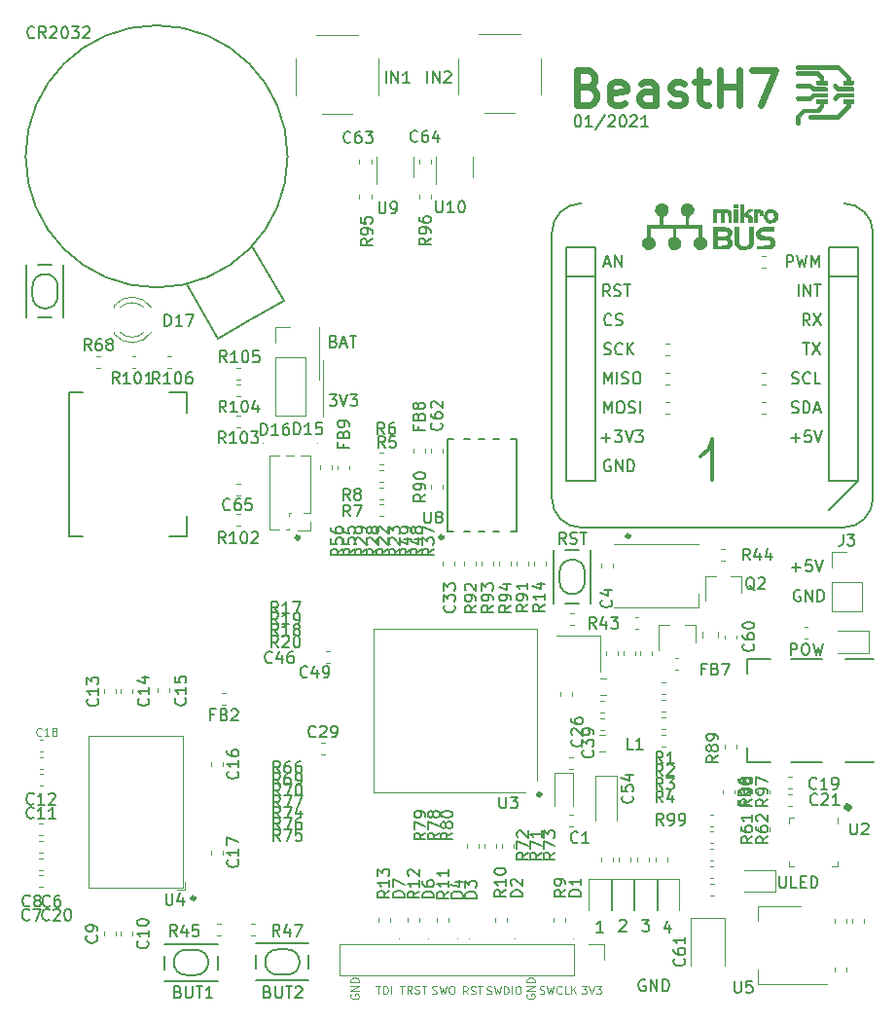
<source format=gbr>
G04 #@! TF.GenerationSoftware,KiCad,Pcbnew,(5.1.5-0-10_14)*
G04 #@! TF.CreationDate,2021-01-28T08:30:45+01:00*
G04 #@! TF.ProjectId,BEASTH7_01,42454153-5448-4375-9f30-312e6b696361,rev?*
G04 #@! TF.SameCoordinates,Original*
G04 #@! TF.FileFunction,Legend,Top*
G04 #@! TF.FilePolarity,Positive*
%FSLAX46Y46*%
G04 Gerber Fmt 4.6, Leading zero omitted, Abs format (unit mm)*
G04 Created by KiCad (PCBNEW (5.1.5-0-10_14)) date 2021-01-28 08:30:45*
%MOMM*%
%LPD*%
G04 APERTURE LIST*
%ADD10C,0.150000*%
%ADD11C,0.100000*%
%ADD12C,0.300000*%
%ADD13C,0.500000*%
%ADD14C,0.120000*%
%ADD15C,0.600000*%
%ADD16C,0.001530*%
%ADD17C,0.000600*%
G04 APERTURE END LIST*
D10*
X87998561Y-72162942D02*
X87950942Y-72210561D01*
X87808085Y-72258180D01*
X87712847Y-72258180D01*
X87569990Y-72210561D01*
X87474752Y-72115323D01*
X87427133Y-72020085D01*
X87379514Y-71829609D01*
X87379514Y-71686752D01*
X87427133Y-71496276D01*
X87474752Y-71401038D01*
X87569990Y-71305800D01*
X87712847Y-71258180D01*
X87808085Y-71258180D01*
X87950942Y-71305800D01*
X87998561Y-71353419D01*
X88998561Y-72258180D02*
X88665228Y-71781990D01*
X88427133Y-72258180D02*
X88427133Y-71258180D01*
X88808085Y-71258180D01*
X88903323Y-71305800D01*
X88950942Y-71353419D01*
X88998561Y-71448657D01*
X88998561Y-71591514D01*
X88950942Y-71686752D01*
X88903323Y-71734371D01*
X88808085Y-71781990D01*
X88427133Y-71781990D01*
X89379514Y-71353419D02*
X89427133Y-71305800D01*
X89522371Y-71258180D01*
X89760466Y-71258180D01*
X89855704Y-71305800D01*
X89903323Y-71353419D01*
X89950942Y-71448657D01*
X89950942Y-71543895D01*
X89903323Y-71686752D01*
X89331895Y-72258180D01*
X89950942Y-72258180D01*
X90569990Y-71258180D02*
X90665228Y-71258180D01*
X90760466Y-71305800D01*
X90808085Y-71353419D01*
X90855704Y-71448657D01*
X90903323Y-71639133D01*
X90903323Y-71877228D01*
X90855704Y-72067704D01*
X90808085Y-72162942D01*
X90760466Y-72210561D01*
X90665228Y-72258180D01*
X90569990Y-72258180D01*
X90474752Y-72210561D01*
X90427133Y-72162942D01*
X90379514Y-72067704D01*
X90331895Y-71877228D01*
X90331895Y-71639133D01*
X90379514Y-71448657D01*
X90427133Y-71353419D01*
X90474752Y-71305800D01*
X90569990Y-71258180D01*
X91236657Y-71258180D02*
X91855704Y-71258180D01*
X91522371Y-71639133D01*
X91665228Y-71639133D01*
X91760466Y-71686752D01*
X91808085Y-71734371D01*
X91855704Y-71829609D01*
X91855704Y-72067704D01*
X91808085Y-72162942D01*
X91760466Y-72210561D01*
X91665228Y-72258180D01*
X91379514Y-72258180D01*
X91284276Y-72210561D01*
X91236657Y-72162942D01*
X92236657Y-71353419D02*
X92284276Y-71305800D01*
X92379514Y-71258180D01*
X92617609Y-71258180D01*
X92712847Y-71305800D01*
X92760466Y-71353419D01*
X92808085Y-71448657D01*
X92808085Y-71543895D01*
X92760466Y-71686752D01*
X92189038Y-72258180D01*
X92808085Y-72258180D01*
D11*
X115550200Y-155447933D02*
X115516866Y-155514600D01*
X115516866Y-155614600D01*
X115550200Y-155714600D01*
X115616866Y-155781266D01*
X115683533Y-155814600D01*
X115816866Y-155847933D01*
X115916866Y-155847933D01*
X116050200Y-155814600D01*
X116116866Y-155781266D01*
X116183533Y-155714600D01*
X116216866Y-155614600D01*
X116216866Y-155547933D01*
X116183533Y-155447933D01*
X116150200Y-155414600D01*
X115916866Y-155414600D01*
X115916866Y-155547933D01*
X116216866Y-155114600D02*
X115516866Y-155114600D01*
X116216866Y-154714600D01*
X115516866Y-154714600D01*
X116216866Y-154381266D02*
X115516866Y-154381266D01*
X115516866Y-154214600D01*
X115550200Y-154114600D01*
X115616866Y-154047933D01*
X115683533Y-154014600D01*
X115816866Y-153981266D01*
X115916866Y-153981266D01*
X116050200Y-154014600D01*
X116116866Y-154047933D01*
X116183533Y-154114600D01*
X116216866Y-154214600D01*
X116216866Y-154381266D01*
X117723533Y-154709066D02*
X118123533Y-154709066D01*
X117923533Y-155409066D02*
X117923533Y-154709066D01*
X118356866Y-155409066D02*
X118356866Y-154709066D01*
X118523533Y-154709066D01*
X118623533Y-154742400D01*
X118690200Y-154809066D01*
X118723533Y-154875733D01*
X118756866Y-155009066D01*
X118756866Y-155109066D01*
X118723533Y-155242400D01*
X118690200Y-155309066D01*
X118623533Y-155375733D01*
X118523533Y-155409066D01*
X118356866Y-155409066D01*
X119056866Y-155409066D02*
X119056866Y-154709066D01*
X119804800Y-154683666D02*
X120204800Y-154683666D01*
X120004800Y-155383666D02*
X120004800Y-154683666D01*
X120838133Y-155383666D02*
X120604800Y-155050333D01*
X120438133Y-155383666D02*
X120438133Y-154683666D01*
X120704800Y-154683666D01*
X120771466Y-154717000D01*
X120804800Y-154750333D01*
X120838133Y-154817000D01*
X120838133Y-154917000D01*
X120804800Y-154983666D01*
X120771466Y-155017000D01*
X120704800Y-155050333D01*
X120438133Y-155050333D01*
X121104800Y-155350333D02*
X121204800Y-155383666D01*
X121371466Y-155383666D01*
X121438133Y-155350333D01*
X121471466Y-155317000D01*
X121504800Y-155250333D01*
X121504800Y-155183666D01*
X121471466Y-155117000D01*
X121438133Y-155083666D01*
X121371466Y-155050333D01*
X121238133Y-155017000D01*
X121171466Y-154983666D01*
X121138133Y-154950333D01*
X121104800Y-154883666D01*
X121104800Y-154817000D01*
X121138133Y-154750333D01*
X121171466Y-154717000D01*
X121238133Y-154683666D01*
X121404800Y-154683666D01*
X121504800Y-154717000D01*
X121704800Y-154683666D02*
X122104800Y-154683666D01*
X121904800Y-155383666D02*
X121904800Y-154683666D01*
X122604333Y-155375733D02*
X122704333Y-155409066D01*
X122871000Y-155409066D01*
X122937666Y-155375733D01*
X122971000Y-155342400D01*
X123004333Y-155275733D01*
X123004333Y-155209066D01*
X122971000Y-155142400D01*
X122937666Y-155109066D01*
X122871000Y-155075733D01*
X122737666Y-155042400D01*
X122671000Y-155009066D01*
X122637666Y-154975733D01*
X122604333Y-154909066D01*
X122604333Y-154842400D01*
X122637666Y-154775733D01*
X122671000Y-154742400D01*
X122737666Y-154709066D01*
X122904333Y-154709066D01*
X123004333Y-154742400D01*
X123237666Y-154709066D02*
X123404333Y-155409066D01*
X123537666Y-154909066D01*
X123671000Y-155409066D01*
X123837666Y-154709066D01*
X124237666Y-154709066D02*
X124371000Y-154709066D01*
X124437666Y-154742400D01*
X124504333Y-154809066D01*
X124537666Y-154942400D01*
X124537666Y-155175733D01*
X124504333Y-155309066D01*
X124437666Y-155375733D01*
X124371000Y-155409066D01*
X124237666Y-155409066D01*
X124171000Y-155375733D01*
X124104333Y-155309066D01*
X124071000Y-155175733D01*
X124071000Y-154942400D01*
X124104333Y-154809066D01*
X124171000Y-154742400D01*
X124237666Y-154709066D01*
X125702266Y-155434466D02*
X125468933Y-155101133D01*
X125302266Y-155434466D02*
X125302266Y-154734466D01*
X125568933Y-154734466D01*
X125635600Y-154767800D01*
X125668933Y-154801133D01*
X125702266Y-154867800D01*
X125702266Y-154967800D01*
X125668933Y-155034466D01*
X125635600Y-155067800D01*
X125568933Y-155101133D01*
X125302266Y-155101133D01*
X125968933Y-155401133D02*
X126068933Y-155434466D01*
X126235600Y-155434466D01*
X126302266Y-155401133D01*
X126335600Y-155367800D01*
X126368933Y-155301133D01*
X126368933Y-155234466D01*
X126335600Y-155167800D01*
X126302266Y-155134466D01*
X126235600Y-155101133D01*
X126102266Y-155067800D01*
X126035600Y-155034466D01*
X126002266Y-155001133D01*
X125968933Y-154934466D01*
X125968933Y-154867800D01*
X126002266Y-154801133D01*
X126035600Y-154767800D01*
X126102266Y-154734466D01*
X126268933Y-154734466D01*
X126368933Y-154767800D01*
X126568933Y-154734466D02*
X126968933Y-154734466D01*
X126768933Y-155434466D02*
X126768933Y-154734466D01*
X127370866Y-155401133D02*
X127470866Y-155434466D01*
X127637533Y-155434466D01*
X127704200Y-155401133D01*
X127737533Y-155367800D01*
X127770866Y-155301133D01*
X127770866Y-155234466D01*
X127737533Y-155167800D01*
X127704200Y-155134466D01*
X127637533Y-155101133D01*
X127504200Y-155067800D01*
X127437533Y-155034466D01*
X127404200Y-155001133D01*
X127370866Y-154934466D01*
X127370866Y-154867800D01*
X127404200Y-154801133D01*
X127437533Y-154767800D01*
X127504200Y-154734466D01*
X127670866Y-154734466D01*
X127770866Y-154767800D01*
X128004200Y-154734466D02*
X128170866Y-155434466D01*
X128304200Y-154934466D01*
X128437533Y-155434466D01*
X128604200Y-154734466D01*
X128870866Y-155434466D02*
X128870866Y-154734466D01*
X129037533Y-154734466D01*
X129137533Y-154767800D01*
X129204200Y-154834466D01*
X129237533Y-154901133D01*
X129270866Y-155034466D01*
X129270866Y-155134466D01*
X129237533Y-155267800D01*
X129204200Y-155334466D01*
X129137533Y-155401133D01*
X129037533Y-155434466D01*
X128870866Y-155434466D01*
X129570866Y-155434466D02*
X129570866Y-154734466D01*
X130037533Y-154734466D02*
X130170866Y-154734466D01*
X130237533Y-154767800D01*
X130304200Y-154834466D01*
X130337533Y-154967800D01*
X130337533Y-155201133D01*
X130304200Y-155334466D01*
X130237533Y-155401133D01*
X130170866Y-155434466D01*
X130037533Y-155434466D01*
X129970866Y-155401133D01*
X129904200Y-155334466D01*
X129870866Y-155201133D01*
X129870866Y-154967800D01*
X129904200Y-154834466D01*
X129970866Y-154767800D01*
X130037533Y-154734466D01*
X130866400Y-155447933D02*
X130833066Y-155514600D01*
X130833066Y-155614600D01*
X130866400Y-155714600D01*
X130933066Y-155781266D01*
X130999733Y-155814600D01*
X131133066Y-155847933D01*
X131233066Y-155847933D01*
X131366400Y-155814600D01*
X131433066Y-155781266D01*
X131499733Y-155714600D01*
X131533066Y-155614600D01*
X131533066Y-155547933D01*
X131499733Y-155447933D01*
X131466400Y-155414600D01*
X131233066Y-155414600D01*
X131233066Y-155547933D01*
X131533066Y-155114600D02*
X130833066Y-155114600D01*
X131533066Y-154714600D01*
X130833066Y-154714600D01*
X131533066Y-154381266D02*
X130833066Y-154381266D01*
X130833066Y-154214600D01*
X130866400Y-154114600D01*
X130933066Y-154047933D01*
X130999733Y-154014600D01*
X131133066Y-153981266D01*
X131233066Y-153981266D01*
X131366400Y-154014600D01*
X131433066Y-154047933D01*
X131499733Y-154114600D01*
X131533066Y-154214600D01*
X131533066Y-154381266D01*
X131969866Y-155375733D02*
X132069866Y-155409066D01*
X132236533Y-155409066D01*
X132303200Y-155375733D01*
X132336533Y-155342400D01*
X132369866Y-155275733D01*
X132369866Y-155209066D01*
X132336533Y-155142400D01*
X132303200Y-155109066D01*
X132236533Y-155075733D01*
X132103200Y-155042400D01*
X132036533Y-155009066D01*
X132003200Y-154975733D01*
X131969866Y-154909066D01*
X131969866Y-154842400D01*
X132003200Y-154775733D01*
X132036533Y-154742400D01*
X132103200Y-154709066D01*
X132269866Y-154709066D01*
X132369866Y-154742400D01*
X132603200Y-154709066D02*
X132769866Y-155409066D01*
X132903200Y-154909066D01*
X133036533Y-155409066D01*
X133203200Y-154709066D01*
X133869866Y-155342400D02*
X133836533Y-155375733D01*
X133736533Y-155409066D01*
X133669866Y-155409066D01*
X133569866Y-155375733D01*
X133503200Y-155309066D01*
X133469866Y-155242400D01*
X133436533Y-155109066D01*
X133436533Y-155009066D01*
X133469866Y-154875733D01*
X133503200Y-154809066D01*
X133569866Y-154742400D01*
X133669866Y-154709066D01*
X133736533Y-154709066D01*
X133836533Y-154742400D01*
X133869866Y-154775733D01*
X134503200Y-155409066D02*
X134169866Y-155409066D01*
X134169866Y-154709066D01*
X134736533Y-155409066D02*
X134736533Y-154709066D01*
X135136533Y-155409066D02*
X134836533Y-155009066D01*
X135136533Y-154709066D02*
X134736533Y-155109066D01*
X135607533Y-154709066D02*
X136040866Y-154709066D01*
X135807533Y-154975733D01*
X135907533Y-154975733D01*
X135974200Y-155009066D01*
X136007533Y-155042400D01*
X136040866Y-155109066D01*
X136040866Y-155275733D01*
X136007533Y-155342400D01*
X135974200Y-155375733D01*
X135907533Y-155409066D01*
X135707533Y-155409066D01*
X135640866Y-155375733D01*
X135607533Y-155342400D01*
X136240866Y-154709066D02*
X136474200Y-155409066D01*
X136707533Y-154709066D01*
X136874200Y-154709066D02*
X137307533Y-154709066D01*
X137074200Y-154975733D01*
X137174200Y-154975733D01*
X137240866Y-155009066D01*
X137274200Y-155042400D01*
X137307533Y-155109066D01*
X137307533Y-155275733D01*
X137274200Y-155342400D01*
X137240866Y-155375733D01*
X137174200Y-155409066D01*
X136974200Y-155409066D01*
X136907533Y-155375733D01*
X136874200Y-155342400D01*
D12*
X101978600Y-147066000D02*
G75*
G03X101978600Y-147066000I-150000J0D01*
G01*
X132077600Y-138049000D02*
G75*
G03X132077600Y-138049000I-150000J0D01*
G01*
D10*
X152814542Y-145172180D02*
X152814542Y-145981704D01*
X152862161Y-146076942D01*
X152909780Y-146124561D01*
X153005019Y-146172180D01*
X153195495Y-146172180D01*
X153290733Y-146124561D01*
X153338352Y-146076942D01*
X153385971Y-145981704D01*
X153385971Y-145172180D01*
X154338352Y-146172180D02*
X153862161Y-146172180D01*
X153862161Y-145172180D01*
X154671685Y-145648371D02*
X155005019Y-145648371D01*
X155147876Y-146172180D02*
X154671685Y-146172180D01*
X154671685Y-145172180D01*
X155147876Y-145172180D01*
X155576447Y-146172180D02*
X155576447Y-145172180D01*
X155814542Y-145172180D01*
X155957400Y-145219800D01*
X156052638Y-145315038D01*
X156100257Y-145410276D01*
X156147876Y-145600752D01*
X156147876Y-145743609D01*
X156100257Y-145934085D01*
X156052638Y-146029323D01*
X155957400Y-146124561D01*
X155814542Y-146172180D01*
X155576447Y-146172180D01*
D13*
X158925400Y-139166600D02*
G75*
G03X158925400Y-139166600I-150000J0D01*
G01*
D10*
X153811457Y-125928380D02*
X153811457Y-124928380D01*
X154192409Y-124928380D01*
X154287647Y-124976000D01*
X154335266Y-125023619D01*
X154382885Y-125118857D01*
X154382885Y-125261714D01*
X154335266Y-125356952D01*
X154287647Y-125404571D01*
X154192409Y-125452190D01*
X153811457Y-125452190D01*
X155001933Y-124928380D02*
X155192409Y-124928380D01*
X155287647Y-124976000D01*
X155382885Y-125071238D01*
X155430504Y-125261714D01*
X155430504Y-125595047D01*
X155382885Y-125785523D01*
X155287647Y-125880761D01*
X155192409Y-125928380D01*
X155001933Y-125928380D01*
X154906695Y-125880761D01*
X154811457Y-125785523D01*
X154763838Y-125595047D01*
X154763838Y-125261714D01*
X154811457Y-125071238D01*
X154906695Y-124976000D01*
X155001933Y-124928380D01*
X155763838Y-124928380D02*
X156001933Y-125928380D01*
X156192409Y-125214095D01*
X156382885Y-125928380D01*
X156620980Y-124928380D01*
D12*
X139824600Y-115570000D02*
G75*
G03X139824600Y-115570000I-150000J0D01*
G01*
D10*
X134252380Y-116252380D02*
X133919047Y-115776190D01*
X133680952Y-116252380D02*
X133680952Y-115252380D01*
X134061904Y-115252380D01*
X134157142Y-115300000D01*
X134204761Y-115347619D01*
X134252380Y-115442857D01*
X134252380Y-115585714D01*
X134204761Y-115680952D01*
X134157142Y-115728571D01*
X134061904Y-115776190D01*
X133680952Y-115776190D01*
X134633333Y-116204761D02*
X134776190Y-116252380D01*
X135014285Y-116252380D01*
X135109523Y-116204761D01*
X135157142Y-116157142D01*
X135204761Y-116061904D01*
X135204761Y-115966666D01*
X135157142Y-115871428D01*
X135109523Y-115823809D01*
X135014285Y-115776190D01*
X134823809Y-115728571D01*
X134728571Y-115680952D01*
X134680952Y-115633333D01*
X134633333Y-115538095D01*
X134633333Y-115442857D01*
X134680952Y-115347619D01*
X134728571Y-115300000D01*
X134823809Y-115252380D01*
X135061904Y-115252380D01*
X135204761Y-115300000D01*
X135490476Y-115252380D02*
X136061904Y-115252380D01*
X135776190Y-116252380D02*
X135776190Y-115252380D01*
D14*
X113100000Y-105200000D02*
X113100000Y-100300000D01*
X112800000Y-97400000D02*
X112800000Y-102000000D01*
D10*
X113661904Y-103252380D02*
X114280952Y-103252380D01*
X113947619Y-103633333D01*
X114090476Y-103633333D01*
X114185714Y-103680952D01*
X114233333Y-103728571D01*
X114280952Y-103823809D01*
X114280952Y-104061904D01*
X114233333Y-104157142D01*
X114185714Y-104204761D01*
X114090476Y-104252380D01*
X113804761Y-104252380D01*
X113709523Y-104204761D01*
X113661904Y-104157142D01*
X114566666Y-103252380D02*
X114900000Y-104252380D01*
X115233333Y-103252380D01*
X115471428Y-103252380D02*
X116090476Y-103252380D01*
X115757142Y-103633333D01*
X115900000Y-103633333D01*
X115995238Y-103680952D01*
X116042857Y-103728571D01*
X116090476Y-103823809D01*
X116090476Y-104061904D01*
X116042857Y-104157142D01*
X115995238Y-104204761D01*
X115900000Y-104252380D01*
X115614285Y-104252380D01*
X115519047Y-104204761D01*
X115471428Y-104157142D01*
X114061904Y-98628571D02*
X114204761Y-98676190D01*
X114252380Y-98723809D01*
X114300000Y-98819047D01*
X114300000Y-98961904D01*
X114252380Y-99057142D01*
X114204761Y-99104761D01*
X114109523Y-99152380D01*
X113728571Y-99152380D01*
X113728571Y-98152380D01*
X114061904Y-98152380D01*
X114157142Y-98200000D01*
X114204761Y-98247619D01*
X114252380Y-98342857D01*
X114252380Y-98438095D01*
X114204761Y-98533333D01*
X114157142Y-98580952D01*
X114061904Y-98628571D01*
X113728571Y-98628571D01*
X114680952Y-98866666D02*
X115157142Y-98866666D01*
X114585714Y-99152380D02*
X114919047Y-98152380D01*
X115252380Y-99152380D01*
X115442857Y-98152380D02*
X116014285Y-98152380D01*
X115728571Y-99152380D02*
X115728571Y-98152380D01*
D12*
X111050000Y-115700000D02*
G75*
G03X111050000Y-115700000I-150000J0D01*
G01*
D10*
X154638095Y-120300000D02*
X154542857Y-120252380D01*
X154400000Y-120252380D01*
X154257142Y-120300000D01*
X154161904Y-120395238D01*
X154114285Y-120490476D01*
X154066666Y-120680952D01*
X154066666Y-120823809D01*
X154114285Y-121014285D01*
X154161904Y-121109523D01*
X154257142Y-121204761D01*
X154400000Y-121252380D01*
X154495238Y-121252380D01*
X154638095Y-121204761D01*
X154685714Y-121157142D01*
X154685714Y-120823809D01*
X154495238Y-120823809D01*
X155114285Y-121252380D02*
X155114285Y-120252380D01*
X155685714Y-121252380D01*
X155685714Y-120252380D01*
X156161904Y-121252380D02*
X156161904Y-120252380D01*
X156400000Y-120252380D01*
X156542857Y-120300000D01*
X156638095Y-120395238D01*
X156685714Y-120490476D01*
X156733333Y-120680952D01*
X156733333Y-120823809D01*
X156685714Y-121014285D01*
X156638095Y-121109523D01*
X156542857Y-121204761D01*
X156400000Y-121252380D01*
X156161904Y-121252380D01*
X153914285Y-118271428D02*
X154676190Y-118271428D01*
X154295238Y-118652380D02*
X154295238Y-117890476D01*
X155628571Y-117652380D02*
X155152380Y-117652380D01*
X155104761Y-118128571D01*
X155152380Y-118080952D01*
X155247619Y-118033333D01*
X155485714Y-118033333D01*
X155580952Y-118080952D01*
X155628571Y-118128571D01*
X155676190Y-118223809D01*
X155676190Y-118461904D01*
X155628571Y-118557142D01*
X155580952Y-118604761D01*
X155485714Y-118652380D01*
X155247619Y-118652380D01*
X155152380Y-118604761D01*
X155104761Y-118557142D01*
X155961904Y-117652380D02*
X156295238Y-118652380D01*
X156628571Y-117652380D01*
X141138095Y-154200000D02*
X141042857Y-154152380D01*
X140900000Y-154152380D01*
X140757142Y-154200000D01*
X140661904Y-154295238D01*
X140614285Y-154390476D01*
X140566666Y-154580952D01*
X140566666Y-154723809D01*
X140614285Y-154914285D01*
X140661904Y-155009523D01*
X140757142Y-155104761D01*
X140900000Y-155152380D01*
X140995238Y-155152380D01*
X141138095Y-155104761D01*
X141185714Y-155057142D01*
X141185714Y-154723809D01*
X140995238Y-154723809D01*
X141614285Y-155152380D02*
X141614285Y-154152380D01*
X142185714Y-155152380D01*
X142185714Y-154152380D01*
X142661904Y-155152380D02*
X142661904Y-154152380D01*
X142900000Y-154152380D01*
X143042857Y-154200000D01*
X143138095Y-154295238D01*
X143185714Y-154390476D01*
X143233333Y-154580952D01*
X143233333Y-154723809D01*
X143185714Y-154914285D01*
X143138095Y-155009523D01*
X143042857Y-155104761D01*
X142900000Y-155152380D01*
X142661904Y-155152380D01*
X143290476Y-149385714D02*
X143290476Y-150052380D01*
X143052380Y-149004761D02*
X142814285Y-149719047D01*
X143433333Y-149719047D01*
X140866666Y-148952380D02*
X141485714Y-148952380D01*
X141152380Y-149333333D01*
X141295238Y-149333333D01*
X141390476Y-149380952D01*
X141438095Y-149428571D01*
X141485714Y-149523809D01*
X141485714Y-149761904D01*
X141438095Y-149857142D01*
X141390476Y-149904761D01*
X141295238Y-149952380D01*
X141009523Y-149952380D01*
X140914285Y-149904761D01*
X140866666Y-149857142D01*
X138914285Y-149047619D02*
X138961904Y-149000000D01*
X139057142Y-148952380D01*
X139295238Y-148952380D01*
X139390476Y-149000000D01*
X139438095Y-149047619D01*
X139485714Y-149142857D01*
X139485714Y-149238095D01*
X139438095Y-149380952D01*
X138866666Y-149952380D01*
X139485714Y-149952380D01*
X137485714Y-150052380D02*
X136914285Y-150052380D01*
X137200000Y-150052380D02*
X137200000Y-149052380D01*
X137104761Y-149195238D01*
X137009523Y-149290476D01*
X136914285Y-149338095D01*
X108290476Y-155228571D02*
X108433333Y-155276190D01*
X108480952Y-155323809D01*
X108528571Y-155419047D01*
X108528571Y-155561904D01*
X108480952Y-155657142D01*
X108433333Y-155704761D01*
X108338095Y-155752380D01*
X107957142Y-155752380D01*
X107957142Y-154752380D01*
X108290476Y-154752380D01*
X108385714Y-154800000D01*
X108433333Y-154847619D01*
X108480952Y-154942857D01*
X108480952Y-155038095D01*
X108433333Y-155133333D01*
X108385714Y-155180952D01*
X108290476Y-155228571D01*
X107957142Y-155228571D01*
X108957142Y-154752380D02*
X108957142Y-155561904D01*
X109004761Y-155657142D01*
X109052380Y-155704761D01*
X109147619Y-155752380D01*
X109338095Y-155752380D01*
X109433333Y-155704761D01*
X109480952Y-155657142D01*
X109528571Y-155561904D01*
X109528571Y-154752380D01*
X109861904Y-154752380D02*
X110433333Y-154752380D01*
X110147619Y-155752380D02*
X110147619Y-154752380D01*
X110719047Y-154847619D02*
X110766666Y-154800000D01*
X110861904Y-154752380D01*
X111100000Y-154752380D01*
X111195238Y-154800000D01*
X111242857Y-154847619D01*
X111290476Y-154942857D01*
X111290476Y-155038095D01*
X111242857Y-155180952D01*
X110671428Y-155752380D01*
X111290476Y-155752380D01*
X100490476Y-155228571D02*
X100633333Y-155276190D01*
X100680952Y-155323809D01*
X100728571Y-155419047D01*
X100728571Y-155561904D01*
X100680952Y-155657142D01*
X100633333Y-155704761D01*
X100538095Y-155752380D01*
X100157142Y-155752380D01*
X100157142Y-154752380D01*
X100490476Y-154752380D01*
X100585714Y-154800000D01*
X100633333Y-154847619D01*
X100680952Y-154942857D01*
X100680952Y-155038095D01*
X100633333Y-155133333D01*
X100585714Y-155180952D01*
X100490476Y-155228571D01*
X100157142Y-155228571D01*
X101157142Y-154752380D02*
X101157142Y-155561904D01*
X101204761Y-155657142D01*
X101252380Y-155704761D01*
X101347619Y-155752380D01*
X101538095Y-155752380D01*
X101633333Y-155704761D01*
X101680952Y-155657142D01*
X101728571Y-155561904D01*
X101728571Y-154752380D01*
X102061904Y-154752380D02*
X102633333Y-154752380D01*
X102347619Y-155752380D02*
X102347619Y-154752380D01*
X103490476Y-155752380D02*
X102919047Y-155752380D01*
X103204761Y-155752380D02*
X103204761Y-154752380D01*
X103109523Y-154895238D01*
X103014285Y-154990476D01*
X102919047Y-155038095D01*
X122200000Y-76152380D02*
X122200000Y-75152380D01*
X122676190Y-76152380D02*
X122676190Y-75152380D01*
X123247619Y-76152380D01*
X123247619Y-75152380D01*
X123676190Y-75247619D02*
X123723809Y-75200000D01*
X123819047Y-75152380D01*
X124057142Y-75152380D01*
X124152380Y-75200000D01*
X124200000Y-75247619D01*
X124247619Y-75342857D01*
X124247619Y-75438095D01*
X124200000Y-75580952D01*
X123628571Y-76152380D01*
X124247619Y-76152380D01*
X118600000Y-76152380D02*
X118600000Y-75152380D01*
X119076190Y-76152380D02*
X119076190Y-75152380D01*
X119647619Y-76152380D01*
X119647619Y-75152380D01*
X120647619Y-76152380D02*
X120076190Y-76152380D01*
X120361904Y-76152380D02*
X120361904Y-75152380D01*
X120266666Y-75295238D01*
X120171428Y-75390476D01*
X120076190Y-75438095D01*
X135247619Y-78976380D02*
X135342857Y-78976380D01*
X135438095Y-79024000D01*
X135485714Y-79071619D01*
X135533333Y-79166857D01*
X135580952Y-79357333D01*
X135580952Y-79595428D01*
X135533333Y-79785904D01*
X135485714Y-79881142D01*
X135438095Y-79928761D01*
X135342857Y-79976380D01*
X135247619Y-79976380D01*
X135152380Y-79928761D01*
X135104761Y-79881142D01*
X135057142Y-79785904D01*
X135009523Y-79595428D01*
X135009523Y-79357333D01*
X135057142Y-79166857D01*
X135104761Y-79071619D01*
X135152380Y-79024000D01*
X135247619Y-78976380D01*
X136533333Y-79976380D02*
X135961904Y-79976380D01*
X136247619Y-79976380D02*
X136247619Y-78976380D01*
X136152380Y-79119238D01*
X136057142Y-79214476D01*
X135961904Y-79262095D01*
X137676190Y-78928761D02*
X136819047Y-80214476D01*
X137961904Y-79071619D02*
X138009523Y-79024000D01*
X138104761Y-78976380D01*
X138342857Y-78976380D01*
X138438095Y-79024000D01*
X138485714Y-79071619D01*
X138533333Y-79166857D01*
X138533333Y-79262095D01*
X138485714Y-79404952D01*
X137914285Y-79976380D01*
X138533333Y-79976380D01*
X139152380Y-78976380D02*
X139247619Y-78976380D01*
X139342857Y-79024000D01*
X139390476Y-79071619D01*
X139438095Y-79166857D01*
X139485714Y-79357333D01*
X139485714Y-79595428D01*
X139438095Y-79785904D01*
X139390476Y-79881142D01*
X139342857Y-79928761D01*
X139247619Y-79976380D01*
X139152380Y-79976380D01*
X139057142Y-79928761D01*
X139009523Y-79881142D01*
X138961904Y-79785904D01*
X138914285Y-79595428D01*
X138914285Y-79357333D01*
X138961904Y-79166857D01*
X139009523Y-79071619D01*
X139057142Y-79024000D01*
X139152380Y-78976380D01*
X139866666Y-79071619D02*
X139914285Y-79024000D01*
X140009523Y-78976380D01*
X140247619Y-78976380D01*
X140342857Y-79024000D01*
X140390476Y-79071619D01*
X140438095Y-79166857D01*
X140438095Y-79262095D01*
X140390476Y-79404952D01*
X139819047Y-79976380D01*
X140438095Y-79976380D01*
X141390476Y-79976380D02*
X140819047Y-79976380D01*
X141104761Y-79976380D02*
X141104761Y-78976380D01*
X141009523Y-79119238D01*
X140914285Y-79214476D01*
X140819047Y-79262095D01*
D15*
X136200000Y-76509714D02*
X136628571Y-76652571D01*
X136771428Y-76795428D01*
X136914285Y-77081142D01*
X136914285Y-77509714D01*
X136771428Y-77795428D01*
X136628571Y-77938285D01*
X136342857Y-78081142D01*
X135200000Y-78081142D01*
X135200000Y-75081142D01*
X136200000Y-75081142D01*
X136485714Y-75224000D01*
X136628571Y-75366857D01*
X136771428Y-75652571D01*
X136771428Y-75938285D01*
X136628571Y-76224000D01*
X136485714Y-76366857D01*
X136200000Y-76509714D01*
X135200000Y-76509714D01*
X139342857Y-77938285D02*
X139057142Y-78081142D01*
X138485714Y-78081142D01*
X138200000Y-77938285D01*
X138057142Y-77652571D01*
X138057142Y-76509714D01*
X138200000Y-76224000D01*
X138485714Y-76081142D01*
X139057142Y-76081142D01*
X139342857Y-76224000D01*
X139485714Y-76509714D01*
X139485714Y-76795428D01*
X138057142Y-77081142D01*
X142057142Y-78081142D02*
X142057142Y-76509714D01*
X141914285Y-76224000D01*
X141628571Y-76081142D01*
X141057142Y-76081142D01*
X140771428Y-76224000D01*
X142057142Y-77938285D02*
X141771428Y-78081142D01*
X141057142Y-78081142D01*
X140771428Y-77938285D01*
X140628571Y-77652571D01*
X140628571Y-77366857D01*
X140771428Y-77081142D01*
X141057142Y-76938285D01*
X141771428Y-76938285D01*
X142057142Y-76795428D01*
X143342857Y-77938285D02*
X143628571Y-78081142D01*
X144200000Y-78081142D01*
X144485714Y-77938285D01*
X144628571Y-77652571D01*
X144628571Y-77509714D01*
X144485714Y-77224000D01*
X144200000Y-77081142D01*
X143771428Y-77081142D01*
X143485714Y-76938285D01*
X143342857Y-76652571D01*
X143342857Y-76509714D01*
X143485714Y-76224000D01*
X143771428Y-76081142D01*
X144200000Y-76081142D01*
X144485714Y-76224000D01*
X145485714Y-76081142D02*
X146628571Y-76081142D01*
X145914285Y-75081142D02*
X145914285Y-77652571D01*
X146057142Y-77938285D01*
X146342857Y-78081142D01*
X146628571Y-78081142D01*
X147628571Y-78081142D02*
X147628571Y-75081142D01*
X147628571Y-76509714D02*
X149342857Y-76509714D01*
X149342857Y-78081142D02*
X149342857Y-75081142D01*
X150485714Y-75081142D02*
X152485714Y-75081142D01*
X151200000Y-78081142D01*
D12*
X146995692Y-107165093D02*
G75*
G02X145950000Y-108659400I-1935029J241070D01*
G01*
X147000000Y-110659400D02*
X147000000Y-107159400D01*
D16*
G36*
X149137508Y-87013650D02*
G01*
X148865745Y-87013650D01*
X148865745Y-86769064D01*
X149137508Y-86769064D01*
X149137508Y-87013650D01*
G37*
X149137508Y-87013650D02*
X148865745Y-87013650D01*
X148865745Y-86769064D01*
X149137508Y-86769064D01*
X149137508Y-87013650D01*
G36*
X150842816Y-87149683D02*
G01*
X151030411Y-87160926D01*
X151175739Y-87195633D01*
X151286466Y-87255800D01*
X151303246Y-87269428D01*
X151344550Y-87312495D01*
X151368901Y-87364157D01*
X151382340Y-87441757D01*
X151387985Y-87512749D01*
X151399466Y-87693056D01*
X151155617Y-87693056D01*
X151141454Y-87567402D01*
X151121926Y-87471504D01*
X151083100Y-87418328D01*
X151013722Y-87396839D01*
X150965109Y-87394534D01*
X150876786Y-87394117D01*
X150876786Y-88290933D01*
X150659376Y-88290933D01*
X150659376Y-87149531D01*
X150842816Y-87149683D01*
G37*
X150842816Y-87149683D02*
X151030411Y-87160926D01*
X151175739Y-87195633D01*
X151286466Y-87255800D01*
X151303246Y-87269428D01*
X151344550Y-87312495D01*
X151368901Y-87364157D01*
X151382340Y-87441757D01*
X151387985Y-87512749D01*
X151399466Y-87693056D01*
X151155617Y-87693056D01*
X151141454Y-87567402D01*
X151121926Y-87471504D01*
X151083100Y-87418328D01*
X151013722Y-87396839D01*
X150965109Y-87394534D01*
X150876786Y-87394117D01*
X150876786Y-88290933D01*
X150659376Y-88290933D01*
X150659376Y-87149531D01*
X150842816Y-87149683D01*
G36*
X149653856Y-87589038D02*
G01*
X149909306Y-87369285D01*
X150016338Y-87277858D01*
X150093053Y-87216127D01*
X150150267Y-87178260D01*
X150198797Y-87158426D01*
X150249460Y-87150794D01*
X150313073Y-87149532D01*
X150316949Y-87149531D01*
X150399657Y-87153200D01*
X150454931Y-87162677D01*
X150469143Y-87172225D01*
X150449189Y-87197219D01*
X150394904Y-87248331D01*
X150314647Y-87318045D01*
X150219770Y-87396429D01*
X149970397Y-87597939D01*
X150117402Y-87616125D01*
X150218264Y-87635498D01*
X150288074Y-87670014D01*
X150339599Y-87718464D01*
X150375684Y-87762729D01*
X150397920Y-87806444D01*
X150409628Y-87864127D01*
X150414135Y-87950291D01*
X150414790Y-88046776D01*
X150414790Y-88290933D01*
X150143028Y-88290933D01*
X150143028Y-88092305D01*
X150139055Y-87960965D01*
X150121248Y-87873960D01*
X150080776Y-87821505D01*
X150008806Y-87793812D01*
X149896508Y-87781095D01*
X149860353Y-87779072D01*
X149653856Y-87768644D01*
X149653856Y-88290933D01*
X149436446Y-88290933D01*
X149436446Y-86769064D01*
X149653856Y-86769064D01*
X149653856Y-87589038D01*
G37*
X149653856Y-87589038D02*
X149909306Y-87369285D01*
X150016338Y-87277858D01*
X150093053Y-87216127D01*
X150150267Y-87178260D01*
X150198797Y-87158426D01*
X150249460Y-87150794D01*
X150313073Y-87149532D01*
X150316949Y-87149531D01*
X150399657Y-87153200D01*
X150454931Y-87162677D01*
X150469143Y-87172225D01*
X150449189Y-87197219D01*
X150394904Y-87248331D01*
X150314647Y-87318045D01*
X150219770Y-87396429D01*
X149970397Y-87597939D01*
X150117402Y-87616125D01*
X150218264Y-87635498D01*
X150288074Y-87670014D01*
X150339599Y-87718464D01*
X150375684Y-87762729D01*
X150397920Y-87806444D01*
X150409628Y-87864127D01*
X150414135Y-87950291D01*
X150414790Y-88046776D01*
X150414790Y-88290933D01*
X150143028Y-88290933D01*
X150143028Y-88092305D01*
X150139055Y-87960965D01*
X150121248Y-87873960D01*
X150080776Y-87821505D01*
X150008806Y-87793812D01*
X149896508Y-87781095D01*
X149860353Y-87779072D01*
X149653856Y-87768644D01*
X149653856Y-88290933D01*
X149436446Y-88290933D01*
X149436446Y-86769064D01*
X149653856Y-86769064D01*
X149653856Y-87589038D01*
G36*
X149137508Y-88290933D02*
G01*
X148865745Y-88290933D01*
X148865745Y-87149531D01*
X149137508Y-87149531D01*
X149137508Y-88290933D01*
G37*
X149137508Y-88290933D02*
X148865745Y-88290933D01*
X148865745Y-87149531D01*
X149137508Y-87149531D01*
X149137508Y-88290933D01*
G36*
X147744726Y-87154170D02*
G01*
X147981652Y-87157611D01*
X148169862Y-87163742D01*
X148314959Y-87177218D01*
X148422543Y-87202697D01*
X148498218Y-87244835D01*
X148547582Y-87308289D01*
X148576240Y-87397715D01*
X148589792Y-87517771D01*
X148593839Y-87673112D01*
X148593983Y-87860169D01*
X148593983Y-88290933D01*
X148376573Y-88290933D01*
X148376573Y-87954627D01*
X148375473Y-87778753D01*
X148370925Y-87648896D01*
X148361059Y-87556745D01*
X148344007Y-87493988D01*
X148317896Y-87452313D01*
X148280858Y-87423409D01*
X148253898Y-87409346D01*
X148161612Y-87379297D01*
X148066734Y-87366941D01*
X147968930Y-87366941D01*
X147968930Y-88290933D01*
X147724344Y-88290933D01*
X147724344Y-87366941D01*
X147343877Y-87366941D01*
X147343877Y-88290933D01*
X147099291Y-88290933D01*
X147099291Y-87145220D01*
X147744726Y-87154170D01*
G37*
X147744726Y-87154170D02*
X147981652Y-87157611D01*
X148169862Y-87163742D01*
X148314959Y-87177218D01*
X148422543Y-87202697D01*
X148498218Y-87244835D01*
X148547582Y-87308289D01*
X148576240Y-87397715D01*
X148589792Y-87517771D01*
X148593839Y-87673112D01*
X148593983Y-87860169D01*
X148593983Y-88290933D01*
X148376573Y-88290933D01*
X148376573Y-87954627D01*
X148375473Y-87778753D01*
X148370925Y-87648896D01*
X148361059Y-87556745D01*
X148344007Y-87493988D01*
X148317896Y-87452313D01*
X148280858Y-87423409D01*
X148253898Y-87409346D01*
X148161612Y-87379297D01*
X148066734Y-87366941D01*
X147968930Y-87366941D01*
X147968930Y-88290933D01*
X147724344Y-88290933D01*
X147724344Y-87366941D01*
X147343877Y-87366941D01*
X147343877Y-88290933D01*
X147099291Y-88290933D01*
X147099291Y-87145220D01*
X147744726Y-87154170D01*
G36*
X152183162Y-87162729D02*
G01*
X152337308Y-87210442D01*
X152466217Y-87293110D01*
X152482723Y-87308734D01*
X152566301Y-87427821D01*
X152617625Y-87576274D01*
X152635670Y-87738976D01*
X152619412Y-87900810D01*
X152567827Y-88046657D01*
X152536219Y-88098336D01*
X152443856Y-88185800D01*
X152314335Y-88251800D01*
X152161859Y-88292662D01*
X152000626Y-88304714D01*
X151844837Y-88284284D01*
X151831276Y-88280644D01*
X151699657Y-88218013D01*
X151597777Y-88118758D01*
X151526634Y-87992389D01*
X151487228Y-87848417D01*
X151483248Y-87757685D01*
X151728735Y-87757685D01*
X151746447Y-87842589D01*
X151747274Y-87845557D01*
X151804692Y-87962683D01*
X151894707Y-88043073D01*
X152006718Y-88082978D01*
X152130125Y-88078648D01*
X152254328Y-88026334D01*
X152255787Y-88025395D01*
X152321222Y-87952348D01*
X152356920Y-87843288D01*
X152360335Y-87709268D01*
X152347355Y-87628142D01*
X152308173Y-87505310D01*
X152251318Y-87428318D01*
X152168236Y-87389424D01*
X152073801Y-87380529D01*
X151943599Y-87393238D01*
X151852102Y-87436023D01*
X151788810Y-87515868D01*
X151757899Y-87590716D01*
X151732136Y-87683708D01*
X151728735Y-87757685D01*
X151483248Y-87757685D01*
X151480558Y-87696350D01*
X151507623Y-87545700D01*
X151569424Y-87405975D01*
X151666959Y-87286685D01*
X151722186Y-87242613D01*
X151860312Y-87177485D01*
X152019067Y-87151300D01*
X152183162Y-87162729D01*
G37*
X152183162Y-87162729D02*
X152337308Y-87210442D01*
X152466217Y-87293110D01*
X152482723Y-87308734D01*
X152566301Y-87427821D01*
X152617625Y-87576274D01*
X152635670Y-87738976D01*
X152619412Y-87900810D01*
X152567827Y-88046657D01*
X152536219Y-88098336D01*
X152443856Y-88185800D01*
X152314335Y-88251800D01*
X152161859Y-88292662D01*
X152000626Y-88304714D01*
X151844837Y-88284284D01*
X151831276Y-88280644D01*
X151699657Y-88218013D01*
X151597777Y-88118758D01*
X151526634Y-87992389D01*
X151487228Y-87848417D01*
X151483248Y-87757685D01*
X151728735Y-87757685D01*
X151746447Y-87842589D01*
X151747274Y-87845557D01*
X151804692Y-87962683D01*
X151894707Y-88043073D01*
X152006718Y-88082978D01*
X152130125Y-88078648D01*
X152254328Y-88026334D01*
X152255787Y-88025395D01*
X152321222Y-87952348D01*
X152356920Y-87843288D01*
X152360335Y-87709268D01*
X152347355Y-87628142D01*
X152308173Y-87505310D01*
X152251318Y-87428318D01*
X152168236Y-87389424D01*
X152073801Y-87380529D01*
X151943599Y-87393238D01*
X151852102Y-87436023D01*
X151788810Y-87515868D01*
X151757899Y-87590716D01*
X151732136Y-87683708D01*
X151728735Y-87757685D01*
X151483248Y-87757685D01*
X151480558Y-87696350D01*
X151507623Y-87545700D01*
X151569424Y-87405975D01*
X151666959Y-87286685D01*
X151722186Y-87242613D01*
X151860312Y-87177485D01*
X152019067Y-87151300D01*
X152183162Y-87162729D01*
G36*
X152317126Y-88994285D02*
G01*
X151785587Y-89002694D01*
X151603283Y-89005734D01*
X151467531Y-89008946D01*
X151370541Y-89013350D01*
X151304520Y-89019965D01*
X151261675Y-89029810D01*
X151234215Y-89043905D01*
X151214346Y-89063268D01*
X151201903Y-89079043D01*
X151160302Y-89167425D01*
X151150338Y-89268515D01*
X151172044Y-89360612D01*
X151201385Y-89403642D01*
X151235771Y-89431538D01*
X151281047Y-89452471D01*
X151346114Y-89468030D01*
X151439873Y-89479808D01*
X151571226Y-89489394D01*
X151725390Y-89497301D01*
X151918842Y-89512155D01*
X152066172Y-89538565D01*
X152174946Y-89579599D01*
X152252728Y-89638330D01*
X152307083Y-89717825D01*
X152316038Y-89737007D01*
X152374871Y-89907793D01*
X152391438Y-90063743D01*
X152372239Y-90203684D01*
X152329122Y-90334040D01*
X152265042Y-90429134D01*
X152166962Y-90507476D01*
X152151440Y-90517148D01*
X152117569Y-90535762D01*
X152080041Y-90549776D01*
X152030999Y-90559840D01*
X151962586Y-90566600D01*
X151866945Y-90570709D01*
X151736217Y-90572814D01*
X151562547Y-90573565D01*
X151467869Y-90573634D01*
X150876786Y-90573736D01*
X150876786Y-90329150D01*
X151334726Y-90329150D01*
X151553271Y-90326680D01*
X151723298Y-90318052D01*
X151850472Y-90301438D01*
X151940457Y-90275010D01*
X151998914Y-90236942D01*
X152031508Y-90185404D01*
X152043902Y-90118569D01*
X152044499Y-90100081D01*
X152028892Y-89976194D01*
X151983111Y-89878536D01*
X151913048Y-89818814D01*
X151900280Y-89813666D01*
X151838671Y-89801519D01*
X151739092Y-89791875D01*
X151617914Y-89786057D01*
X151545342Y-89784961D01*
X151339732Y-89779274D01*
X151179874Y-89761326D01*
X151057959Y-89728103D01*
X150966180Y-89676594D01*
X150896728Y-89603788D01*
X150845682Y-89515068D01*
X150804315Y-89366733D01*
X150808082Y-89208577D01*
X150853150Y-89054369D01*
X150935685Y-88917879D01*
X151038692Y-88821667D01*
X151112993Y-88779306D01*
X151202888Y-88747202D01*
X151316093Y-88724216D01*
X151460321Y-88709209D01*
X151643288Y-88701042D01*
X151872427Y-88698576D01*
X152317126Y-88698576D01*
X152317126Y-88994285D01*
G37*
X152317126Y-88994285D02*
X151785587Y-89002694D01*
X151603283Y-89005734D01*
X151467531Y-89008946D01*
X151370541Y-89013350D01*
X151304520Y-89019965D01*
X151261675Y-89029810D01*
X151234215Y-89043905D01*
X151214346Y-89063268D01*
X151201903Y-89079043D01*
X151160302Y-89167425D01*
X151150338Y-89268515D01*
X151172044Y-89360612D01*
X151201385Y-89403642D01*
X151235771Y-89431538D01*
X151281047Y-89452471D01*
X151346114Y-89468030D01*
X151439873Y-89479808D01*
X151571226Y-89489394D01*
X151725390Y-89497301D01*
X151918842Y-89512155D01*
X152066172Y-89538565D01*
X152174946Y-89579599D01*
X152252728Y-89638330D01*
X152307083Y-89717825D01*
X152316038Y-89737007D01*
X152374871Y-89907793D01*
X152391438Y-90063743D01*
X152372239Y-90203684D01*
X152329122Y-90334040D01*
X152265042Y-90429134D01*
X152166962Y-90507476D01*
X152151440Y-90517148D01*
X152117569Y-90535762D01*
X152080041Y-90549776D01*
X152030999Y-90559840D01*
X151962586Y-90566600D01*
X151866945Y-90570709D01*
X151736217Y-90572814D01*
X151562547Y-90573565D01*
X151467869Y-90573634D01*
X150876786Y-90573736D01*
X150876786Y-90329150D01*
X151334726Y-90329150D01*
X151553271Y-90326680D01*
X151723298Y-90318052D01*
X151850472Y-90301438D01*
X151940457Y-90275010D01*
X151998914Y-90236942D01*
X152031508Y-90185404D01*
X152043902Y-90118569D01*
X152044499Y-90100081D01*
X152028892Y-89976194D01*
X151983111Y-89878536D01*
X151913048Y-89818814D01*
X151900280Y-89813666D01*
X151838671Y-89801519D01*
X151739092Y-89791875D01*
X151617914Y-89786057D01*
X151545342Y-89784961D01*
X151339732Y-89779274D01*
X151179874Y-89761326D01*
X151057959Y-89728103D01*
X150966180Y-89676594D01*
X150896728Y-89603788D01*
X150845682Y-89515068D01*
X150804315Y-89366733D01*
X150808082Y-89208577D01*
X150853150Y-89054369D01*
X150935685Y-88917879D01*
X151038692Y-88821667D01*
X151112993Y-88779306D01*
X151202888Y-88747202D01*
X151316093Y-88724216D01*
X151460321Y-88709209D01*
X151643288Y-88701042D01*
X151872427Y-88698576D01*
X152317126Y-88698576D01*
X152317126Y-88994285D01*
G36*
X147595257Y-88698734D02*
G01*
X147840462Y-88700890D01*
X148037306Y-88707694D01*
X148191643Y-88719904D01*
X148309325Y-88738280D01*
X148396206Y-88763581D01*
X148458137Y-88796567D01*
X148478600Y-88813345D01*
X148575622Y-88935780D01*
X148632690Y-89077492D01*
X148647827Y-89225735D01*
X148619059Y-89367759D01*
X148577084Y-89448924D01*
X148526418Y-89517182D01*
X148481772Y-89565991D01*
X148468379Y-89576360D01*
X148433824Y-89612342D01*
X148451767Y-89651422D01*
X148508790Y-89688613D01*
X148598311Y-89764661D01*
X148652689Y-89881581D01*
X148671600Y-90038510D01*
X148668965Y-90115083D01*
X148657937Y-90222109D01*
X148638547Y-90295728D01*
X148603277Y-90356878D01*
X148565641Y-90402876D01*
X148517811Y-90454823D01*
X148471401Y-90495027D01*
X148418880Y-90524990D01*
X148352715Y-90546210D01*
X148265374Y-90560188D01*
X148149324Y-90568423D01*
X147997033Y-90572416D01*
X147800969Y-90573667D01*
X147707636Y-90573736D01*
X147099291Y-90573736D01*
X147099291Y-90329150D01*
X147425406Y-90329150D01*
X147738805Y-90329150D01*
X147917787Y-90325041D01*
X148051842Y-90312985D01*
X148136608Y-90293383D01*
X148139654Y-90292136D01*
X148248007Y-90227485D01*
X148308804Y-90142036D01*
X148327102Y-90028627D01*
X148327081Y-90026773D01*
X148312680Y-89928289D01*
X148266040Y-89853385D01*
X148255873Y-89842805D01*
X148225657Y-89815103D01*
X148193106Y-89795580D01*
X148148210Y-89782455D01*
X148080959Y-89773947D01*
X147981341Y-89768276D01*
X147839347Y-89763659D01*
X147805824Y-89762728D01*
X147425406Y-89752281D01*
X147425406Y-90329150D01*
X147099291Y-90329150D01*
X147099291Y-88997515D01*
X147425406Y-88997515D01*
X147425406Y-89520158D01*
X147792451Y-89509433D01*
X147940562Y-89504665D01*
X148044670Y-89499182D01*
X148115110Y-89491001D01*
X148162214Y-89478136D01*
X148196319Y-89458603D01*
X148227757Y-89430418D01*
X148233447Y-89424756D01*
X148291973Y-89330584D01*
X148307812Y-89218457D01*
X148279682Y-89105631D01*
X148259830Y-89070111D01*
X148212263Y-88997515D01*
X147425406Y-88997515D01*
X147099291Y-88997515D01*
X147099291Y-88698576D01*
X147595257Y-88698734D01*
G37*
X147595257Y-88698734D02*
X147840462Y-88700890D01*
X148037306Y-88707694D01*
X148191643Y-88719904D01*
X148309325Y-88738280D01*
X148396206Y-88763581D01*
X148458137Y-88796567D01*
X148478600Y-88813345D01*
X148575622Y-88935780D01*
X148632690Y-89077492D01*
X148647827Y-89225735D01*
X148619059Y-89367759D01*
X148577084Y-89448924D01*
X148526418Y-89517182D01*
X148481772Y-89565991D01*
X148468379Y-89576360D01*
X148433824Y-89612342D01*
X148451767Y-89651422D01*
X148508790Y-89688613D01*
X148598311Y-89764661D01*
X148652689Y-89881581D01*
X148671600Y-90038510D01*
X148668965Y-90115083D01*
X148657937Y-90222109D01*
X148638547Y-90295728D01*
X148603277Y-90356878D01*
X148565641Y-90402876D01*
X148517811Y-90454823D01*
X148471401Y-90495027D01*
X148418880Y-90524990D01*
X148352715Y-90546210D01*
X148265374Y-90560188D01*
X148149324Y-90568423D01*
X147997033Y-90572416D01*
X147800969Y-90573667D01*
X147707636Y-90573736D01*
X147099291Y-90573736D01*
X147099291Y-90329150D01*
X147425406Y-90329150D01*
X147738805Y-90329150D01*
X147917787Y-90325041D01*
X148051842Y-90312985D01*
X148136608Y-90293383D01*
X148139654Y-90292136D01*
X148248007Y-90227485D01*
X148308804Y-90142036D01*
X148327102Y-90028627D01*
X148327081Y-90026773D01*
X148312680Y-89928289D01*
X148266040Y-89853385D01*
X148255873Y-89842805D01*
X148225657Y-89815103D01*
X148193106Y-89795580D01*
X148148210Y-89782455D01*
X148080959Y-89773947D01*
X147981341Y-89768276D01*
X147839347Y-89763659D01*
X147805824Y-89762728D01*
X147425406Y-89752281D01*
X147425406Y-90329150D01*
X147099291Y-90329150D01*
X147099291Y-88997515D01*
X147425406Y-88997515D01*
X147425406Y-89520158D01*
X147792451Y-89509433D01*
X147940562Y-89504665D01*
X148044670Y-89499182D01*
X148115110Y-89491001D01*
X148162214Y-89478136D01*
X148196319Y-89458603D01*
X148227757Y-89430418D01*
X148233447Y-89424756D01*
X148291973Y-89330584D01*
X148307812Y-89218457D01*
X148279682Y-89105631D01*
X148259830Y-89070111D01*
X148212263Y-88997515D01*
X147425406Y-88997515D01*
X147099291Y-88997515D01*
X147099291Y-88698576D01*
X147595257Y-88698734D01*
G36*
X149252688Y-89371188D02*
G01*
X149258489Y-89618301D01*
X149266225Y-89820480D01*
X149275751Y-89975284D01*
X149286922Y-90080272D01*
X149297625Y-90128577D01*
X149352779Y-90207795D01*
X149456820Y-90281964D01*
X149467463Y-90287852D01*
X149557270Y-90331307D01*
X149635275Y-90351283D01*
X149729162Y-90353539D01*
X149771773Y-90351149D01*
X149930315Y-90328395D01*
X150048698Y-90281439D01*
X150137455Y-90205695D01*
X150154172Y-90184548D01*
X150171503Y-90158436D01*
X150185038Y-90127947D01*
X150195350Y-90086217D01*
X150203012Y-90026382D01*
X150208599Y-89941578D01*
X150212682Y-89824941D01*
X150215836Y-89669607D01*
X150218634Y-89468711D01*
X150219433Y-89403232D01*
X150227897Y-88698576D01*
X150550671Y-88698576D01*
X150550671Y-89333508D01*
X150549352Y-89585692D01*
X150544899Y-89790116D01*
X150536565Y-89953320D01*
X150523605Y-90081844D01*
X150505275Y-90182227D01*
X150480828Y-90261011D01*
X150449518Y-90324734D01*
X150435130Y-90347144D01*
X150349468Y-90432454D01*
X150222059Y-90507393D01*
X150065329Y-90566007D01*
X149907325Y-90600188D01*
X149807432Y-90614227D01*
X149735494Y-90621397D01*
X149672211Y-90621459D01*
X149598280Y-90614173D01*
X149494399Y-90599301D01*
X149463622Y-90594690D01*
X149300815Y-90553683D01*
X149172734Y-90480006D01*
X149065120Y-90364536D01*
X149034570Y-90320190D01*
X148960862Y-90206857D01*
X148952494Y-89452716D01*
X148944125Y-88698576D01*
X149240714Y-88698576D01*
X149252688Y-89371188D01*
G37*
X149252688Y-89371188D02*
X149258489Y-89618301D01*
X149266225Y-89820480D01*
X149275751Y-89975284D01*
X149286922Y-90080272D01*
X149297625Y-90128577D01*
X149352779Y-90207795D01*
X149456820Y-90281964D01*
X149467463Y-90287852D01*
X149557270Y-90331307D01*
X149635275Y-90351283D01*
X149729162Y-90353539D01*
X149771773Y-90351149D01*
X149930315Y-90328395D01*
X150048698Y-90281439D01*
X150137455Y-90205695D01*
X150154172Y-90184548D01*
X150171503Y-90158436D01*
X150185038Y-90127947D01*
X150195350Y-90086217D01*
X150203012Y-90026382D01*
X150208599Y-89941578D01*
X150212682Y-89824941D01*
X150215836Y-89669607D01*
X150218634Y-89468711D01*
X150219433Y-89403232D01*
X150227897Y-88698576D01*
X150550671Y-88698576D01*
X150550671Y-89333508D01*
X150549352Y-89585692D01*
X150544899Y-89790116D01*
X150536565Y-89953320D01*
X150523605Y-90081844D01*
X150505275Y-90182227D01*
X150480828Y-90261011D01*
X150449518Y-90324734D01*
X150435130Y-90347144D01*
X150349468Y-90432454D01*
X150222059Y-90507393D01*
X150065329Y-90566007D01*
X149907325Y-90600188D01*
X149807432Y-90614227D01*
X149735494Y-90621397D01*
X149672211Y-90621459D01*
X149598280Y-90614173D01*
X149494399Y-90599301D01*
X149463622Y-90594690D01*
X149300815Y-90553683D01*
X149172734Y-90480006D01*
X149065120Y-90364536D01*
X149034570Y-90320190D01*
X148960862Y-90206857D01*
X148952494Y-89452716D01*
X148944125Y-88698576D01*
X149240714Y-88698576D01*
X149252688Y-89371188D01*
G36*
X144898402Y-86663754D02*
G01*
X144974874Y-86678437D01*
X145044769Y-86711157D01*
X145102926Y-86748682D01*
X145217372Y-86857751D01*
X145293102Y-86996104D01*
X145327551Y-87152439D01*
X145318155Y-87315456D01*
X145265888Y-87466996D01*
X145221028Y-87526584D01*
X145149536Y-87593768D01*
X145067222Y-87656480D01*
X144989892Y-87702655D01*
X144934122Y-87720232D01*
X144919661Y-87731424D01*
X144909416Y-87769482D01*
X144902792Y-87841128D01*
X144899193Y-87953084D01*
X144898023Y-88112073D01*
X144898017Y-88127875D01*
X144898017Y-88535519D01*
X146012242Y-88535519D01*
X146012242Y-89540310D01*
X146114153Y-89582766D01*
X146260600Y-89668949D01*
X146369209Y-89784234D01*
X146438032Y-89919589D01*
X146465123Y-90065984D01*
X146448539Y-90214386D01*
X146386331Y-90355764D01*
X146302616Y-90457543D01*
X146162818Y-90563966D01*
X146016132Y-90618287D01*
X145855434Y-90622180D01*
X145723721Y-90593705D01*
X145613646Y-90538344D01*
X145505988Y-90445841D01*
X145417550Y-90331469D01*
X145399011Y-90298559D01*
X145370854Y-90204756D01*
X145361388Y-90085354D01*
X145370615Y-89965790D01*
X145398533Y-89871500D01*
X145399011Y-89870569D01*
X145482323Y-89749636D01*
X145589758Y-89650760D01*
X145693180Y-89594055D01*
X145794832Y-89557297D01*
X145794832Y-88752929D01*
X143783792Y-88752929D01*
X143783792Y-89561421D01*
X143867139Y-89578091D01*
X143940583Y-89611257D01*
X144026370Y-89676078D01*
X144108661Y-89757737D01*
X144171617Y-89841413D01*
X144191872Y-89881892D01*
X144210217Y-89964517D01*
X144217541Y-90071946D01*
X144214090Y-90182395D01*
X144200110Y-90274081D01*
X144187023Y-90310554D01*
X144149408Y-90365912D01*
X144090960Y-90437025D01*
X144062602Y-90468161D01*
X143936918Y-90565073D01*
X143792996Y-90617091D01*
X143640571Y-90625923D01*
X143489381Y-90593274D01*
X143349163Y-90520850D01*
X143229655Y-90410358D01*
X143163150Y-90310554D01*
X143142818Y-90239283D01*
X143133276Y-90136409D01*
X143134705Y-90023636D01*
X143147282Y-89922668D01*
X143159589Y-89878506D01*
X143207664Y-89797592D01*
X143284754Y-89712146D01*
X143373961Y-89637686D01*
X143458388Y-89589727D01*
X143482017Y-89582426D01*
X143566382Y-89563897D01*
X143566382Y-88752929D01*
X141526712Y-88752929D01*
X141541753Y-89547156D01*
X141645022Y-89588310D01*
X141733726Y-89636191D01*
X141819404Y-89701203D01*
X141832343Y-89713517D01*
X141930942Y-89843906D01*
X141981871Y-89982694D01*
X141989665Y-90123151D01*
X141958858Y-90258546D01*
X141893984Y-90382150D01*
X141799579Y-90487232D01*
X141680177Y-90567061D01*
X141540311Y-90614906D01*
X141384517Y-90624038D01*
X141238526Y-90594925D01*
X141137264Y-90539970D01*
X141037590Y-90448547D01*
X140954041Y-90336978D01*
X140901153Y-90221582D01*
X140898940Y-90213651D01*
X140884725Y-90061578D01*
X140916687Y-89910617D01*
X140988433Y-89773135D01*
X141093571Y-89661498D01*
X141221509Y-89589568D01*
X141310755Y-89557297D01*
X141310755Y-88535519D01*
X142424980Y-88535519D01*
X142424980Y-88127875D01*
X142423566Y-87986016D01*
X142419668Y-87865627D01*
X142413806Y-87776102D01*
X142406498Y-87726834D01*
X142402463Y-87720232D01*
X142369042Y-87706277D01*
X142306537Y-87670293D01*
X142252296Y-87635680D01*
X142134145Y-87527723D01*
X142056947Y-87394491D01*
X142020760Y-87246509D01*
X142025642Y-87094302D01*
X142071650Y-86948395D01*
X142158841Y-86819314D01*
X142247435Y-86742507D01*
X142321006Y-86696928D01*
X142388187Y-86672047D01*
X142471223Y-86661896D01*
X142553643Y-86660359D01*
X142665280Y-86664118D01*
X142746037Y-86679283D01*
X142819099Y-86711685D01*
X142863232Y-86738223D01*
X142983972Y-86844783D01*
X143061830Y-86980494D01*
X143094703Y-87138575D01*
X143080492Y-87312246D01*
X143062345Y-87380802D01*
X143026954Y-87475925D01*
X142983274Y-87541813D01*
X142914487Y-87600732D01*
X142876113Y-87627378D01*
X142797470Y-87676772D01*
X142733718Y-87710450D01*
X142703899Y-87720232D01*
X142689937Y-87733660D01*
X142680036Y-87777995D01*
X142673686Y-87859317D01*
X142670375Y-87983705D01*
X142669566Y-88127875D01*
X142669566Y-88535519D01*
X144653431Y-88535519D01*
X144653431Y-87730299D01*
X144565108Y-87684669D01*
X144451050Y-87622389D01*
X144375567Y-87568586D01*
X144327302Y-87510268D01*
X144294894Y-87434449D01*
X144272056Y-87349568D01*
X144250745Y-87167478D01*
X144276622Y-87004045D01*
X144347891Y-86864497D01*
X144462756Y-86754065D01*
X144480559Y-86742270D01*
X144563241Y-86695428D01*
X144638465Y-86670572D01*
X144730794Y-86661232D01*
X144791561Y-86660359D01*
X144898402Y-86663754D01*
G37*
X144898402Y-86663754D02*
X144974874Y-86678437D01*
X145044769Y-86711157D01*
X145102926Y-86748682D01*
X145217372Y-86857751D01*
X145293102Y-86996104D01*
X145327551Y-87152439D01*
X145318155Y-87315456D01*
X145265888Y-87466996D01*
X145221028Y-87526584D01*
X145149536Y-87593768D01*
X145067222Y-87656480D01*
X144989892Y-87702655D01*
X144934122Y-87720232D01*
X144919661Y-87731424D01*
X144909416Y-87769482D01*
X144902792Y-87841128D01*
X144899193Y-87953084D01*
X144898023Y-88112073D01*
X144898017Y-88127875D01*
X144898017Y-88535519D01*
X146012242Y-88535519D01*
X146012242Y-89540310D01*
X146114153Y-89582766D01*
X146260600Y-89668949D01*
X146369209Y-89784234D01*
X146438032Y-89919589D01*
X146465123Y-90065984D01*
X146448539Y-90214386D01*
X146386331Y-90355764D01*
X146302616Y-90457543D01*
X146162818Y-90563966D01*
X146016132Y-90618287D01*
X145855434Y-90622180D01*
X145723721Y-90593705D01*
X145613646Y-90538344D01*
X145505988Y-90445841D01*
X145417550Y-90331469D01*
X145399011Y-90298559D01*
X145370854Y-90204756D01*
X145361388Y-90085354D01*
X145370615Y-89965790D01*
X145398533Y-89871500D01*
X145399011Y-89870569D01*
X145482323Y-89749636D01*
X145589758Y-89650760D01*
X145693180Y-89594055D01*
X145794832Y-89557297D01*
X145794832Y-88752929D01*
X143783792Y-88752929D01*
X143783792Y-89561421D01*
X143867139Y-89578091D01*
X143940583Y-89611257D01*
X144026370Y-89676078D01*
X144108661Y-89757737D01*
X144171617Y-89841413D01*
X144191872Y-89881892D01*
X144210217Y-89964517D01*
X144217541Y-90071946D01*
X144214090Y-90182395D01*
X144200110Y-90274081D01*
X144187023Y-90310554D01*
X144149408Y-90365912D01*
X144090960Y-90437025D01*
X144062602Y-90468161D01*
X143936918Y-90565073D01*
X143792996Y-90617091D01*
X143640571Y-90625923D01*
X143489381Y-90593274D01*
X143349163Y-90520850D01*
X143229655Y-90410358D01*
X143163150Y-90310554D01*
X143142818Y-90239283D01*
X143133276Y-90136409D01*
X143134705Y-90023636D01*
X143147282Y-89922668D01*
X143159589Y-89878506D01*
X143207664Y-89797592D01*
X143284754Y-89712146D01*
X143373961Y-89637686D01*
X143458388Y-89589727D01*
X143482017Y-89582426D01*
X143566382Y-89563897D01*
X143566382Y-88752929D01*
X141526712Y-88752929D01*
X141541753Y-89547156D01*
X141645022Y-89588310D01*
X141733726Y-89636191D01*
X141819404Y-89701203D01*
X141832343Y-89713517D01*
X141930942Y-89843906D01*
X141981871Y-89982694D01*
X141989665Y-90123151D01*
X141958858Y-90258546D01*
X141893984Y-90382150D01*
X141799579Y-90487232D01*
X141680177Y-90567061D01*
X141540311Y-90614906D01*
X141384517Y-90624038D01*
X141238526Y-90594925D01*
X141137264Y-90539970D01*
X141037590Y-90448547D01*
X140954041Y-90336978D01*
X140901153Y-90221582D01*
X140898940Y-90213651D01*
X140884725Y-90061578D01*
X140916687Y-89910617D01*
X140988433Y-89773135D01*
X141093571Y-89661498D01*
X141221509Y-89589568D01*
X141310755Y-89557297D01*
X141310755Y-88535519D01*
X142424980Y-88535519D01*
X142424980Y-88127875D01*
X142423566Y-87986016D01*
X142419668Y-87865627D01*
X142413806Y-87776102D01*
X142406498Y-87726834D01*
X142402463Y-87720232D01*
X142369042Y-87706277D01*
X142306537Y-87670293D01*
X142252296Y-87635680D01*
X142134145Y-87527723D01*
X142056947Y-87394491D01*
X142020760Y-87246509D01*
X142025642Y-87094302D01*
X142071650Y-86948395D01*
X142158841Y-86819314D01*
X142247435Y-86742507D01*
X142321006Y-86696928D01*
X142388187Y-86672047D01*
X142471223Y-86661896D01*
X142553643Y-86660359D01*
X142665280Y-86664118D01*
X142746037Y-86679283D01*
X142819099Y-86711685D01*
X142863232Y-86738223D01*
X142983972Y-86844783D01*
X143061830Y-86980494D01*
X143094703Y-87138575D01*
X143080492Y-87312246D01*
X143062345Y-87380802D01*
X143026954Y-87475925D01*
X142983274Y-87541813D01*
X142914487Y-87600732D01*
X142876113Y-87627378D01*
X142797470Y-87676772D01*
X142733718Y-87710450D01*
X142703899Y-87720232D01*
X142689937Y-87733660D01*
X142680036Y-87777995D01*
X142673686Y-87859317D01*
X142670375Y-87983705D01*
X142669566Y-88127875D01*
X142669566Y-88535519D01*
X144653431Y-88535519D01*
X144653431Y-87730299D01*
X144565108Y-87684669D01*
X144451050Y-87622389D01*
X144375567Y-87568586D01*
X144327302Y-87510268D01*
X144294894Y-87434449D01*
X144272056Y-87349568D01*
X144250745Y-87167478D01*
X144276622Y-87004045D01*
X144347891Y-86864497D01*
X144462756Y-86754065D01*
X144480559Y-86742270D01*
X144563241Y-86695428D01*
X144638465Y-86670572D01*
X144730794Y-86661232D01*
X144791561Y-86660359D01*
X144898402Y-86663754D01*
D10*
X160970000Y-89179400D02*
X160970000Y-112293400D01*
X133030000Y-89179400D02*
X133030000Y-112293400D01*
X133030000Y-89179400D02*
G75*
G02X135570000Y-86639400I2540000J0D01*
G01*
X158430000Y-86639400D02*
G75*
G02X160970000Y-89179400I0J-2540000D01*
G01*
X135570000Y-114833400D02*
X158430000Y-114833400D01*
X160970000Y-112293400D02*
G75*
G02X158430000Y-114833400I-2540000J0D01*
G01*
X135570000Y-114833400D02*
G75*
G02X133030000Y-112293400I0J2540000D01*
G01*
X159700000Y-110769400D02*
X157160000Y-113309400D01*
X157160000Y-92989400D02*
X159700000Y-92989400D01*
X157160000Y-110769400D02*
X157160000Y-90449400D01*
X159700000Y-110769400D02*
X157160000Y-110769400D01*
X159700000Y-90449400D02*
X159700000Y-110769400D01*
X157160000Y-90449400D02*
X159700000Y-90449400D01*
X136840000Y-92989400D02*
X134300000Y-92989400D01*
X134300000Y-110769400D02*
X136840000Y-110769400D01*
X134300000Y-90449400D02*
X134300000Y-110769400D01*
X136840000Y-90449400D02*
X134300000Y-90449400D01*
X136840000Y-110769400D02*
X136840000Y-90449400D01*
X158561400Y-126259200D02*
X161061400Y-126259200D01*
X158561400Y-135259200D02*
X161061400Y-135259200D01*
X150061400Y-135259200D02*
X152061400Y-135259200D01*
X150061400Y-134009200D02*
X150061400Y-135259200D01*
X150061400Y-126259200D02*
X150061400Y-127509200D01*
X152061400Y-126259200D02*
X150061400Y-126259200D01*
X156561400Y-126259200D02*
X153811400Y-126259200D01*
X153811400Y-135259200D02*
X156561400Y-135259200D01*
D12*
X123573800Y-115675800D02*
G75*
G03X123573800Y-115675800I-150000J0D01*
G01*
D10*
X126673800Y-115175800D02*
X127173800Y-115175800D01*
X127923800Y-107175800D02*
X128423800Y-107175800D01*
X126673800Y-107175800D02*
X127173800Y-107175800D01*
X125423800Y-107175800D02*
X125923800Y-107175800D01*
X129923800Y-107175800D02*
X129423800Y-107175800D01*
X129923800Y-115175800D02*
X129923800Y-107175800D01*
X129423800Y-115175800D02*
X129923800Y-115175800D01*
X127923800Y-115175800D02*
X128423800Y-115175800D01*
X125423800Y-115175800D02*
X125923800Y-115175800D01*
X123923800Y-107175800D02*
X124423800Y-107175800D01*
X123923800Y-115175800D02*
X123923800Y-107175800D01*
X123923800Y-115175800D02*
X124423800Y-115175800D01*
X99733800Y-115562000D02*
X101233800Y-115562000D01*
X101233800Y-115562000D02*
X101233800Y-113812000D01*
X99733800Y-103062000D02*
X101233800Y-103062000D01*
X101233800Y-103062000D02*
X101233800Y-104812000D01*
X92233800Y-115562000D02*
X90983800Y-115562000D01*
X90983800Y-115562000D02*
X90983800Y-103062000D01*
X90983800Y-103062000D02*
X92233800Y-103062000D01*
D14*
X112525400Y-71986600D02*
X116125400Y-71986600D01*
X113025400Y-78866600D02*
X115625400Y-78866600D01*
X117925400Y-74066600D02*
X117925400Y-77266600D01*
X110725400Y-74066600D02*
X110725400Y-77266600D01*
X126660000Y-71910400D02*
X130260000Y-71910400D01*
X127160000Y-78790400D02*
X129760000Y-78790400D01*
X132060000Y-73990400D02*
X132060000Y-77190400D01*
X124860000Y-73990400D02*
X124860000Y-77190400D01*
X130737400Y-137858800D02*
X117487400Y-137858800D01*
X117487400Y-137858800D02*
X117487400Y-123608800D01*
X117487400Y-123608800D02*
X131737400Y-123608800D01*
X131737400Y-123608800D02*
X131737400Y-136858800D01*
D10*
X110028200Y-82550000D02*
G75*
G03X110028200Y-82550000I-11400000J0D01*
G01*
X106828200Y-96752817D02*
X103970316Y-98402817D01*
X103970316Y-98402817D02*
X101220316Y-93639677D01*
X106828200Y-96752817D02*
X109686084Y-95102817D01*
X109686084Y-95102817D02*
X106936084Y-90339677D01*
D14*
X134833579Y-140819600D02*
X134508021Y-140819600D01*
X134833579Y-139799600D02*
X134508021Y-139799600D01*
X134508021Y-134821200D02*
X134833579Y-134821200D01*
X134508021Y-135841200D02*
X134833579Y-135841200D01*
X138736800Y-125592621D02*
X138736800Y-125918179D01*
X137716800Y-125592621D02*
X137716800Y-125918179D01*
X137310400Y-117998021D02*
X137310400Y-118323579D01*
X138330400Y-117998021D02*
X138330400Y-118323579D01*
X134960679Y-123319000D02*
X134635121Y-123319000D01*
X134960679Y-122299000D02*
X134635121Y-122299000D01*
X88732579Y-143584200D02*
X88407021Y-143584200D01*
X88732579Y-144604200D02*
X88407021Y-144604200D01*
X88732579Y-143105600D02*
X88407021Y-143105600D01*
X88732579Y-142085600D02*
X88407021Y-142085600D01*
X88732579Y-140587000D02*
X88407021Y-140587000D01*
X88732579Y-141607000D02*
X88407021Y-141607000D01*
X95074200Y-150002021D02*
X95074200Y-150327579D01*
X94054200Y-150002021D02*
X94054200Y-150327579D01*
X95527400Y-150002021D02*
X95527400Y-150327579D01*
X96547400Y-150002021D02*
X96547400Y-150327579D01*
X88757979Y-136294400D02*
X88432421Y-136294400D01*
X88757979Y-137314400D02*
X88432421Y-137314400D01*
X88757979Y-135841200D02*
X88432421Y-135841200D01*
X88757979Y-134821200D02*
X88432421Y-134821200D01*
X95074200Y-129194779D02*
X95074200Y-128869221D01*
X94054200Y-129194779D02*
X94054200Y-128869221D01*
X96547400Y-129194779D02*
X96547400Y-128869221D01*
X95527400Y-129194779D02*
X95527400Y-128869221D01*
X98727800Y-129169379D02*
X98727800Y-128843821D01*
X99747800Y-129169379D02*
X99747800Y-128843821D01*
X104370600Y-135595579D02*
X104370600Y-135270021D01*
X103350600Y-135595579D02*
X103350600Y-135270021D01*
X104396000Y-142940821D02*
X104396000Y-143266379D01*
X103376000Y-142940821D02*
X103376000Y-143266379D01*
X88757979Y-133322600D02*
X88432421Y-133322600D01*
X88757979Y-134342600D02*
X88432421Y-134342600D01*
X153558021Y-136548400D02*
X153883579Y-136548400D01*
X153558021Y-137568400D02*
X153883579Y-137568400D01*
X88732579Y-146102800D02*
X88407021Y-146102800D01*
X88732579Y-145082800D02*
X88407021Y-145082800D01*
X153557921Y-139067000D02*
X153883479Y-139067000D01*
X153557921Y-138047000D02*
X153883479Y-138047000D01*
X112943321Y-134571200D02*
X113268879Y-134571200D01*
X112943321Y-133551200D02*
X113268879Y-133551200D01*
X137251321Y-132412200D02*
X137576879Y-132412200D01*
X137251321Y-131392200D02*
X137576879Y-131392200D01*
X123492800Y-117794821D02*
X123492800Y-118120379D01*
X124512800Y-117794821D02*
X124512800Y-118120379D01*
X113675379Y-125575600D02*
X113349821Y-125575600D01*
X113675379Y-126595600D02*
X113349821Y-126595600D01*
X138704600Y-140313200D02*
X138704600Y-136403200D01*
X138704600Y-136403200D02*
X136834600Y-136403200D01*
X136834600Y-136403200D02*
X136834600Y-140313200D01*
X160199800Y-148859021D02*
X160199800Y-149184579D01*
X159179800Y-148859021D02*
X159179800Y-149184579D01*
X157630400Y-148859021D02*
X157630400Y-149184579D01*
X158650400Y-148859021D02*
X158650400Y-149184579D01*
X158650400Y-153100821D02*
X158650400Y-153426379D01*
X157630400Y-153100821D02*
X157630400Y-153426379D01*
X148054600Y-124521179D02*
X148054600Y-124195621D01*
X149074600Y-124521179D02*
X149074600Y-124195621D01*
X148106100Y-152968900D02*
X148106100Y-148758900D01*
X148106100Y-148758900D02*
X145086100Y-148758900D01*
X145086100Y-148758900D02*
X145086100Y-152968900D01*
X123496800Y-107965021D02*
X123496800Y-108290579D01*
X122476800Y-107965021D02*
X122476800Y-108290579D01*
X117304280Y-83197919D02*
X117304280Y-82872361D01*
X116284280Y-83197919D02*
X116284280Y-82872361D01*
X121465880Y-83197919D02*
X121465880Y-82872361D01*
X122485880Y-83197919D02*
X122485880Y-82872361D01*
X105602821Y-111046800D02*
X105928379Y-111046800D01*
X105602821Y-112066800D02*
X105928379Y-112066800D01*
X149774400Y-146527400D02*
X152459400Y-146527400D01*
X152459400Y-146527400D02*
X152459400Y-144607400D01*
X152459400Y-144607400D02*
X149774400Y-144607400D01*
X138463000Y-116274400D02*
X145763000Y-116274400D01*
X138463000Y-121774400D02*
X145763000Y-121774400D01*
X145763000Y-121774400D02*
X145763000Y-120624400D01*
D11*
X112671400Y-107518200D02*
G75*
G03X112671400Y-107518200I-50000J0D01*
G01*
X107926000Y-107530601D02*
G75*
G03X107926000Y-107530601I-50000J0D01*
G01*
D14*
X141759400Y-125592621D02*
X141759400Y-125918179D01*
X140739400Y-125592621D02*
X140739400Y-125918179D01*
X104658379Y-130253200D02*
X104332821Y-130253200D01*
X104658379Y-129233200D02*
X104332821Y-129233200D01*
X137257022Y-127966400D02*
X137774178Y-127966400D01*
X137257022Y-129386400D02*
X137774178Y-129386400D01*
X148922200Y-137657621D02*
X148922200Y-137983179D01*
X147902200Y-137657621D02*
X147902200Y-137983179D01*
X147522000Y-124411478D02*
X147522000Y-123894322D01*
X146102000Y-124411478D02*
X146102000Y-123894322D01*
X121972800Y-108290679D02*
X121972800Y-107965121D01*
X120952800Y-108290679D02*
X120952800Y-107965121D01*
X115394200Y-109463621D02*
X115394200Y-109789179D01*
X114374200Y-109463621D02*
X114374200Y-109789179D01*
X114565120Y-151105560D02*
X114565120Y-153765560D01*
X134945120Y-151105560D02*
X114565120Y-151105560D01*
X134945120Y-153765560D02*
X114565120Y-153765560D01*
X134945120Y-151105560D02*
X134945120Y-153765560D01*
X136215120Y-151105560D02*
X137545120Y-151105560D01*
X137545120Y-151105560D02*
X137545120Y-152435560D01*
X157369200Y-122157800D02*
X160029200Y-122157800D01*
X157369200Y-119557800D02*
X157369200Y-122157800D01*
X160029200Y-119557800D02*
X160029200Y-122157800D01*
X157369200Y-119557800D02*
X160029200Y-119557800D01*
X157369200Y-118287800D02*
X157369200Y-116957800D01*
X157369200Y-116957800D02*
X158699200Y-116957800D01*
X112001000Y-108575800D02*
X111178530Y-108575800D01*
X109293470Y-108575800D02*
X108471000Y-108575800D01*
X110563470Y-108575800D02*
X109908530Y-108575800D01*
X112001000Y-113590800D02*
X112001000Y-108575800D01*
X108471000Y-115045800D02*
X108471000Y-108575800D01*
X112001000Y-113590800D02*
X111434471Y-113590800D01*
X110307529Y-113590800D02*
X110164471Y-113590800D01*
X110111000Y-113644271D02*
X110111000Y-113787329D01*
X110111000Y-114914271D02*
X110111000Y-115045800D01*
X110111000Y-115045800D02*
X109908530Y-115045800D01*
X109293470Y-115045800D02*
X108471000Y-115045800D01*
X112001000Y-114350800D02*
X112001000Y-115110800D01*
X112001000Y-115110800D02*
X110871000Y-115110800D01*
X137684252Y-134314000D02*
X137161748Y-134314000D01*
X137684252Y-132894000D02*
X137161748Y-132894000D01*
X145521800Y-123344400D02*
X145521800Y-124804400D01*
X142361800Y-123344400D02*
X142361800Y-125504400D01*
X142361800Y-123344400D02*
X143291800Y-123344400D01*
X145521800Y-123344400D02*
X144591800Y-123344400D01*
X149509600Y-119051800D02*
X148579600Y-119051800D01*
X146349600Y-119051800D02*
X147279600Y-119051800D01*
X146349600Y-119051800D02*
X146349600Y-121211800D01*
X149509600Y-119051800D02*
X149509600Y-120511800D01*
X133165120Y-149093139D02*
X133165120Y-148767581D01*
X134185120Y-149093139D02*
X134185120Y-148767581D01*
X129105120Y-149118539D02*
X129105120Y-148792981D01*
X128085120Y-149118539D02*
X128085120Y-148792981D01*
X123005120Y-149118539D02*
X123005120Y-148792981D01*
X124025120Y-149118539D02*
X124025120Y-148792981D01*
X121459720Y-149118539D02*
X121459720Y-148792981D01*
X120439720Y-149118539D02*
X120439720Y-148792981D01*
X117899720Y-149118539D02*
X117899720Y-148792981D01*
X118919720Y-149118539D02*
X118919720Y-148792981D01*
X131443000Y-118120379D02*
X131443000Y-117794821D01*
X132463000Y-118120379D02*
X132463000Y-117794821D01*
X143728221Y-127230600D02*
X144053779Y-127230600D01*
X143728221Y-126210600D02*
X144053779Y-126210600D01*
X140248421Y-122629200D02*
X140573979Y-122629200D01*
X140248421Y-123649200D02*
X140573979Y-123649200D01*
X147741421Y-116660200D02*
X148066979Y-116660200D01*
X147741421Y-117680200D02*
X148066979Y-117680200D01*
X104201279Y-149324600D02*
X103875721Y-149324600D01*
X104201279Y-150344600D02*
X103875721Y-150344600D01*
X140260800Y-125592621D02*
X140260800Y-125918179D01*
X139240800Y-125592621D02*
X139240800Y-125918179D01*
X106872821Y-149324600D02*
X107198379Y-149324600D01*
X106872821Y-150344600D02*
X107198379Y-150344600D01*
X134749000Y-129448779D02*
X134749000Y-129123221D01*
X133729000Y-129448779D02*
X133729000Y-129123221D01*
X150950200Y-141234379D02*
X150950200Y-140908821D01*
X151970200Y-141234379D02*
X151970200Y-140908821D01*
X149426200Y-140908821D02*
X149426200Y-141234379D01*
X150446200Y-140908821D02*
X150446200Y-141234379D01*
X146776221Y-142771400D02*
X147101779Y-142771400D01*
X146776221Y-143791400D02*
X147101779Y-143791400D01*
X146776221Y-142292800D02*
X147101779Y-142292800D01*
X146776221Y-141272800D02*
X147101779Y-141272800D01*
X146801621Y-146864800D02*
X147127179Y-146864800D01*
X146801621Y-145844800D02*
X147127179Y-145844800D01*
X93410821Y-100916200D02*
X93736379Y-100916200D01*
X93410821Y-99896200D02*
X93736379Y-99896200D01*
X127125000Y-142656779D02*
X127125000Y-142331221D01*
X128145000Y-142656779D02*
X128145000Y-142331221D01*
X125601000Y-142658378D02*
X125601000Y-142332820D01*
X126621000Y-142658378D02*
X126621000Y-142332820D01*
X128649000Y-142331121D02*
X128649000Y-142656679D01*
X129669000Y-142331121D02*
X129669000Y-142656679D01*
X142034800Y-143876079D02*
X142034800Y-143550521D01*
X143054800Y-143876079D02*
X143054800Y-143550521D01*
X141480000Y-143876079D02*
X141480000Y-143550521D01*
X140460000Y-143876079D02*
X140460000Y-143550521D01*
X138885200Y-143875879D02*
X138885200Y-143550321D01*
X139905200Y-143875879D02*
X139905200Y-143550321D01*
X138330400Y-143876079D02*
X138330400Y-143550521D01*
X137310400Y-143876079D02*
X137310400Y-143550521D01*
X137251121Y-130913600D02*
X137576679Y-130913600D01*
X137251121Y-129893600D02*
X137576679Y-129893600D01*
X154980321Y-123442000D02*
X155305879Y-123442000D01*
X154980321Y-124462000D02*
X155305879Y-124462000D01*
X148054600Y-134071679D02*
X148054600Y-133746121D01*
X149074600Y-134071679D02*
X149074600Y-133746121D01*
X122476800Y-111089221D02*
X122476800Y-111414779D01*
X123496800Y-111089221D02*
X123496800Y-111414779D01*
X129944400Y-117794821D02*
X129944400Y-118120379D01*
X130964400Y-117794821D02*
X130964400Y-118120379D01*
X125397800Y-117794821D02*
X125397800Y-118120379D01*
X126417800Y-117794821D02*
X126417800Y-118120379D01*
X127941800Y-117794721D02*
X127941800Y-118120279D01*
X126921800Y-117794721D02*
X126921800Y-118120279D01*
X128445800Y-117794821D02*
X128445800Y-118120379D01*
X129465800Y-117794821D02*
X129465800Y-118120379D01*
X117304280Y-86220519D02*
X117304280Y-85894961D01*
X116284280Y-86220519D02*
X116284280Y-85894961D01*
X122485880Y-86220519D02*
X122485880Y-85894961D01*
X121465880Y-86220519D02*
X121465880Y-85894961D01*
X150446200Y-137657621D02*
X150446200Y-137983179D01*
X149426200Y-137657621D02*
X149426200Y-137983179D01*
X151944800Y-137983179D02*
X151944800Y-137657621D01*
X150924800Y-137983179D02*
X150924800Y-137657621D01*
X146776121Y-139799600D02*
X147101679Y-139799600D01*
X146776121Y-140819600D02*
X147101679Y-140819600D01*
X146776121Y-144270000D02*
X147101679Y-144270000D01*
X146776121Y-145290000D02*
X147101679Y-145290000D01*
X96809779Y-99921600D02*
X96484221Y-99921600D01*
X96809779Y-100941600D02*
X96484221Y-100941600D01*
X105602821Y-113663000D02*
X105928379Y-113663000D01*
X105602821Y-114683000D02*
X105928379Y-114683000D01*
X105902979Y-105103200D02*
X105577421Y-105103200D01*
X105902979Y-106123200D02*
X105577421Y-106123200D01*
X105877579Y-102410800D02*
X105552021Y-102410800D01*
X105877579Y-103430800D02*
X105552021Y-103430800D01*
X105877679Y-101932200D02*
X105552121Y-101932200D01*
X105877679Y-100912200D02*
X105552121Y-100912200D01*
X99883179Y-100941600D02*
X99557621Y-100941600D01*
X99883179Y-99921600D02*
X99557621Y-99921600D01*
D10*
X102025400Y-151554000D02*
X101225400Y-151554000D01*
X102025400Y-153754000D02*
X101225400Y-153754000D01*
X101225400Y-153754000D02*
G75*
G02X101225400Y-151554000I0J1100000D01*
G01*
X102025400Y-151554000D02*
G75*
G02X102025400Y-153754000I0J-1100000D01*
G01*
X103925400Y-153254000D02*
X103925400Y-152054000D01*
X99325400Y-153254000D02*
X99325400Y-152054000D01*
X103925400Y-151054000D02*
X99325400Y-151054000D01*
X103925400Y-154254000D02*
X99325400Y-154254000D01*
X111875600Y-154228600D02*
X107275600Y-154228600D01*
X111875600Y-151028600D02*
X107275600Y-151028600D01*
X107275600Y-153228600D02*
X107275600Y-152028600D01*
X111875600Y-153228600D02*
X111875600Y-152028600D01*
X109975600Y-151528600D02*
G75*
G02X109975600Y-153728600I0J-1100000D01*
G01*
X109175600Y-153728600D02*
G75*
G02X109175600Y-151528600I0J1100000D01*
G01*
X109975600Y-153728600D02*
X109175600Y-153728600D01*
X109975600Y-151528600D02*
X109175600Y-151528600D01*
X133697800Y-118726000D02*
X133697800Y-119526000D01*
X135897800Y-118726000D02*
X135897800Y-119526000D01*
X135897800Y-119526000D02*
G75*
G02X133697800Y-119526000I-1100000J0D01*
G01*
X133697800Y-118726000D02*
G75*
G02X135897800Y-118726000I1100000J0D01*
G01*
X135397800Y-116826000D02*
X134197800Y-116826000D01*
X135397800Y-121426000D02*
X134197800Y-121426000D01*
X133197800Y-116826000D02*
X133197800Y-121426000D01*
X136397800Y-116826000D02*
X136397800Y-121426000D01*
X87325400Y-96584800D02*
X87325400Y-91984800D01*
X90525400Y-96584800D02*
X90525400Y-91984800D01*
X88325400Y-91984800D02*
X89525400Y-91984800D01*
X88325400Y-96584800D02*
X89525400Y-96584800D01*
X90025400Y-94684800D02*
G75*
G02X87825400Y-94684800I-1100000J0D01*
G01*
X87825400Y-93884800D02*
G75*
G02X90025400Y-93884800I1100000J0D01*
G01*
X87825400Y-94684800D02*
X87825400Y-93884800D01*
X90025400Y-94684800D02*
X90025400Y-93884800D01*
D17*
G36*
X156717292Y-77608452D02*
G01*
X156747308Y-77608653D01*
X156941804Y-77610322D01*
X156941804Y-77898070D01*
X156664713Y-77898070D01*
X156664713Y-78062565D01*
X156664003Y-78122059D01*
X156662046Y-78176100D01*
X156659106Y-78220120D01*
X156655444Y-78249551D01*
X156653542Y-78257061D01*
X156643075Y-78272590D01*
X156619686Y-78300384D01*
X156585830Y-78337944D01*
X156543962Y-78382774D01*
X156496534Y-78432374D01*
X156446001Y-78484249D01*
X156394818Y-78535900D01*
X156345438Y-78584830D01*
X156300315Y-78628541D01*
X156261904Y-78664535D01*
X156232658Y-78690315D01*
X156215032Y-78703383D01*
X156214970Y-78703416D01*
X156205565Y-78706827D01*
X156190160Y-78709709D01*
X156167117Y-78712103D01*
X156134796Y-78714051D01*
X156091555Y-78715594D01*
X156035756Y-78716773D01*
X155965757Y-78717629D01*
X155879921Y-78718205D01*
X155776605Y-78718540D01*
X155654171Y-78718677D01*
X155608068Y-78718685D01*
X155029944Y-78718685D01*
X154802909Y-78944826D01*
X154575874Y-79170968D01*
X154575858Y-79427071D01*
X154575682Y-79509577D01*
X154575046Y-79573626D01*
X154573767Y-79622071D01*
X154571664Y-79657768D01*
X154568555Y-79683571D01*
X154564257Y-79702337D01*
X154558590Y-79716918D01*
X154557207Y-79719718D01*
X154524409Y-79763114D01*
X154480531Y-79791665D01*
X154430409Y-79803793D01*
X154378882Y-79797919D01*
X154352070Y-79786648D01*
X154320314Y-79763332D01*
X154292577Y-79733625D01*
X154290363Y-79730504D01*
X154283511Y-79720048D01*
X154278102Y-79709373D01*
X154273993Y-79696019D01*
X154271038Y-79677525D01*
X154269093Y-79651428D01*
X154268015Y-79615267D01*
X154267659Y-79566580D01*
X154267881Y-79502906D01*
X154268536Y-79421784D01*
X154269048Y-79366777D01*
X154272140Y-79038812D01*
X154559888Y-78748196D01*
X154625174Y-78682402D01*
X154686660Y-78620712D01*
X154742523Y-78564932D01*
X154790944Y-78516869D01*
X154830101Y-78478328D01*
X154858175Y-78451117D01*
X154873344Y-78437042D01*
X154874280Y-78436266D01*
X154880669Y-78431656D01*
X154888533Y-78427751D01*
X154899609Y-78424481D01*
X154915631Y-78421779D01*
X154938335Y-78419575D01*
X154969458Y-78417801D01*
X155010736Y-78416388D01*
X155063903Y-78415268D01*
X155130697Y-78414372D01*
X155212853Y-78413632D01*
X155312107Y-78412979D01*
X155430194Y-78412344D01*
X155487077Y-78412061D01*
X156073231Y-78409171D01*
X156214712Y-78268187D01*
X156356194Y-78127203D01*
X156353258Y-78015301D01*
X156350322Y-77903399D01*
X156207874Y-77898070D01*
X156065427Y-77892741D01*
X156067232Y-77754517D01*
X156068057Y-77702846D01*
X156069032Y-77659680D01*
X156070044Y-77629050D01*
X156070982Y-77614984D01*
X156071134Y-77614523D01*
X156082337Y-77613634D01*
X156111904Y-77612736D01*
X156156882Y-77611853D01*
X156214319Y-77611013D01*
X156281264Y-77610239D01*
X156354764Y-77609559D01*
X156431869Y-77608998D01*
X156509626Y-77608581D01*
X156585083Y-77608334D01*
X156655289Y-77608282D01*
X156717292Y-77608452D01*
G37*
X156717292Y-77608452D02*
X156747308Y-77608653D01*
X156941804Y-77610322D01*
X156941804Y-77898070D01*
X156664713Y-77898070D01*
X156664713Y-78062565D01*
X156664003Y-78122059D01*
X156662046Y-78176100D01*
X156659106Y-78220120D01*
X156655444Y-78249551D01*
X156653542Y-78257061D01*
X156643075Y-78272590D01*
X156619686Y-78300384D01*
X156585830Y-78337944D01*
X156543962Y-78382774D01*
X156496534Y-78432374D01*
X156446001Y-78484249D01*
X156394818Y-78535900D01*
X156345438Y-78584830D01*
X156300315Y-78628541D01*
X156261904Y-78664535D01*
X156232658Y-78690315D01*
X156215032Y-78703383D01*
X156214970Y-78703416D01*
X156205565Y-78706827D01*
X156190160Y-78709709D01*
X156167117Y-78712103D01*
X156134796Y-78714051D01*
X156091555Y-78715594D01*
X156035756Y-78716773D01*
X155965757Y-78717629D01*
X155879921Y-78718205D01*
X155776605Y-78718540D01*
X155654171Y-78718677D01*
X155608068Y-78718685D01*
X155029944Y-78718685D01*
X154802909Y-78944826D01*
X154575874Y-79170968D01*
X154575858Y-79427071D01*
X154575682Y-79509577D01*
X154575046Y-79573626D01*
X154573767Y-79622071D01*
X154571664Y-79657768D01*
X154568555Y-79683571D01*
X154564257Y-79702337D01*
X154558590Y-79716918D01*
X154557207Y-79719718D01*
X154524409Y-79763114D01*
X154480531Y-79791665D01*
X154430409Y-79803793D01*
X154378882Y-79797919D01*
X154352070Y-79786648D01*
X154320314Y-79763332D01*
X154292577Y-79733625D01*
X154290363Y-79730504D01*
X154283511Y-79720048D01*
X154278102Y-79709373D01*
X154273993Y-79696019D01*
X154271038Y-79677525D01*
X154269093Y-79651428D01*
X154268015Y-79615267D01*
X154267659Y-79566580D01*
X154267881Y-79502906D01*
X154268536Y-79421784D01*
X154269048Y-79366777D01*
X154272140Y-79038812D01*
X154559888Y-78748196D01*
X154625174Y-78682402D01*
X154686660Y-78620712D01*
X154742523Y-78564932D01*
X154790944Y-78516869D01*
X154830101Y-78478328D01*
X154858175Y-78451117D01*
X154873344Y-78437042D01*
X154874280Y-78436266D01*
X154880669Y-78431656D01*
X154888533Y-78427751D01*
X154899609Y-78424481D01*
X154915631Y-78421779D01*
X154938335Y-78419575D01*
X154969458Y-78417801D01*
X155010736Y-78416388D01*
X155063903Y-78415268D01*
X155130697Y-78414372D01*
X155212853Y-78413632D01*
X155312107Y-78412979D01*
X155430194Y-78412344D01*
X155487077Y-78412061D01*
X156073231Y-78409171D01*
X156214712Y-78268187D01*
X156356194Y-78127203D01*
X156353258Y-78015301D01*
X156350322Y-77903399D01*
X156207874Y-77898070D01*
X156065427Y-77892741D01*
X156067232Y-77754517D01*
X156068057Y-77702846D01*
X156069032Y-77659680D01*
X156070044Y-77629050D01*
X156070982Y-77614984D01*
X156071134Y-77614523D01*
X156082337Y-77613634D01*
X156111904Y-77612736D01*
X156156882Y-77611853D01*
X156214319Y-77611013D01*
X156281264Y-77610239D01*
X156354764Y-77609559D01*
X156431869Y-77608998D01*
X156509626Y-77608581D01*
X156585083Y-77608334D01*
X156655289Y-77608282D01*
X156717292Y-77608452D01*
G36*
X158833428Y-77607934D02*
G01*
X158939642Y-77608659D01*
X159033763Y-77610049D01*
X159114214Y-77612064D01*
X159179418Y-77614668D01*
X159227799Y-77617821D01*
X159257780Y-77621485D01*
X159267606Y-77624955D01*
X159270917Y-77640418D01*
X159273356Y-77671683D01*
X159274885Y-77713254D01*
X159275469Y-77759635D01*
X159275071Y-77805330D01*
X159273656Y-77844842D01*
X159271187Y-77872676D01*
X159269293Y-77881212D01*
X159263514Y-77888284D01*
X159250312Y-77893109D01*
X159226304Y-77896083D01*
X159188106Y-77897603D01*
X159132337Y-77898067D01*
X159125419Y-77898070D01*
X158988014Y-77898070D01*
X158988014Y-78062565D01*
X158987299Y-78122059D01*
X158985332Y-78176100D01*
X158982374Y-78220120D01*
X158978692Y-78249551D01*
X158976779Y-78257061D01*
X158967434Y-78269652D01*
X158944474Y-78295615D01*
X158909472Y-78333363D01*
X158864000Y-78381312D01*
X158809630Y-78437878D01*
X158747935Y-78501476D01*
X158680486Y-78570520D01*
X158608856Y-78643426D01*
X158534618Y-78718610D01*
X158459342Y-78794485D01*
X158384603Y-78869469D01*
X158311971Y-78941974D01*
X158243020Y-79010417D01*
X158179320Y-79073214D01*
X158122446Y-79128778D01*
X158073968Y-79175525D01*
X158035460Y-79211871D01*
X158008493Y-79236230D01*
X157994746Y-79246963D01*
X157987855Y-79249316D01*
X157975818Y-79251421D01*
X157957536Y-79253289D01*
X157931905Y-79254934D01*
X157897826Y-79256368D01*
X157854197Y-79257605D01*
X157799918Y-79258657D01*
X157733885Y-79259538D01*
X157655000Y-79260259D01*
X157562159Y-79260835D01*
X157454263Y-79261278D01*
X157330210Y-79261601D01*
X157188898Y-79261817D01*
X157029228Y-79261939D01*
X156850096Y-79261980D01*
X156715865Y-79261967D01*
X156524783Y-79261909D01*
X156353867Y-79261803D01*
X156201971Y-79261633D01*
X156067947Y-79261384D01*
X155950646Y-79261040D01*
X155848922Y-79260587D01*
X155761626Y-79260008D01*
X155687611Y-79259288D01*
X155625730Y-79258412D01*
X155574834Y-79257364D01*
X155533775Y-79256129D01*
X155501407Y-79254691D01*
X155476581Y-79253035D01*
X155458150Y-79251146D01*
X155444966Y-79249008D01*
X155435882Y-79246605D01*
X155431192Y-79244682D01*
X155391188Y-79214325D01*
X155365144Y-79172763D01*
X155353104Y-79124790D01*
X155355108Y-79075199D01*
X155371198Y-79028785D01*
X155401416Y-78990342D01*
X155428824Y-78971814D01*
X155435568Y-78968917D01*
X155444461Y-78966335D01*
X155456696Y-78964051D01*
X155473465Y-78962046D01*
X155495963Y-78960302D01*
X155525382Y-78958801D01*
X155562916Y-78957525D01*
X155609757Y-78956456D01*
X155667098Y-78955576D01*
X155736134Y-78954867D01*
X155818056Y-78954310D01*
X155914059Y-78953888D01*
X156025335Y-78953583D01*
X156153077Y-78953375D01*
X156298479Y-78953249D01*
X156462733Y-78953184D01*
X156647033Y-78953164D01*
X156659437Y-78953163D01*
X157853111Y-78953147D01*
X158260702Y-78545452D01*
X158668294Y-78137758D01*
X158668294Y-77898070D01*
X158391203Y-77898070D01*
X158391203Y-77610322D01*
X158591028Y-77608627D01*
X158716698Y-77607910D01*
X158833428Y-77607934D01*
G37*
X158833428Y-77607934D02*
X158939642Y-77608659D01*
X159033763Y-77610049D01*
X159114214Y-77612064D01*
X159179418Y-77614668D01*
X159227799Y-77617821D01*
X159257780Y-77621485D01*
X159267606Y-77624955D01*
X159270917Y-77640418D01*
X159273356Y-77671683D01*
X159274885Y-77713254D01*
X159275469Y-77759635D01*
X159275071Y-77805330D01*
X159273656Y-77844842D01*
X159271187Y-77872676D01*
X159269293Y-77881212D01*
X159263514Y-77888284D01*
X159250312Y-77893109D01*
X159226304Y-77896083D01*
X159188106Y-77897603D01*
X159132337Y-77898067D01*
X159125419Y-77898070D01*
X158988014Y-77898070D01*
X158988014Y-78062565D01*
X158987299Y-78122059D01*
X158985332Y-78176100D01*
X158982374Y-78220120D01*
X158978692Y-78249551D01*
X158976779Y-78257061D01*
X158967434Y-78269652D01*
X158944474Y-78295615D01*
X158909472Y-78333363D01*
X158864000Y-78381312D01*
X158809630Y-78437878D01*
X158747935Y-78501476D01*
X158680486Y-78570520D01*
X158608856Y-78643426D01*
X158534618Y-78718610D01*
X158459342Y-78794485D01*
X158384603Y-78869469D01*
X158311971Y-78941974D01*
X158243020Y-79010417D01*
X158179320Y-79073214D01*
X158122446Y-79128778D01*
X158073968Y-79175525D01*
X158035460Y-79211871D01*
X158008493Y-79236230D01*
X157994746Y-79246963D01*
X157987855Y-79249316D01*
X157975818Y-79251421D01*
X157957536Y-79253289D01*
X157931905Y-79254934D01*
X157897826Y-79256368D01*
X157854197Y-79257605D01*
X157799918Y-79258657D01*
X157733885Y-79259538D01*
X157655000Y-79260259D01*
X157562159Y-79260835D01*
X157454263Y-79261278D01*
X157330210Y-79261601D01*
X157188898Y-79261817D01*
X157029228Y-79261939D01*
X156850096Y-79261980D01*
X156715865Y-79261967D01*
X156524783Y-79261909D01*
X156353867Y-79261803D01*
X156201971Y-79261633D01*
X156067947Y-79261384D01*
X155950646Y-79261040D01*
X155848922Y-79260587D01*
X155761626Y-79260008D01*
X155687611Y-79259288D01*
X155625730Y-79258412D01*
X155574834Y-79257364D01*
X155533775Y-79256129D01*
X155501407Y-79254691D01*
X155476581Y-79253035D01*
X155458150Y-79251146D01*
X155444966Y-79249008D01*
X155435882Y-79246605D01*
X155431192Y-79244682D01*
X155391188Y-79214325D01*
X155365144Y-79172763D01*
X155353104Y-79124790D01*
X155355108Y-79075199D01*
X155371198Y-79028785D01*
X155401416Y-78990342D01*
X155428824Y-78971814D01*
X155435568Y-78968917D01*
X155444461Y-78966335D01*
X155456696Y-78964051D01*
X155473465Y-78962046D01*
X155495963Y-78960302D01*
X155525382Y-78958801D01*
X155562916Y-78957525D01*
X155609757Y-78956456D01*
X155667098Y-78955576D01*
X155736134Y-78954867D01*
X155818056Y-78954310D01*
X155914059Y-78953888D01*
X156025335Y-78953583D01*
X156153077Y-78953375D01*
X156298479Y-78953249D01*
X156462733Y-78953184D01*
X156647033Y-78953164D01*
X156659437Y-78953163D01*
X157853111Y-78953147D01*
X158260702Y-78545452D01*
X158668294Y-78137758D01*
X158668294Y-77898070D01*
X158391203Y-77898070D01*
X158391203Y-77610322D01*
X158591028Y-77608627D01*
X158716698Y-77607910D01*
X158833428Y-77607934D01*
G36*
X156195027Y-77056620D02*
G01*
X156313039Y-77057636D01*
X156437695Y-77059318D01*
X156567161Y-77061676D01*
X156636336Y-77063184D01*
X156941804Y-77070228D01*
X156941804Y-77351121D01*
X156652324Y-77358162D01*
X156555794Y-77360224D01*
X156447971Y-77362048D01*
X156336261Y-77363540D01*
X156228068Y-77364605D01*
X156130797Y-77365151D01*
X156096429Y-77365203D01*
X155830013Y-77365203D01*
X155701174Y-77492427D01*
X155656420Y-77535565D01*
X155614705Y-77573836D01*
X155579239Y-77604442D01*
X155553227Y-77624585D01*
X155542334Y-77630973D01*
X155523387Y-77633896D01*
X155483316Y-77636381D01*
X155422307Y-77638425D01*
X155340545Y-77640025D01*
X155238216Y-77641176D01*
X155115506Y-77641876D01*
X154972601Y-77642121D01*
X154950852Y-77642118D01*
X154827221Y-77642068D01*
X154723084Y-77641951D01*
X154636620Y-77641696D01*
X154566009Y-77641231D01*
X154509428Y-77640482D01*
X154465059Y-77639378D01*
X154431079Y-77637846D01*
X154405669Y-77635814D01*
X154387006Y-77633209D01*
X154373271Y-77629958D01*
X154362642Y-77625991D01*
X154353300Y-77621233D01*
X154347851Y-77618139D01*
X154306155Y-77583670D01*
X154279592Y-77539691D01*
X154268370Y-77490734D01*
X154272695Y-77441331D01*
X154292775Y-77396015D01*
X154328817Y-77359318D01*
X154335812Y-77354713D01*
X154344382Y-77349829D01*
X154354161Y-77345747D01*
X154367020Y-77342395D01*
X154384830Y-77339701D01*
X154409465Y-77337593D01*
X154442796Y-77336001D01*
X154486694Y-77334851D01*
X154543031Y-77334072D01*
X154613681Y-77333592D01*
X154700513Y-77333340D01*
X154805401Y-77333244D01*
X154895902Y-77333231D01*
X155421232Y-77333231D01*
X155550071Y-77206006D01*
X155594825Y-77162868D01*
X155636539Y-77124597D01*
X155672006Y-77093992D01*
X155698018Y-77073848D01*
X155708911Y-77067461D01*
X155729100Y-77064048D01*
X155768763Y-77061242D01*
X155826067Y-77059052D01*
X155899178Y-77057487D01*
X155986263Y-77056554D01*
X156085491Y-77056262D01*
X156195027Y-77056620D01*
G37*
X156195027Y-77056620D02*
X156313039Y-77057636D01*
X156437695Y-77059318D01*
X156567161Y-77061676D01*
X156636336Y-77063184D01*
X156941804Y-77070228D01*
X156941804Y-77351121D01*
X156652324Y-77358162D01*
X156555794Y-77360224D01*
X156447971Y-77362048D01*
X156336261Y-77363540D01*
X156228068Y-77364605D01*
X156130797Y-77365151D01*
X156096429Y-77365203D01*
X155830013Y-77365203D01*
X155701174Y-77492427D01*
X155656420Y-77535565D01*
X155614705Y-77573836D01*
X155579239Y-77604442D01*
X155553227Y-77624585D01*
X155542334Y-77630973D01*
X155523387Y-77633896D01*
X155483316Y-77636381D01*
X155422307Y-77638425D01*
X155340545Y-77640025D01*
X155238216Y-77641176D01*
X155115506Y-77641876D01*
X154972601Y-77642121D01*
X154950852Y-77642118D01*
X154827221Y-77642068D01*
X154723084Y-77641951D01*
X154636620Y-77641696D01*
X154566009Y-77641231D01*
X154509428Y-77640482D01*
X154465059Y-77639378D01*
X154431079Y-77637846D01*
X154405669Y-77635814D01*
X154387006Y-77633209D01*
X154373271Y-77629958D01*
X154362642Y-77625991D01*
X154353300Y-77621233D01*
X154347851Y-77618139D01*
X154306155Y-77583670D01*
X154279592Y-77539691D01*
X154268370Y-77490734D01*
X154272695Y-77441331D01*
X154292775Y-77396015D01*
X154328817Y-77359318D01*
X154335812Y-77354713D01*
X154344382Y-77349829D01*
X154354161Y-77345747D01*
X154367020Y-77342395D01*
X154384830Y-77339701D01*
X154409465Y-77337593D01*
X154442796Y-77336001D01*
X154486694Y-77334851D01*
X154543031Y-77334072D01*
X154613681Y-77333592D01*
X154700513Y-77333340D01*
X154805401Y-77333244D01*
X154895902Y-77333231D01*
X155421232Y-77333231D01*
X155550071Y-77206006D01*
X155594825Y-77162868D01*
X155636539Y-77124597D01*
X155672006Y-77093992D01*
X155698018Y-77073848D01*
X155708911Y-77067461D01*
X155729100Y-77064048D01*
X155768763Y-77061242D01*
X155826067Y-77059052D01*
X155899178Y-77057487D01*
X155986263Y-77056554D01*
X156085491Y-77056262D01*
X156195027Y-77056620D01*
G36*
X158265266Y-77057137D02*
G01*
X158369632Y-77057574D01*
X158481440Y-77058316D01*
X158598706Y-77059366D01*
X158603499Y-77059414D01*
X158743703Y-77060929D01*
X158863923Y-77062432D01*
X158965493Y-77063965D01*
X159049744Y-77065568D01*
X159118007Y-77067282D01*
X159171616Y-77069149D01*
X159211901Y-77071207D01*
X159240194Y-77073500D01*
X159257828Y-77076067D01*
X159266134Y-77078949D01*
X159266934Y-77079761D01*
X159270177Y-77095298D01*
X159272421Y-77127412D01*
X159273460Y-77171383D01*
X159273113Y-77221329D01*
X159270434Y-77349217D01*
X159051958Y-77355741D01*
X158988777Y-77357322D01*
X158908535Y-77358850D01*
X158815485Y-77360272D01*
X158713883Y-77361532D01*
X158607981Y-77362577D01*
X158502034Y-77363353D01*
X158422916Y-77363734D01*
X158012350Y-77365203D01*
X157886615Y-77488628D01*
X157826066Y-77546492D01*
X157776663Y-77589418D01*
X157735761Y-77618718D01*
X157700713Y-77635705D01*
X157668877Y-77641694D01*
X157637605Y-77637998D01*
X157607360Y-77627303D01*
X157562035Y-77596907D01*
X157531061Y-77554075D01*
X157515987Y-77503415D01*
X157518363Y-77449534D01*
X157533538Y-77407832D01*
X157545188Y-77392452D01*
X157569609Y-77364913D01*
X157604272Y-77327902D01*
X157646652Y-77284104D01*
X157694221Y-77236206D01*
X157705611Y-77224911D01*
X157760488Y-77171069D01*
X157802976Y-77130590D01*
X157835490Y-77101497D01*
X157860441Y-77081815D01*
X157880245Y-77069570D01*
X157897315Y-77062786D01*
X157906294Y-77060690D01*
X157924401Y-77059380D01*
X157961838Y-77058353D01*
X158016626Y-77057611D01*
X158086780Y-77057158D01*
X158170321Y-77056999D01*
X158265266Y-77057137D01*
G37*
X158265266Y-77057137D02*
X158369632Y-77057574D01*
X158481440Y-77058316D01*
X158598706Y-77059366D01*
X158603499Y-77059414D01*
X158743703Y-77060929D01*
X158863923Y-77062432D01*
X158965493Y-77063965D01*
X159049744Y-77065568D01*
X159118007Y-77067282D01*
X159171616Y-77069149D01*
X159211901Y-77071207D01*
X159240194Y-77073500D01*
X159257828Y-77076067D01*
X159266134Y-77078949D01*
X159266934Y-77079761D01*
X159270177Y-77095298D01*
X159272421Y-77127412D01*
X159273460Y-77171383D01*
X159273113Y-77221329D01*
X159270434Y-77349217D01*
X159051958Y-77355741D01*
X158988777Y-77357322D01*
X158908535Y-77358850D01*
X158815485Y-77360272D01*
X158713883Y-77361532D01*
X158607981Y-77362577D01*
X158502034Y-77363353D01*
X158422916Y-77363734D01*
X158012350Y-77365203D01*
X157886615Y-77488628D01*
X157826066Y-77546492D01*
X157776663Y-77589418D01*
X157735761Y-77618718D01*
X157700713Y-77635705D01*
X157668877Y-77641694D01*
X157637605Y-77637998D01*
X157607360Y-77627303D01*
X157562035Y-77596907D01*
X157531061Y-77554075D01*
X157515987Y-77503415D01*
X157518363Y-77449534D01*
X157533538Y-77407832D01*
X157545188Y-77392452D01*
X157569609Y-77364913D01*
X157604272Y-77327902D01*
X157646652Y-77284104D01*
X157694221Y-77236206D01*
X157705611Y-77224911D01*
X157760488Y-77171069D01*
X157802976Y-77130590D01*
X157835490Y-77101497D01*
X157860441Y-77081815D01*
X157880245Y-77069570D01*
X157897315Y-77062786D01*
X157906294Y-77060690D01*
X157924401Y-77059380D01*
X157961838Y-77058353D01*
X158016626Y-77057611D01*
X158086780Y-77057158D01*
X158170321Y-77056999D01*
X158265266Y-77057137D01*
G36*
X155584058Y-76276978D02*
G01*
X155607454Y-76296429D01*
X155641208Y-76327215D01*
X155680962Y-76365249D01*
X155722362Y-76406444D01*
X155726047Y-76410194D01*
X155826471Y-76512615D01*
X156157669Y-76514109D01*
X156253965Y-76514742D01*
X156356160Y-76515763D01*
X156458781Y-76517093D01*
X156556353Y-76518655D01*
X156643401Y-76520368D01*
X156712671Y-76522102D01*
X156936476Y-76528601D01*
X156936476Y-76816350D01*
X156702014Y-76822992D01*
X156582874Y-76825987D01*
X156463348Y-76828279D01*
X156345490Y-76829880D01*
X156231351Y-76830803D01*
X156122982Y-76831059D01*
X156022435Y-76830661D01*
X155931762Y-76829620D01*
X155853015Y-76827951D01*
X155788245Y-76825663D01*
X155739504Y-76822770D01*
X155708845Y-76819285D01*
X155700224Y-76817027D01*
X155681932Y-76804630D01*
X155652241Y-76779823D01*
X155614492Y-76745596D01*
X155572025Y-76704938D01*
X155545866Y-76678899D01*
X155423481Y-76555245D01*
X154901097Y-76555205D01*
X154781927Y-76555166D01*
X154682194Y-76555022D01*
X154600020Y-76554700D01*
X154533528Y-76554129D01*
X154480840Y-76553239D01*
X154440079Y-76551957D01*
X154409366Y-76550211D01*
X154386825Y-76547931D01*
X154370577Y-76545045D01*
X154358745Y-76541481D01*
X154349451Y-76537168D01*
X154343980Y-76533988D01*
X154301868Y-76497329D01*
X154276457Y-76451809D01*
X154267746Y-76401811D01*
X154275735Y-76351718D01*
X154300424Y-76305914D01*
X154341813Y-76268782D01*
X154343980Y-76267439D01*
X154352188Y-76262845D01*
X154361679Y-76258967D01*
X154374219Y-76255745D01*
X154391577Y-76253119D01*
X154415518Y-76251026D01*
X154447811Y-76249407D01*
X154490222Y-76248200D01*
X154544519Y-76247345D01*
X154612468Y-76246781D01*
X154695837Y-76246447D01*
X154796393Y-76246283D01*
X154915903Y-76246227D01*
X154960604Y-76246222D01*
X155542494Y-76246182D01*
X155584058Y-76276978D01*
G37*
X155584058Y-76276978D02*
X155607454Y-76296429D01*
X155641208Y-76327215D01*
X155680962Y-76365249D01*
X155722362Y-76406444D01*
X155726047Y-76410194D01*
X155826471Y-76512615D01*
X156157669Y-76514109D01*
X156253965Y-76514742D01*
X156356160Y-76515763D01*
X156458781Y-76517093D01*
X156556353Y-76518655D01*
X156643401Y-76520368D01*
X156712671Y-76522102D01*
X156936476Y-76528601D01*
X156936476Y-76816350D01*
X156702014Y-76822992D01*
X156582874Y-76825987D01*
X156463348Y-76828279D01*
X156345490Y-76829880D01*
X156231351Y-76830803D01*
X156122982Y-76831059D01*
X156022435Y-76830661D01*
X155931762Y-76829620D01*
X155853015Y-76827951D01*
X155788245Y-76825663D01*
X155739504Y-76822770D01*
X155708845Y-76819285D01*
X155700224Y-76817027D01*
X155681932Y-76804630D01*
X155652241Y-76779823D01*
X155614492Y-76745596D01*
X155572025Y-76704938D01*
X155545866Y-76678899D01*
X155423481Y-76555245D01*
X154901097Y-76555205D01*
X154781927Y-76555166D01*
X154682194Y-76555022D01*
X154600020Y-76554700D01*
X154533528Y-76554129D01*
X154480840Y-76553239D01*
X154440079Y-76551957D01*
X154409366Y-76550211D01*
X154386825Y-76547931D01*
X154370577Y-76545045D01*
X154358745Y-76541481D01*
X154349451Y-76537168D01*
X154343980Y-76533988D01*
X154301868Y-76497329D01*
X154276457Y-76451809D01*
X154267746Y-76401811D01*
X154275735Y-76351718D01*
X154300424Y-76305914D01*
X154341813Y-76268782D01*
X154343980Y-76267439D01*
X154352188Y-76262845D01*
X154361679Y-76258967D01*
X154374219Y-76255745D01*
X154391577Y-76253119D01*
X154415518Y-76251026D01*
X154447811Y-76249407D01*
X154490222Y-76248200D01*
X154544519Y-76247345D01*
X154612468Y-76246781D01*
X154695837Y-76246447D01*
X154796393Y-76246283D01*
X154915903Y-76246227D01*
X154960604Y-76246222D01*
X155542494Y-76246182D01*
X155584058Y-76276978D01*
G36*
X157698915Y-76249223D02*
G01*
X157734936Y-76265919D01*
X157776550Y-76295392D01*
X157826561Y-76338893D01*
X157879278Y-76389310D01*
X158002210Y-76509908D01*
X158624265Y-76516335D01*
X158769066Y-76517975D01*
X158893395Y-76519703D01*
X158998096Y-76521544D01*
X159084012Y-76523522D01*
X159151985Y-76525661D01*
X159202860Y-76527987D01*
X159237478Y-76530525D01*
X159256684Y-76533298D01*
X159261041Y-76534980D01*
X159267853Y-76546778D01*
X159272368Y-76570748D01*
X159274898Y-76609832D01*
X159275756Y-76666969D01*
X159275762Y-76673405D01*
X159275478Y-76727469D01*
X159274220Y-76764122D01*
X159271377Y-76787265D01*
X159266338Y-76800798D01*
X159258494Y-76808622D01*
X159254212Y-76811147D01*
X159240344Y-76813072D01*
X159207393Y-76814997D01*
X159157591Y-76816899D01*
X159093168Y-76818754D01*
X159016357Y-76820539D01*
X158929390Y-76822231D01*
X158834497Y-76823807D01*
X158733910Y-76825243D01*
X158629861Y-76826516D01*
X158524581Y-76827603D01*
X158420303Y-76828480D01*
X158319257Y-76829125D01*
X158223675Y-76829513D01*
X158135788Y-76829622D01*
X158057829Y-76829429D01*
X157992028Y-76828909D01*
X157940618Y-76828040D01*
X157905830Y-76826799D01*
X157890693Y-76825371D01*
X157875250Y-76816212D01*
X157847930Y-76794316D01*
X157811537Y-76762403D01*
X157768871Y-76723189D01*
X157722734Y-76679394D01*
X157675929Y-76633737D01*
X157631257Y-76588936D01*
X157591520Y-76547709D01*
X157559521Y-76512775D01*
X157538060Y-76486853D01*
X157531426Y-76476791D01*
X157516241Y-76427362D01*
X157517765Y-76375293D01*
X157534290Y-76326204D01*
X157564108Y-76285711D01*
X157596345Y-76263302D01*
X157632426Y-76249164D01*
X157665680Y-76244055D01*
X157698915Y-76249223D01*
G37*
X157698915Y-76249223D02*
X157734936Y-76265919D01*
X157776550Y-76295392D01*
X157826561Y-76338893D01*
X157879278Y-76389310D01*
X158002210Y-76509908D01*
X158624265Y-76516335D01*
X158769066Y-76517975D01*
X158893395Y-76519703D01*
X158998096Y-76521544D01*
X159084012Y-76523522D01*
X159151985Y-76525661D01*
X159202860Y-76527987D01*
X159237478Y-76530525D01*
X159256684Y-76533298D01*
X159261041Y-76534980D01*
X159267853Y-76546778D01*
X159272368Y-76570748D01*
X159274898Y-76609832D01*
X159275756Y-76666969D01*
X159275762Y-76673405D01*
X159275478Y-76727469D01*
X159274220Y-76764122D01*
X159271377Y-76787265D01*
X159266338Y-76800798D01*
X159258494Y-76808622D01*
X159254212Y-76811147D01*
X159240344Y-76813072D01*
X159207393Y-76814997D01*
X159157591Y-76816899D01*
X159093168Y-76818754D01*
X159016357Y-76820539D01*
X158929390Y-76822231D01*
X158834497Y-76823807D01*
X158733910Y-76825243D01*
X158629861Y-76826516D01*
X158524581Y-76827603D01*
X158420303Y-76828480D01*
X158319257Y-76829125D01*
X158223675Y-76829513D01*
X158135788Y-76829622D01*
X158057829Y-76829429D01*
X157992028Y-76828909D01*
X157940618Y-76828040D01*
X157905830Y-76826799D01*
X157890693Y-76825371D01*
X157875250Y-76816212D01*
X157847930Y-76794316D01*
X157811537Y-76762403D01*
X157768871Y-76723189D01*
X157722734Y-76679394D01*
X157675929Y-76633737D01*
X157631257Y-76588936D01*
X157591520Y-76547709D01*
X157559521Y-76512775D01*
X157538060Y-76486853D01*
X157531426Y-76476791D01*
X157516241Y-76427362D01*
X157517765Y-76375293D01*
X157534290Y-76326204D01*
X157564108Y-76285711D01*
X157596345Y-76263302D01*
X157632426Y-76249164D01*
X157665680Y-76244055D01*
X157698915Y-76249223D01*
G36*
X155749249Y-75161098D02*
G01*
X155872632Y-75161641D01*
X155975931Y-75162519D01*
X156058903Y-75163730D01*
X156121303Y-75165271D01*
X156162889Y-75167141D01*
X156183419Y-75169337D01*
X156183903Y-75169459D01*
X156199482Y-75175805D01*
X156219123Y-75188288D01*
X156244628Y-75208503D01*
X156277802Y-75238049D01*
X156320449Y-75278522D01*
X156374371Y-75331519D01*
X156431277Y-75388470D01*
X156486306Y-75444418D01*
X156536768Y-75496814D01*
X156580556Y-75543386D01*
X156615563Y-75581858D01*
X156639683Y-75609956D01*
X156650810Y-75625404D01*
X156650911Y-75625627D01*
X156656548Y-75650259D01*
X156660735Y-75694283D01*
X156663344Y-75755815D01*
X156664233Y-75822552D01*
X156664713Y-75990406D01*
X156941804Y-75990406D01*
X156941804Y-76278154D01*
X156756788Y-76278154D01*
X156692314Y-76278352D01*
X156631826Y-76278899D01*
X156580006Y-76279726D01*
X156541530Y-76280763D01*
X156524991Y-76281582D01*
X156499399Y-76282484D01*
X156456865Y-76282898D01*
X156401757Y-76282827D01*
X156338442Y-76282276D01*
X156276199Y-76281339D01*
X156212740Y-76279721D01*
X156156834Y-76277413D01*
X156111887Y-76274626D01*
X156081301Y-76271574D01*
X156068481Y-76268470D01*
X156068381Y-76268340D01*
X156066419Y-76254659D01*
X156065271Y-76224078D01*
X156065015Y-76180999D01*
X156065729Y-76129823D01*
X156065842Y-76125015D01*
X156069111Y-75991016D01*
X156350322Y-75985077D01*
X156353360Y-75869140D01*
X156356399Y-75753204D01*
X156220670Y-75616029D01*
X156084941Y-75478853D01*
X154399216Y-75478853D01*
X154352452Y-75454874D01*
X154308336Y-75421828D01*
X154280043Y-75378892D01*
X154267778Y-75330446D01*
X154271750Y-75280867D01*
X154292163Y-75234533D01*
X154329226Y-75195822D01*
X154339883Y-75188609D01*
X154378713Y-75164462D01*
X155261018Y-75161497D01*
X155443198Y-75161023D01*
X155606023Y-75160891D01*
X155749249Y-75161098D01*
G37*
X155749249Y-75161098D02*
X155872632Y-75161641D01*
X155975931Y-75162519D01*
X156058903Y-75163730D01*
X156121303Y-75165271D01*
X156162889Y-75167141D01*
X156183419Y-75169337D01*
X156183903Y-75169459D01*
X156199482Y-75175805D01*
X156219123Y-75188288D01*
X156244628Y-75208503D01*
X156277802Y-75238049D01*
X156320449Y-75278522D01*
X156374371Y-75331519D01*
X156431277Y-75388470D01*
X156486306Y-75444418D01*
X156536768Y-75496814D01*
X156580556Y-75543386D01*
X156615563Y-75581858D01*
X156639683Y-75609956D01*
X156650810Y-75625404D01*
X156650911Y-75625627D01*
X156656548Y-75650259D01*
X156660735Y-75694283D01*
X156663344Y-75755815D01*
X156664233Y-75822552D01*
X156664713Y-75990406D01*
X156941804Y-75990406D01*
X156941804Y-76278154D01*
X156756788Y-76278154D01*
X156692314Y-76278352D01*
X156631826Y-76278899D01*
X156580006Y-76279726D01*
X156541530Y-76280763D01*
X156524991Y-76281582D01*
X156499399Y-76282484D01*
X156456865Y-76282898D01*
X156401757Y-76282827D01*
X156338442Y-76282276D01*
X156276199Y-76281339D01*
X156212740Y-76279721D01*
X156156834Y-76277413D01*
X156111887Y-76274626D01*
X156081301Y-76271574D01*
X156068481Y-76268470D01*
X156068381Y-76268340D01*
X156066419Y-76254659D01*
X156065271Y-76224078D01*
X156065015Y-76180999D01*
X156065729Y-76129823D01*
X156065842Y-76125015D01*
X156069111Y-75991016D01*
X156350322Y-75985077D01*
X156353360Y-75869140D01*
X156356399Y-75753204D01*
X156220670Y-75616029D01*
X156084941Y-75478853D01*
X154399216Y-75478853D01*
X154352452Y-75454874D01*
X154308336Y-75421828D01*
X154280043Y-75378892D01*
X154267778Y-75330446D01*
X154271750Y-75280867D01*
X154292163Y-75234533D01*
X154329226Y-75195822D01*
X154339883Y-75188609D01*
X154378713Y-75164462D01*
X155261018Y-75161497D01*
X155443198Y-75161023D01*
X155606023Y-75160891D01*
X155749249Y-75161098D01*
G36*
X157051365Y-74617228D02*
G01*
X157205541Y-74617338D01*
X157348568Y-74617522D01*
X157479305Y-74617779D01*
X157596611Y-74618106D01*
X157699346Y-74618501D01*
X157786369Y-74618962D01*
X157856540Y-74619486D01*
X157908717Y-74620072D01*
X157941762Y-74620716D01*
X157954252Y-74621354D01*
X157963748Y-74624517D01*
X157976487Y-74631811D01*
X157993588Y-74644282D01*
X158016166Y-74662978D01*
X158045341Y-74688946D01*
X158082229Y-74723234D01*
X158127947Y-74766887D01*
X158183614Y-74820954D01*
X158250345Y-74886482D01*
X158329260Y-74964517D01*
X158421474Y-75056108D01*
X158474941Y-75109328D01*
X158564094Y-75198421D01*
X158647569Y-75282433D01*
X158724178Y-75360133D01*
X158792733Y-75430292D01*
X158852046Y-75491681D01*
X158900930Y-75543069D01*
X158938195Y-75583228D01*
X158962655Y-75610926D01*
X158973121Y-75624936D01*
X158973172Y-75625049D01*
X158979779Y-75649023D01*
X158984338Y-75686963D01*
X158987021Y-75741206D01*
X158988002Y-75814085D01*
X158988014Y-75824565D01*
X158988014Y-75989787D01*
X159129224Y-75992761D01*
X159270434Y-75995734D01*
X159273413Y-76124720D01*
X159274087Y-76184944D01*
X159272723Y-76226565D01*
X159269120Y-76252216D01*
X159263078Y-76264529D01*
X159262756Y-76264804D01*
X159247607Y-76268610D01*
X159213481Y-76272047D01*
X159162712Y-76275060D01*
X159097634Y-76277593D01*
X159020584Y-76279590D01*
X158933894Y-76280997D01*
X158839901Y-76281758D01*
X158740938Y-76281817D01*
X158639341Y-76281121D01*
X158596357Y-76280588D01*
X158391203Y-76277694D01*
X158391203Y-75990406D01*
X158668294Y-75990406D01*
X158668294Y-75739853D01*
X158265927Y-75337591D01*
X157863561Y-74935329D01*
X156126466Y-74935312D01*
X155900641Y-74935300D01*
X155695151Y-74935263D01*
X155509017Y-74935190D01*
X155341258Y-74935070D01*
X155190896Y-74934893D01*
X155056949Y-74934650D01*
X154938439Y-74934329D01*
X154834386Y-74933921D01*
X154743810Y-74933415D01*
X154665731Y-74932801D01*
X154599170Y-74932068D01*
X154543147Y-74931207D01*
X154496683Y-74930207D01*
X154458797Y-74929057D01*
X154428510Y-74927747D01*
X154404843Y-74926268D01*
X154386815Y-74924608D01*
X154373447Y-74922758D01*
X154363759Y-74920707D01*
X154356771Y-74918445D01*
X154352828Y-74916662D01*
X154309413Y-74886354D01*
X154283363Y-74846925D01*
X154272661Y-74794892D01*
X154272140Y-74777351D01*
X154278403Y-74722258D01*
X154298776Y-74680877D01*
X154335631Y-74649128D01*
X154352070Y-74639940D01*
X154357692Y-74637487D01*
X154365141Y-74635251D01*
X154375390Y-74633218D01*
X154389412Y-74631377D01*
X154408181Y-74629715D01*
X154432669Y-74628222D01*
X154463852Y-74626885D01*
X154502701Y-74625693D01*
X154550191Y-74624632D01*
X154607295Y-74623692D01*
X154674986Y-74622860D01*
X154754238Y-74622125D01*
X154846024Y-74621474D01*
X154951318Y-74620896D01*
X155071092Y-74620378D01*
X155206321Y-74619910D01*
X155357978Y-74619478D01*
X155527036Y-74619071D01*
X155714469Y-74618677D01*
X155921250Y-74618284D01*
X156148352Y-74617880D01*
X156153161Y-74617872D01*
X156345976Y-74617577D01*
X156533345Y-74617366D01*
X156714126Y-74617240D01*
X156887180Y-74617194D01*
X157051365Y-74617228D01*
G37*
X157051365Y-74617228D02*
X157205541Y-74617338D01*
X157348568Y-74617522D01*
X157479305Y-74617779D01*
X157596611Y-74618106D01*
X157699346Y-74618501D01*
X157786369Y-74618962D01*
X157856540Y-74619486D01*
X157908717Y-74620072D01*
X157941762Y-74620716D01*
X157954252Y-74621354D01*
X157963748Y-74624517D01*
X157976487Y-74631811D01*
X157993588Y-74644282D01*
X158016166Y-74662978D01*
X158045341Y-74688946D01*
X158082229Y-74723234D01*
X158127947Y-74766887D01*
X158183614Y-74820954D01*
X158250345Y-74886482D01*
X158329260Y-74964517D01*
X158421474Y-75056108D01*
X158474941Y-75109328D01*
X158564094Y-75198421D01*
X158647569Y-75282433D01*
X158724178Y-75360133D01*
X158792733Y-75430292D01*
X158852046Y-75491681D01*
X158900930Y-75543069D01*
X158938195Y-75583228D01*
X158962655Y-75610926D01*
X158973121Y-75624936D01*
X158973172Y-75625049D01*
X158979779Y-75649023D01*
X158984338Y-75686963D01*
X158987021Y-75741206D01*
X158988002Y-75814085D01*
X158988014Y-75824565D01*
X158988014Y-75989787D01*
X159129224Y-75992761D01*
X159270434Y-75995734D01*
X159273413Y-76124720D01*
X159274087Y-76184944D01*
X159272723Y-76226565D01*
X159269120Y-76252216D01*
X159263078Y-76264529D01*
X159262756Y-76264804D01*
X159247607Y-76268610D01*
X159213481Y-76272047D01*
X159162712Y-76275060D01*
X159097634Y-76277593D01*
X159020584Y-76279590D01*
X158933894Y-76280997D01*
X158839901Y-76281758D01*
X158740938Y-76281817D01*
X158639341Y-76281121D01*
X158596357Y-76280588D01*
X158391203Y-76277694D01*
X158391203Y-75990406D01*
X158668294Y-75990406D01*
X158668294Y-75739853D01*
X158265927Y-75337591D01*
X157863561Y-74935329D01*
X156126466Y-74935312D01*
X155900641Y-74935300D01*
X155695151Y-74935263D01*
X155509017Y-74935190D01*
X155341258Y-74935070D01*
X155190896Y-74934893D01*
X155056949Y-74934650D01*
X154938439Y-74934329D01*
X154834386Y-74933921D01*
X154743810Y-74933415D01*
X154665731Y-74932801D01*
X154599170Y-74932068D01*
X154543147Y-74931207D01*
X154496683Y-74930207D01*
X154458797Y-74929057D01*
X154428510Y-74927747D01*
X154404843Y-74926268D01*
X154386815Y-74924608D01*
X154373447Y-74922758D01*
X154363759Y-74920707D01*
X154356771Y-74918445D01*
X154352828Y-74916662D01*
X154309413Y-74886354D01*
X154283363Y-74846925D01*
X154272661Y-74794892D01*
X154272140Y-74777351D01*
X154278403Y-74722258D01*
X154298776Y-74680877D01*
X154335631Y-74649128D01*
X154352070Y-74639940D01*
X154357692Y-74637487D01*
X154365141Y-74635251D01*
X154375390Y-74633218D01*
X154389412Y-74631377D01*
X154408181Y-74629715D01*
X154432669Y-74628222D01*
X154463852Y-74626885D01*
X154502701Y-74625693D01*
X154550191Y-74624632D01*
X154607295Y-74623692D01*
X154674986Y-74622860D01*
X154754238Y-74622125D01*
X154846024Y-74621474D01*
X154951318Y-74620896D01*
X155071092Y-74620378D01*
X155206321Y-74619910D01*
X155357978Y-74619478D01*
X155527036Y-74619071D01*
X155714469Y-74618677D01*
X155921250Y-74618284D01*
X156148352Y-74617880D01*
X156153161Y-74617872D01*
X156345976Y-74617577D01*
X156533345Y-74617366D01*
X156714126Y-74617240D01*
X156887180Y-74617194D01*
X157051365Y-74617228D01*
D14*
X157862800Y-143849600D02*
X157862800Y-144324600D01*
X157862800Y-144324600D02*
X157387800Y-144324600D01*
X153642800Y-140579600D02*
X153642800Y-140104600D01*
X153642800Y-140104600D02*
X154117800Y-140104600D01*
X153642800Y-143849600D02*
X153642800Y-144324600D01*
X153642800Y-144324600D02*
X154117800Y-144324600D01*
X157862800Y-140579600D02*
X157862800Y-140104600D01*
X101124800Y-145673000D02*
X101124800Y-146373000D01*
X101124800Y-146373000D02*
X100424800Y-146373000D01*
X92724800Y-146173000D02*
X100924800Y-146173000D01*
X100924800Y-146173000D02*
X100924800Y-132973000D01*
X100924800Y-132973000D02*
X92724800Y-132973000D01*
X92724800Y-132973000D02*
X92724800Y-146173000D01*
X150921800Y-147745400D02*
X150921800Y-149005400D01*
X150921800Y-154565400D02*
X150921800Y-153305400D01*
X154681800Y-147745400D02*
X150921800Y-147745400D01*
X156931800Y-154565400D02*
X150921800Y-154565400D01*
X117775080Y-82541540D02*
X117775080Y-84991540D01*
X120995080Y-84341540D02*
X120995080Y-82541540D01*
X126176680Y-84341540D02*
X126176680Y-82541540D01*
X122956680Y-82541540D02*
X122956680Y-84991540D01*
X137214400Y-127369000D02*
X137214400Y-124219000D01*
X137214400Y-124219000D02*
X133414400Y-124219000D01*
X134886600Y-139020400D02*
X134886600Y-136170400D01*
X134886600Y-136170400D02*
X133286600Y-136170400D01*
X133286600Y-136170400D02*
X133286600Y-139020400D01*
D11*
X134969720Y-150576760D02*
G75*
G03X134969720Y-150576760I-50000J0D01*
G01*
X129889720Y-150581560D02*
G75*
G03X129889720Y-150581560I-50000J0D01*
G01*
X125825720Y-150604560D02*
G75*
G03X125825720Y-150604560I-50000J0D01*
G01*
X124835120Y-150604560D02*
G75*
G03X124835120Y-150604560I-50000J0D01*
G01*
X122269720Y-150604560D02*
G75*
G03X122269720Y-150604560I-50000J0D01*
G01*
X119727320Y-150604560D02*
G75*
G03X119727320Y-150604560I-50000J0D01*
G01*
D14*
X157930100Y-125750200D02*
X160615100Y-125750200D01*
X160615100Y-125750200D02*
X160615100Y-123830200D01*
X160615100Y-123830200D02*
X157930100Y-123830200D01*
X142194400Y-145406400D02*
X142194400Y-148091400D01*
X144114400Y-145406400D02*
X142194400Y-145406400D01*
X144114400Y-148091400D02*
X144114400Y-145406400D01*
X142133200Y-148091400D02*
X142133200Y-145406400D01*
X142133200Y-145406400D02*
X140213200Y-145406400D01*
X140213200Y-145406400D02*
X140213200Y-148091400D01*
X138232000Y-145406400D02*
X138232000Y-148091400D01*
X140152000Y-145406400D02*
X138232000Y-145406400D01*
X140152000Y-148091400D02*
X140152000Y-145406400D01*
X138170800Y-148093700D02*
X138170800Y-145408700D01*
X138170800Y-145408700D02*
X136250800Y-145408700D01*
X136250800Y-145408700D02*
X136250800Y-148093700D01*
X98166935Y-95695392D02*
G75*
G03X94934600Y-95538484I-1672335J-1078608D01*
G01*
X98166935Y-97852608D02*
G75*
G02X94934600Y-98009516I-1672335J1078608D01*
G01*
X97535730Y-95694163D02*
G75*
G03X95453639Y-95694000I-1041130J-1079837D01*
G01*
X97535730Y-97853837D02*
G75*
G02X95453639Y-97854000I-1041130J1079837D01*
G01*
X94934600Y-95538000D02*
X94934600Y-95694000D01*
X94934600Y-97854000D02*
X94934600Y-98010000D01*
X113844800Y-109438221D02*
X113844800Y-109763779D01*
X112824800Y-109438221D02*
X112824800Y-109763779D01*
X108931400Y-105139800D02*
X111591400Y-105139800D01*
X108931400Y-99999800D02*
X108931400Y-105139800D01*
X111591400Y-99999800D02*
X111591400Y-105139800D01*
X108931400Y-99999800D02*
X111591400Y-99999800D01*
X108931400Y-98729800D02*
X108931400Y-97399800D01*
X108931400Y-97399800D02*
X110261400Y-97399800D01*
X142597821Y-128318800D02*
X142923379Y-128318800D01*
X142597821Y-129338800D02*
X142923379Y-129338800D01*
X142597821Y-130862800D02*
X142923379Y-130862800D01*
X142597821Y-129842800D02*
X142923379Y-129842800D01*
X142597821Y-131366800D02*
X142923379Y-131366800D01*
X142597821Y-132386800D02*
X142923379Y-132386800D01*
X142597921Y-133910800D02*
X142923479Y-133910800D01*
X142597921Y-132890800D02*
X142923479Y-132890800D01*
X118323579Y-110847600D02*
X117998021Y-110847600D01*
X118323579Y-109827600D02*
X117998021Y-109827600D01*
X118323579Y-108329000D02*
X117998021Y-108329000D01*
X118323579Y-109349000D02*
X117998021Y-109349000D01*
X118323579Y-113819400D02*
X117998021Y-113819400D01*
X118323579Y-112799400D02*
X117998021Y-112799400D01*
X118323579Y-111326200D02*
X117998021Y-111326200D01*
X118323579Y-112346200D02*
X117998021Y-112346200D01*
X142940721Y-102389400D02*
X143266279Y-102389400D01*
X142940721Y-101369400D02*
X143266279Y-101369400D01*
X142940721Y-103909400D02*
X143266279Y-103909400D01*
X142940721Y-104929400D02*
X143266279Y-104929400D01*
X151297421Y-92229400D02*
X151622979Y-92229400D01*
X151297421Y-91209400D02*
X151622979Y-91209400D01*
X151297421Y-101369400D02*
X151622979Y-101369400D01*
X151297421Y-102389400D02*
X151622979Y-102389400D01*
X151297321Y-104929400D02*
X151622879Y-104929400D01*
X151297321Y-103909400D02*
X151622879Y-103909400D01*
X142915421Y-98829400D02*
X143240979Y-98829400D01*
X142915421Y-99849400D02*
X143240979Y-99849400D01*
D10*
X153469238Y-92171780D02*
X153469238Y-91171780D01*
X153850190Y-91171780D01*
X153945428Y-91219400D01*
X153993047Y-91267019D01*
X154040666Y-91362257D01*
X154040666Y-91505114D01*
X153993047Y-91600352D01*
X153945428Y-91647971D01*
X153850190Y-91695590D01*
X153469238Y-91695590D01*
X154374000Y-91171780D02*
X154612095Y-92171780D01*
X154802571Y-91457495D01*
X154993047Y-92171780D01*
X155231142Y-91171780D01*
X155612095Y-92171780D02*
X155612095Y-91171780D01*
X155945428Y-91886066D01*
X156278761Y-91171780D01*
X156278761Y-92171780D01*
X154477238Y-94711780D02*
X154477238Y-93711780D01*
X154953428Y-94711780D02*
X154953428Y-93711780D01*
X155524857Y-94711780D01*
X155524857Y-93711780D01*
X155858190Y-93711780D02*
X156429619Y-93711780D01*
X156143904Y-94711780D02*
X156143904Y-93711780D01*
X155469333Y-97251780D02*
X155136000Y-96775590D01*
X154897904Y-97251780D02*
X154897904Y-96251780D01*
X155278857Y-96251780D01*
X155374095Y-96299400D01*
X155421714Y-96347019D01*
X155469333Y-96442257D01*
X155469333Y-96585114D01*
X155421714Y-96680352D01*
X155374095Y-96727971D01*
X155278857Y-96775590D01*
X154897904Y-96775590D01*
X155802666Y-96251780D02*
X156469333Y-97251780D01*
X156469333Y-96251780D02*
X155802666Y-97251780D01*
X154874095Y-98791780D02*
X155445523Y-98791780D01*
X155159809Y-99791780D02*
X155159809Y-98791780D01*
X155683619Y-98791780D02*
X156350285Y-99791780D01*
X156350285Y-98791780D02*
X155683619Y-99791780D01*
X153937523Y-102284161D02*
X154080380Y-102331780D01*
X154318476Y-102331780D01*
X154413714Y-102284161D01*
X154461333Y-102236542D01*
X154508952Y-102141304D01*
X154508952Y-102046066D01*
X154461333Y-101950828D01*
X154413714Y-101903209D01*
X154318476Y-101855590D01*
X154128000Y-101807971D01*
X154032761Y-101760352D01*
X153985142Y-101712733D01*
X153937523Y-101617495D01*
X153937523Y-101522257D01*
X153985142Y-101427019D01*
X154032761Y-101379400D01*
X154128000Y-101331780D01*
X154366095Y-101331780D01*
X154508952Y-101379400D01*
X155508952Y-102236542D02*
X155461333Y-102284161D01*
X155318476Y-102331780D01*
X155223238Y-102331780D01*
X155080380Y-102284161D01*
X154985142Y-102188923D01*
X154937523Y-102093685D01*
X154889904Y-101903209D01*
X154889904Y-101760352D01*
X154937523Y-101569876D01*
X154985142Y-101474638D01*
X155080380Y-101379400D01*
X155223238Y-101331780D01*
X155318476Y-101331780D01*
X155461333Y-101379400D01*
X155508952Y-101427019D01*
X156413714Y-102331780D02*
X155937523Y-102331780D01*
X155937523Y-101331780D01*
X153913714Y-104824161D02*
X154056571Y-104871780D01*
X154294666Y-104871780D01*
X154389904Y-104824161D01*
X154437523Y-104776542D01*
X154485142Y-104681304D01*
X154485142Y-104586066D01*
X154437523Y-104490828D01*
X154389904Y-104443209D01*
X154294666Y-104395590D01*
X154104190Y-104347971D01*
X154008952Y-104300352D01*
X153961333Y-104252733D01*
X153913714Y-104157495D01*
X153913714Y-104062257D01*
X153961333Y-103967019D01*
X154008952Y-103919400D01*
X154104190Y-103871780D01*
X154342285Y-103871780D01*
X154485142Y-103919400D01*
X154913714Y-104871780D02*
X154913714Y-103871780D01*
X155151809Y-103871780D01*
X155294666Y-103919400D01*
X155389904Y-104014638D01*
X155437523Y-104109876D01*
X155485142Y-104300352D01*
X155485142Y-104443209D01*
X155437523Y-104633685D01*
X155389904Y-104728923D01*
X155294666Y-104824161D01*
X155151809Y-104871780D01*
X154913714Y-104871780D01*
X155866095Y-104586066D02*
X156342285Y-104586066D01*
X155770857Y-104871780D02*
X156104190Y-103871780D01*
X156437523Y-104871780D01*
X153842285Y-107030828D02*
X154604190Y-107030828D01*
X154223238Y-107411780D02*
X154223238Y-106649876D01*
X155556571Y-106411780D02*
X155080380Y-106411780D01*
X155032761Y-106887971D01*
X155080380Y-106840352D01*
X155175619Y-106792733D01*
X155413714Y-106792733D01*
X155508952Y-106840352D01*
X155556571Y-106887971D01*
X155604190Y-106983209D01*
X155604190Y-107221304D01*
X155556571Y-107316542D01*
X155508952Y-107364161D01*
X155413714Y-107411780D01*
X155175619Y-107411780D01*
X155080380Y-107364161D01*
X155032761Y-107316542D01*
X155889904Y-106411780D02*
X156223238Y-107411780D01*
X156556571Y-106411780D01*
X138110095Y-108999400D02*
X138014857Y-108951780D01*
X137872000Y-108951780D01*
X137729142Y-108999400D01*
X137633904Y-109094638D01*
X137586285Y-109189876D01*
X137538666Y-109380352D01*
X137538666Y-109523209D01*
X137586285Y-109713685D01*
X137633904Y-109808923D01*
X137729142Y-109904161D01*
X137872000Y-109951780D01*
X137967238Y-109951780D01*
X138110095Y-109904161D01*
X138157714Y-109856542D01*
X138157714Y-109523209D01*
X137967238Y-109523209D01*
X138586285Y-109951780D02*
X138586285Y-108951780D01*
X139157714Y-109951780D01*
X139157714Y-108951780D01*
X139633904Y-109951780D02*
X139633904Y-108951780D01*
X139872000Y-108951780D01*
X140014857Y-108999400D01*
X140110095Y-109094638D01*
X140157714Y-109189876D01*
X140205333Y-109380352D01*
X140205333Y-109523209D01*
X140157714Y-109713685D01*
X140110095Y-109808923D01*
X140014857Y-109904161D01*
X139872000Y-109951780D01*
X139633904Y-109951780D01*
X138110095Y-108999400D02*
X138014857Y-108951780D01*
X137872000Y-108951780D01*
X137729142Y-108999400D01*
X137633904Y-109094638D01*
X137586285Y-109189876D01*
X137538666Y-109380352D01*
X137538666Y-109523209D01*
X137586285Y-109713685D01*
X137633904Y-109808923D01*
X137729142Y-109904161D01*
X137872000Y-109951780D01*
X137967238Y-109951780D01*
X138110095Y-109904161D01*
X138157714Y-109856542D01*
X138157714Y-109523209D01*
X137967238Y-109523209D01*
X138586285Y-109951780D02*
X138586285Y-108951780D01*
X139157714Y-109951780D01*
X139157714Y-108951780D01*
X139633904Y-109951780D02*
X139633904Y-108951780D01*
X139872000Y-108951780D01*
X140014857Y-108999400D01*
X140110095Y-109094638D01*
X140157714Y-109189876D01*
X140205333Y-109380352D01*
X140205333Y-109523209D01*
X140157714Y-109713685D01*
X140110095Y-109808923D01*
X140014857Y-109904161D01*
X139872000Y-109951780D01*
X139633904Y-109951780D01*
X137364095Y-107030828D02*
X138126000Y-107030828D01*
X137745047Y-107411780D02*
X137745047Y-106649876D01*
X138506952Y-106411780D02*
X139126000Y-106411780D01*
X138792666Y-106792733D01*
X138935523Y-106792733D01*
X139030761Y-106840352D01*
X139078380Y-106887971D01*
X139126000Y-106983209D01*
X139126000Y-107221304D01*
X139078380Y-107316542D01*
X139030761Y-107364161D01*
X138935523Y-107411780D01*
X138649809Y-107411780D01*
X138554571Y-107364161D01*
X138506952Y-107316542D01*
X139411714Y-106411780D02*
X139745047Y-107411780D01*
X140078380Y-106411780D01*
X140316476Y-106411780D02*
X140935523Y-106411780D01*
X140602190Y-106792733D01*
X140745047Y-106792733D01*
X140840285Y-106840352D01*
X140887904Y-106887971D01*
X140935523Y-106983209D01*
X140935523Y-107221304D01*
X140887904Y-107316542D01*
X140840285Y-107364161D01*
X140745047Y-107411780D01*
X140459333Y-107411780D01*
X140364095Y-107364161D01*
X140316476Y-107316542D01*
X137554571Y-104871780D02*
X137554571Y-103871780D01*
X137887904Y-104586066D01*
X138221238Y-103871780D01*
X138221238Y-104871780D01*
X138887904Y-103871780D02*
X139078380Y-103871780D01*
X139173619Y-103919400D01*
X139268857Y-104014638D01*
X139316476Y-104205114D01*
X139316476Y-104538447D01*
X139268857Y-104728923D01*
X139173619Y-104824161D01*
X139078380Y-104871780D01*
X138887904Y-104871780D01*
X138792666Y-104824161D01*
X138697428Y-104728923D01*
X138649809Y-104538447D01*
X138649809Y-104205114D01*
X138697428Y-104014638D01*
X138792666Y-103919400D01*
X138887904Y-103871780D01*
X139697428Y-104824161D02*
X139840285Y-104871780D01*
X140078380Y-104871780D01*
X140173619Y-104824161D01*
X140221238Y-104776542D01*
X140268857Y-104681304D01*
X140268857Y-104586066D01*
X140221238Y-104490828D01*
X140173619Y-104443209D01*
X140078380Y-104395590D01*
X139887904Y-104347971D01*
X139792666Y-104300352D01*
X139745047Y-104252733D01*
X139697428Y-104157495D01*
X139697428Y-104062257D01*
X139745047Y-103967019D01*
X139792666Y-103919400D01*
X139887904Y-103871780D01*
X140126000Y-103871780D01*
X140268857Y-103919400D01*
X140697428Y-104871780D02*
X140697428Y-103871780D01*
X137554571Y-102331780D02*
X137554571Y-101331780D01*
X137887904Y-102046066D01*
X138221238Y-101331780D01*
X138221238Y-102331780D01*
X138697428Y-102331780D02*
X138697428Y-101331780D01*
X139126000Y-102284161D02*
X139268857Y-102331780D01*
X139506952Y-102331780D01*
X139602190Y-102284161D01*
X139649809Y-102236542D01*
X139697428Y-102141304D01*
X139697428Y-102046066D01*
X139649809Y-101950828D01*
X139602190Y-101903209D01*
X139506952Y-101855590D01*
X139316476Y-101807971D01*
X139221238Y-101760352D01*
X139173619Y-101712733D01*
X139126000Y-101617495D01*
X139126000Y-101522257D01*
X139173619Y-101427019D01*
X139221238Y-101379400D01*
X139316476Y-101331780D01*
X139554571Y-101331780D01*
X139697428Y-101379400D01*
X140316476Y-101331780D02*
X140506952Y-101331780D01*
X140602190Y-101379400D01*
X140697428Y-101474638D01*
X140745047Y-101665114D01*
X140745047Y-101998447D01*
X140697428Y-102188923D01*
X140602190Y-102284161D01*
X140506952Y-102331780D01*
X140316476Y-102331780D01*
X140221238Y-102284161D01*
X140126000Y-102188923D01*
X140078380Y-101998447D01*
X140078380Y-101665114D01*
X140126000Y-101474638D01*
X140221238Y-101379400D01*
X140316476Y-101331780D01*
X137586285Y-99744161D02*
X137729142Y-99791780D01*
X137967238Y-99791780D01*
X138062476Y-99744161D01*
X138110095Y-99696542D01*
X138157714Y-99601304D01*
X138157714Y-99506066D01*
X138110095Y-99410828D01*
X138062476Y-99363209D01*
X137967238Y-99315590D01*
X137776761Y-99267971D01*
X137681523Y-99220352D01*
X137633904Y-99172733D01*
X137586285Y-99077495D01*
X137586285Y-98982257D01*
X137633904Y-98887019D01*
X137681523Y-98839400D01*
X137776761Y-98791780D01*
X138014857Y-98791780D01*
X138157714Y-98839400D01*
X139157714Y-99696542D02*
X139110095Y-99744161D01*
X138967238Y-99791780D01*
X138872000Y-99791780D01*
X138729142Y-99744161D01*
X138633904Y-99648923D01*
X138586285Y-99553685D01*
X138538666Y-99363209D01*
X138538666Y-99220352D01*
X138586285Y-99029876D01*
X138633904Y-98934638D01*
X138729142Y-98839400D01*
X138872000Y-98791780D01*
X138967238Y-98791780D01*
X139110095Y-98839400D01*
X139157714Y-98887019D01*
X139586285Y-99791780D02*
X139586285Y-98791780D01*
X140157714Y-99791780D02*
X139729142Y-99220352D01*
X140157714Y-98791780D02*
X139586285Y-99363209D01*
X138197333Y-97156542D02*
X138149714Y-97204161D01*
X138006857Y-97251780D01*
X137911619Y-97251780D01*
X137768761Y-97204161D01*
X137673523Y-97108923D01*
X137625904Y-97013685D01*
X137578285Y-96823209D01*
X137578285Y-96680352D01*
X137625904Y-96489876D01*
X137673523Y-96394638D01*
X137768761Y-96299400D01*
X137911619Y-96251780D01*
X138006857Y-96251780D01*
X138149714Y-96299400D01*
X138197333Y-96347019D01*
X138578285Y-97204161D02*
X138721142Y-97251780D01*
X138959238Y-97251780D01*
X139054476Y-97204161D01*
X139102095Y-97156542D01*
X139149714Y-97061304D01*
X139149714Y-96966066D01*
X139102095Y-96870828D01*
X139054476Y-96823209D01*
X138959238Y-96775590D01*
X138768761Y-96727971D01*
X138673523Y-96680352D01*
X138625904Y-96632733D01*
X138578285Y-96537495D01*
X138578285Y-96442257D01*
X138625904Y-96347019D01*
X138673523Y-96299400D01*
X138768761Y-96251780D01*
X139006857Y-96251780D01*
X139149714Y-96299400D01*
X138070380Y-94711780D02*
X137737047Y-94235590D01*
X137498952Y-94711780D02*
X137498952Y-93711780D01*
X137879904Y-93711780D01*
X137975142Y-93759400D01*
X138022761Y-93807019D01*
X138070380Y-93902257D01*
X138070380Y-94045114D01*
X138022761Y-94140352D01*
X137975142Y-94187971D01*
X137879904Y-94235590D01*
X137498952Y-94235590D01*
X138451333Y-94664161D02*
X138594190Y-94711780D01*
X138832285Y-94711780D01*
X138927523Y-94664161D01*
X138975142Y-94616542D01*
X139022761Y-94521304D01*
X139022761Y-94426066D01*
X138975142Y-94330828D01*
X138927523Y-94283209D01*
X138832285Y-94235590D01*
X138641809Y-94187971D01*
X138546571Y-94140352D01*
X138498952Y-94092733D01*
X138451333Y-93997495D01*
X138451333Y-93902257D01*
X138498952Y-93807019D01*
X138546571Y-93759400D01*
X138641809Y-93711780D01*
X138879904Y-93711780D01*
X139022761Y-93759400D01*
X139308476Y-93711780D02*
X139879904Y-93711780D01*
X139594190Y-94711780D02*
X139594190Y-93711780D01*
X137602095Y-91886066D02*
X138078285Y-91886066D01*
X137506857Y-92171780D02*
X137840190Y-91171780D01*
X138173523Y-92171780D01*
X138506857Y-92171780D02*
X138506857Y-91171780D01*
X139078285Y-92171780D01*
X139078285Y-91171780D01*
X121920095Y-113447580D02*
X121920095Y-114257104D01*
X121967714Y-114352342D01*
X122015333Y-114399961D01*
X122110571Y-114447580D01*
X122301047Y-114447580D01*
X122396285Y-114399961D01*
X122443904Y-114352342D01*
X122491523Y-114257104D01*
X122491523Y-113447580D01*
X123110571Y-113876152D02*
X123015333Y-113828533D01*
X122967714Y-113780914D01*
X122920095Y-113685676D01*
X122920095Y-113638057D01*
X122967714Y-113542819D01*
X123015333Y-113495200D01*
X123110571Y-113447580D01*
X123301047Y-113447580D01*
X123396285Y-113495200D01*
X123443904Y-113542819D01*
X123491523Y-113638057D01*
X123491523Y-113685676D01*
X123443904Y-113780914D01*
X123396285Y-113828533D01*
X123301047Y-113876152D01*
X123110571Y-113876152D01*
X123015333Y-113923771D01*
X122967714Y-113971390D01*
X122920095Y-114066628D01*
X122920095Y-114257104D01*
X122967714Y-114352342D01*
X123015333Y-114399961D01*
X123110571Y-114447580D01*
X123301047Y-114447580D01*
X123396285Y-114399961D01*
X123443904Y-114352342D01*
X123491523Y-114257104D01*
X123491523Y-114066628D01*
X123443904Y-113971390D01*
X123396285Y-113923771D01*
X123301047Y-113876152D01*
X128473295Y-138263380D02*
X128473295Y-139072904D01*
X128520914Y-139168142D01*
X128568533Y-139215761D01*
X128663771Y-139263380D01*
X128854247Y-139263380D01*
X128949485Y-139215761D01*
X128997104Y-139168142D01*
X129044723Y-139072904D01*
X129044723Y-138263380D01*
X129425676Y-138263380D02*
X130044723Y-138263380D01*
X129711390Y-138644333D01*
X129854247Y-138644333D01*
X129949485Y-138691952D01*
X129997104Y-138739571D01*
X130044723Y-138834809D01*
X130044723Y-139072904D01*
X129997104Y-139168142D01*
X129949485Y-139215761D01*
X129854247Y-139263380D01*
X129568533Y-139263380D01*
X129473295Y-139215761D01*
X129425676Y-139168142D01*
X135291533Y-142190742D02*
X135243914Y-142238361D01*
X135101057Y-142285980D01*
X135005819Y-142285980D01*
X134862961Y-142238361D01*
X134767723Y-142143123D01*
X134720104Y-142047885D01*
X134672485Y-141857409D01*
X134672485Y-141714552D01*
X134720104Y-141524076D01*
X134767723Y-141428838D01*
X134862961Y-141333600D01*
X135005819Y-141285980D01*
X135101057Y-141285980D01*
X135243914Y-141333600D01*
X135291533Y-141381219D01*
X136243914Y-142285980D02*
X135672485Y-142285980D01*
X135958200Y-142285980D02*
X135958200Y-141285980D01*
X135862961Y-141428838D01*
X135767723Y-141524076D01*
X135672485Y-141571695D01*
X138177542Y-121146866D02*
X138225161Y-121194485D01*
X138272780Y-121337342D01*
X138272780Y-121432580D01*
X138225161Y-121575438D01*
X138129923Y-121670676D01*
X138034685Y-121718295D01*
X137844209Y-121765914D01*
X137701352Y-121765914D01*
X137510876Y-121718295D01*
X137415638Y-121670676D01*
X137320400Y-121575438D01*
X137272780Y-121432580D01*
X137272780Y-121337342D01*
X137320400Y-121194485D01*
X137368019Y-121146866D01*
X137606114Y-120289723D02*
X138272780Y-120289723D01*
X137225161Y-120527819D02*
X137939447Y-120765914D01*
X137939447Y-120146866D01*
X89330233Y-147727942D02*
X89282614Y-147775561D01*
X89139757Y-147823180D01*
X89044519Y-147823180D01*
X88901661Y-147775561D01*
X88806423Y-147680323D01*
X88758804Y-147585085D01*
X88711185Y-147394609D01*
X88711185Y-147251752D01*
X88758804Y-147061276D01*
X88806423Y-146966038D01*
X88901661Y-146870800D01*
X89044519Y-146823180D01*
X89139757Y-146823180D01*
X89282614Y-146870800D01*
X89330233Y-146918419D01*
X90187376Y-146823180D02*
X89996900Y-146823180D01*
X89901661Y-146870800D01*
X89854042Y-146918419D01*
X89758804Y-147061276D01*
X89711185Y-147251752D01*
X89711185Y-147632704D01*
X89758804Y-147727942D01*
X89806423Y-147775561D01*
X89901661Y-147823180D01*
X90092138Y-147823180D01*
X90187376Y-147775561D01*
X90234995Y-147727942D01*
X90282614Y-147632704D01*
X90282614Y-147394609D01*
X90234995Y-147299371D01*
X90187376Y-147251752D01*
X90092138Y-147204133D01*
X89901661Y-147204133D01*
X89806423Y-147251752D01*
X89758804Y-147299371D01*
X89711185Y-147394609D01*
X87552233Y-148909042D02*
X87504614Y-148956661D01*
X87361757Y-149004280D01*
X87266519Y-149004280D01*
X87123661Y-148956661D01*
X87028423Y-148861423D01*
X86980804Y-148766185D01*
X86933185Y-148575709D01*
X86933185Y-148432852D01*
X86980804Y-148242376D01*
X87028423Y-148147138D01*
X87123661Y-148051900D01*
X87266519Y-148004280D01*
X87361757Y-148004280D01*
X87504614Y-148051900D01*
X87552233Y-148099519D01*
X87885566Y-148004280D02*
X88552233Y-148004280D01*
X88123661Y-149004280D01*
X87590333Y-147715242D02*
X87542714Y-147762861D01*
X87399857Y-147810480D01*
X87304619Y-147810480D01*
X87161761Y-147762861D01*
X87066523Y-147667623D01*
X87018904Y-147572385D01*
X86971285Y-147381909D01*
X86971285Y-147239052D01*
X87018904Y-147048576D01*
X87066523Y-146953338D01*
X87161761Y-146858100D01*
X87304619Y-146810480D01*
X87399857Y-146810480D01*
X87542714Y-146858100D01*
X87590333Y-146905719D01*
X88161761Y-147239052D02*
X88066523Y-147191433D01*
X88018904Y-147143814D01*
X87971285Y-147048576D01*
X87971285Y-147000957D01*
X88018904Y-146905719D01*
X88066523Y-146858100D01*
X88161761Y-146810480D01*
X88352238Y-146810480D01*
X88447476Y-146858100D01*
X88495095Y-146905719D01*
X88542714Y-147000957D01*
X88542714Y-147048576D01*
X88495095Y-147143814D01*
X88447476Y-147191433D01*
X88352238Y-147239052D01*
X88161761Y-147239052D01*
X88066523Y-147286671D01*
X88018904Y-147334290D01*
X87971285Y-147429528D01*
X87971285Y-147620004D01*
X88018904Y-147715242D01*
X88066523Y-147762861D01*
X88161761Y-147810480D01*
X88352238Y-147810480D01*
X88447476Y-147762861D01*
X88495095Y-147715242D01*
X88542714Y-147620004D01*
X88542714Y-147429528D01*
X88495095Y-147334290D01*
X88447476Y-147286671D01*
X88352238Y-147239052D01*
X93397342Y-150331466D02*
X93444961Y-150379085D01*
X93492580Y-150521942D01*
X93492580Y-150617180D01*
X93444961Y-150760038D01*
X93349723Y-150855276D01*
X93254485Y-150902895D01*
X93064009Y-150950514D01*
X92921152Y-150950514D01*
X92730676Y-150902895D01*
X92635438Y-150855276D01*
X92540200Y-150760038D01*
X92492580Y-150617180D01*
X92492580Y-150521942D01*
X92540200Y-150379085D01*
X92587819Y-150331466D01*
X93492580Y-149855276D02*
X93492580Y-149664800D01*
X93444961Y-149569561D01*
X93397342Y-149521942D01*
X93254485Y-149426704D01*
X93064009Y-149379085D01*
X92683057Y-149379085D01*
X92587819Y-149426704D01*
X92540200Y-149474323D01*
X92492580Y-149569561D01*
X92492580Y-149760038D01*
X92540200Y-149855276D01*
X92587819Y-149902895D01*
X92683057Y-149950514D01*
X92921152Y-149950514D01*
X93016390Y-149902895D01*
X93064009Y-149855276D01*
X93111628Y-149760038D01*
X93111628Y-149569561D01*
X93064009Y-149474323D01*
X93016390Y-149426704D01*
X92921152Y-149379085D01*
X97824542Y-150807657D02*
X97872161Y-150855276D01*
X97919780Y-150998133D01*
X97919780Y-151093371D01*
X97872161Y-151236228D01*
X97776923Y-151331466D01*
X97681685Y-151379085D01*
X97491209Y-151426704D01*
X97348352Y-151426704D01*
X97157876Y-151379085D01*
X97062638Y-151331466D01*
X96967400Y-151236228D01*
X96919780Y-151093371D01*
X96919780Y-150998133D01*
X96967400Y-150855276D01*
X97015019Y-150807657D01*
X97919780Y-149855276D02*
X97919780Y-150426704D01*
X97919780Y-150140990D02*
X96919780Y-150140990D01*
X97062638Y-150236228D01*
X97157876Y-150331466D01*
X97205495Y-150426704D01*
X96919780Y-149236228D02*
X96919780Y-149140990D01*
X96967400Y-149045752D01*
X97015019Y-148998133D01*
X97110257Y-148950514D01*
X97300733Y-148902895D01*
X97538828Y-148902895D01*
X97729304Y-148950514D01*
X97824542Y-148998133D01*
X97872161Y-149045752D01*
X97919780Y-149140990D01*
X97919780Y-149236228D01*
X97872161Y-149331466D01*
X97824542Y-149379085D01*
X97729304Y-149426704D01*
X97538828Y-149474323D01*
X97300733Y-149474323D01*
X97110257Y-149426704D01*
X97015019Y-149379085D01*
X96967400Y-149331466D01*
X96919780Y-149236228D01*
X87926942Y-140057142D02*
X87879323Y-140104761D01*
X87736466Y-140152380D01*
X87641228Y-140152380D01*
X87498371Y-140104761D01*
X87403133Y-140009523D01*
X87355514Y-139914285D01*
X87307895Y-139723809D01*
X87307895Y-139580952D01*
X87355514Y-139390476D01*
X87403133Y-139295238D01*
X87498371Y-139200000D01*
X87641228Y-139152380D01*
X87736466Y-139152380D01*
X87879323Y-139200000D01*
X87926942Y-139247619D01*
X88879323Y-140152380D02*
X88307895Y-140152380D01*
X88593609Y-140152380D02*
X88593609Y-139152380D01*
X88498371Y-139295238D01*
X88403133Y-139390476D01*
X88307895Y-139438095D01*
X89831704Y-140152380D02*
X89260276Y-140152380D01*
X89545990Y-140152380D02*
X89545990Y-139152380D01*
X89450752Y-139295238D01*
X89355514Y-139390476D01*
X89260276Y-139438095D01*
X87926942Y-138837942D02*
X87879323Y-138885561D01*
X87736466Y-138933180D01*
X87641228Y-138933180D01*
X87498371Y-138885561D01*
X87403133Y-138790323D01*
X87355514Y-138695085D01*
X87307895Y-138504609D01*
X87307895Y-138361752D01*
X87355514Y-138171276D01*
X87403133Y-138076038D01*
X87498371Y-137980800D01*
X87641228Y-137933180D01*
X87736466Y-137933180D01*
X87879323Y-137980800D01*
X87926942Y-138028419D01*
X88879323Y-138933180D02*
X88307895Y-138933180D01*
X88593609Y-138933180D02*
X88593609Y-137933180D01*
X88498371Y-138076038D01*
X88403133Y-138171276D01*
X88307895Y-138218895D01*
X89260276Y-138028419D02*
X89307895Y-137980800D01*
X89403133Y-137933180D01*
X89641228Y-137933180D01*
X89736466Y-137980800D01*
X89784085Y-138028419D01*
X89831704Y-138123657D01*
X89831704Y-138218895D01*
X89784085Y-138361752D01*
X89212657Y-138933180D01*
X89831704Y-138933180D01*
X93473542Y-129751057D02*
X93521161Y-129798676D01*
X93568780Y-129941533D01*
X93568780Y-130036771D01*
X93521161Y-130179628D01*
X93425923Y-130274866D01*
X93330685Y-130322485D01*
X93140209Y-130370104D01*
X92997352Y-130370104D01*
X92806876Y-130322485D01*
X92711638Y-130274866D01*
X92616400Y-130179628D01*
X92568780Y-130036771D01*
X92568780Y-129941533D01*
X92616400Y-129798676D01*
X92664019Y-129751057D01*
X93568780Y-128798676D02*
X93568780Y-129370104D01*
X93568780Y-129084390D02*
X92568780Y-129084390D01*
X92711638Y-129179628D01*
X92806876Y-129274866D01*
X92854495Y-129370104D01*
X92568780Y-128465342D02*
X92568780Y-127846295D01*
X92949733Y-128179628D01*
X92949733Y-128036771D01*
X92997352Y-127941533D01*
X93044971Y-127893914D01*
X93140209Y-127846295D01*
X93378304Y-127846295D01*
X93473542Y-127893914D01*
X93521161Y-127941533D01*
X93568780Y-128036771D01*
X93568780Y-128322485D01*
X93521161Y-128417723D01*
X93473542Y-128465342D01*
X97893142Y-129700257D02*
X97940761Y-129747876D01*
X97988380Y-129890733D01*
X97988380Y-129985971D01*
X97940761Y-130128828D01*
X97845523Y-130224066D01*
X97750285Y-130271685D01*
X97559809Y-130319304D01*
X97416952Y-130319304D01*
X97226476Y-130271685D01*
X97131238Y-130224066D01*
X97036000Y-130128828D01*
X96988380Y-129985971D01*
X96988380Y-129890733D01*
X97036000Y-129747876D01*
X97083619Y-129700257D01*
X97988380Y-128747876D02*
X97988380Y-129319304D01*
X97988380Y-129033590D02*
X96988380Y-129033590D01*
X97131238Y-129128828D01*
X97226476Y-129224066D01*
X97274095Y-129319304D01*
X97321714Y-127890733D02*
X97988380Y-127890733D01*
X96940761Y-128128828D02*
X97655047Y-128366923D01*
X97655047Y-127747876D01*
X101118942Y-129674857D02*
X101166561Y-129722476D01*
X101214180Y-129865333D01*
X101214180Y-129960571D01*
X101166561Y-130103428D01*
X101071323Y-130198666D01*
X100976085Y-130246285D01*
X100785609Y-130293904D01*
X100642752Y-130293904D01*
X100452276Y-130246285D01*
X100357038Y-130198666D01*
X100261800Y-130103428D01*
X100214180Y-129960571D01*
X100214180Y-129865333D01*
X100261800Y-129722476D01*
X100309419Y-129674857D01*
X101214180Y-128722476D02*
X101214180Y-129293904D01*
X101214180Y-129008190D02*
X100214180Y-129008190D01*
X100357038Y-129103428D01*
X100452276Y-129198666D01*
X100499895Y-129293904D01*
X100214180Y-127817714D02*
X100214180Y-128293904D01*
X100690371Y-128341523D01*
X100642752Y-128293904D01*
X100595133Y-128198666D01*
X100595133Y-127960571D01*
X100642752Y-127865333D01*
X100690371Y-127817714D01*
X100785609Y-127770095D01*
X101023704Y-127770095D01*
X101118942Y-127817714D01*
X101166561Y-127865333D01*
X101214180Y-127960571D01*
X101214180Y-128198666D01*
X101166561Y-128293904D01*
X101118942Y-128341523D01*
X105665542Y-136050257D02*
X105713161Y-136097876D01*
X105760780Y-136240733D01*
X105760780Y-136335971D01*
X105713161Y-136478828D01*
X105617923Y-136574066D01*
X105522685Y-136621685D01*
X105332209Y-136669304D01*
X105189352Y-136669304D01*
X104998876Y-136621685D01*
X104903638Y-136574066D01*
X104808400Y-136478828D01*
X104760780Y-136335971D01*
X104760780Y-136240733D01*
X104808400Y-136097876D01*
X104856019Y-136050257D01*
X105760780Y-135097876D02*
X105760780Y-135669304D01*
X105760780Y-135383590D02*
X104760780Y-135383590D01*
X104903638Y-135478828D01*
X104998876Y-135574066D01*
X105046495Y-135669304D01*
X104760780Y-134240733D02*
X104760780Y-134431209D01*
X104808400Y-134526447D01*
X104856019Y-134574066D01*
X104998876Y-134669304D01*
X105189352Y-134716923D01*
X105570304Y-134716923D01*
X105665542Y-134669304D01*
X105713161Y-134621685D01*
X105760780Y-134526447D01*
X105760780Y-134335971D01*
X105713161Y-134240733D01*
X105665542Y-134193114D01*
X105570304Y-134145495D01*
X105332209Y-134145495D01*
X105236971Y-134193114D01*
X105189352Y-134240733D01*
X105141733Y-134335971D01*
X105141733Y-134526447D01*
X105189352Y-134621685D01*
X105236971Y-134669304D01*
X105332209Y-134716923D01*
X105673142Y-143746457D02*
X105720761Y-143794076D01*
X105768380Y-143936933D01*
X105768380Y-144032171D01*
X105720761Y-144175028D01*
X105625523Y-144270266D01*
X105530285Y-144317885D01*
X105339809Y-144365504D01*
X105196952Y-144365504D01*
X105006476Y-144317885D01*
X104911238Y-144270266D01*
X104816000Y-144175028D01*
X104768380Y-144032171D01*
X104768380Y-143936933D01*
X104816000Y-143794076D01*
X104863619Y-143746457D01*
X105768380Y-142794076D02*
X105768380Y-143365504D01*
X105768380Y-143079790D02*
X104768380Y-143079790D01*
X104911238Y-143175028D01*
X105006476Y-143270266D01*
X105054095Y-143365504D01*
X104768380Y-142460742D02*
X104768380Y-141794076D01*
X105768380Y-142222647D01*
D11*
X88602400Y-132901500D02*
X88569066Y-132934833D01*
X88469066Y-132968166D01*
X88402400Y-132968166D01*
X88302400Y-132934833D01*
X88235733Y-132868166D01*
X88202400Y-132801500D01*
X88169066Y-132668166D01*
X88169066Y-132568166D01*
X88202400Y-132434833D01*
X88235733Y-132368166D01*
X88302400Y-132301500D01*
X88402400Y-132268166D01*
X88469066Y-132268166D01*
X88569066Y-132301500D01*
X88602400Y-132334833D01*
X89269066Y-132968166D02*
X88869066Y-132968166D01*
X89069066Y-132968166D02*
X89069066Y-132268166D01*
X89002400Y-132368166D01*
X88935733Y-132434833D01*
X88869066Y-132468166D01*
X89669066Y-132568166D02*
X89602400Y-132534833D01*
X89569066Y-132501500D01*
X89535733Y-132434833D01*
X89535733Y-132401500D01*
X89569066Y-132334833D01*
X89602400Y-132301500D01*
X89669066Y-132268166D01*
X89802400Y-132268166D01*
X89869066Y-132301500D01*
X89902400Y-132334833D01*
X89935733Y-132401500D01*
X89935733Y-132434833D01*
X89902400Y-132501500D01*
X89869066Y-132534833D01*
X89802400Y-132568166D01*
X89669066Y-132568166D01*
X89602400Y-132601500D01*
X89569066Y-132634833D01*
X89535733Y-132701500D01*
X89535733Y-132834833D01*
X89569066Y-132901500D01*
X89602400Y-132934833D01*
X89669066Y-132968166D01*
X89802400Y-132968166D01*
X89869066Y-132934833D01*
X89902400Y-132901500D01*
X89935733Y-132834833D01*
X89935733Y-132701500D01*
X89902400Y-132634833D01*
X89869066Y-132601500D01*
X89802400Y-132568166D01*
D10*
X156049742Y-137491742D02*
X156002123Y-137539361D01*
X155859266Y-137586980D01*
X155764028Y-137586980D01*
X155621171Y-137539361D01*
X155525933Y-137444123D01*
X155478314Y-137348885D01*
X155430695Y-137158409D01*
X155430695Y-137015552D01*
X155478314Y-136825076D01*
X155525933Y-136729838D01*
X155621171Y-136634600D01*
X155764028Y-136586980D01*
X155859266Y-136586980D01*
X156002123Y-136634600D01*
X156049742Y-136682219D01*
X157002123Y-137586980D02*
X156430695Y-137586980D01*
X156716409Y-137586980D02*
X156716409Y-136586980D01*
X156621171Y-136729838D01*
X156525933Y-136825076D01*
X156430695Y-136872695D01*
X157478314Y-137586980D02*
X157668790Y-137586980D01*
X157764028Y-137539361D01*
X157811647Y-137491742D01*
X157906885Y-137348885D01*
X157954504Y-137158409D01*
X157954504Y-136777457D01*
X157906885Y-136682219D01*
X157859266Y-136634600D01*
X157764028Y-136586980D01*
X157573552Y-136586980D01*
X157478314Y-136634600D01*
X157430695Y-136682219D01*
X157383076Y-136777457D01*
X157383076Y-137015552D01*
X157430695Y-137110790D01*
X157478314Y-137158409D01*
X157573552Y-137206028D01*
X157764028Y-137206028D01*
X157859266Y-137158409D01*
X157906885Y-137110790D01*
X157954504Y-137015552D01*
X89285842Y-148921742D02*
X89238223Y-148969361D01*
X89095366Y-149016980D01*
X89000128Y-149016980D01*
X88857271Y-148969361D01*
X88762033Y-148874123D01*
X88714414Y-148778885D01*
X88666795Y-148588409D01*
X88666795Y-148445552D01*
X88714414Y-148255076D01*
X88762033Y-148159838D01*
X88857271Y-148064600D01*
X89000128Y-148016980D01*
X89095366Y-148016980D01*
X89238223Y-148064600D01*
X89285842Y-148112219D01*
X89666795Y-148112219D02*
X89714414Y-148064600D01*
X89809652Y-148016980D01*
X90047747Y-148016980D01*
X90142985Y-148064600D01*
X90190604Y-148112219D01*
X90238223Y-148207457D01*
X90238223Y-148302695D01*
X90190604Y-148445552D01*
X89619176Y-149016980D01*
X90238223Y-149016980D01*
X90857271Y-148016980D02*
X90952509Y-148016980D01*
X91047747Y-148064600D01*
X91095366Y-148112219D01*
X91142985Y-148207457D01*
X91190604Y-148397933D01*
X91190604Y-148636028D01*
X91142985Y-148826504D01*
X91095366Y-148921742D01*
X91047747Y-148969361D01*
X90952509Y-149016980D01*
X90857271Y-149016980D01*
X90762033Y-148969361D01*
X90714414Y-148921742D01*
X90666795Y-148826504D01*
X90619176Y-148636028D01*
X90619176Y-148397933D01*
X90666795Y-148207457D01*
X90714414Y-148112219D01*
X90762033Y-148064600D01*
X90857271Y-148016980D01*
X156125942Y-138888742D02*
X156078323Y-138936361D01*
X155935466Y-138983980D01*
X155840228Y-138983980D01*
X155697371Y-138936361D01*
X155602133Y-138841123D01*
X155554514Y-138745885D01*
X155506895Y-138555409D01*
X155506895Y-138412552D01*
X155554514Y-138222076D01*
X155602133Y-138126838D01*
X155697371Y-138031600D01*
X155840228Y-137983980D01*
X155935466Y-137983980D01*
X156078323Y-138031600D01*
X156125942Y-138079219D01*
X156506895Y-138079219D02*
X156554514Y-138031600D01*
X156649752Y-137983980D01*
X156887847Y-137983980D01*
X156983085Y-138031600D01*
X157030704Y-138079219D01*
X157078323Y-138174457D01*
X157078323Y-138269695D01*
X157030704Y-138412552D01*
X156459276Y-138983980D01*
X157078323Y-138983980D01*
X158030704Y-138983980D02*
X157459276Y-138983980D01*
X157744990Y-138983980D02*
X157744990Y-137983980D01*
X157649752Y-138126838D01*
X157554514Y-138222076D01*
X157459276Y-138269695D01*
X112463242Y-132988342D02*
X112415623Y-133035961D01*
X112272766Y-133083580D01*
X112177528Y-133083580D01*
X112034671Y-133035961D01*
X111939433Y-132940723D01*
X111891814Y-132845485D01*
X111844195Y-132655009D01*
X111844195Y-132512152D01*
X111891814Y-132321676D01*
X111939433Y-132226438D01*
X112034671Y-132131200D01*
X112177528Y-132083580D01*
X112272766Y-132083580D01*
X112415623Y-132131200D01*
X112463242Y-132178819D01*
X112844195Y-132178819D02*
X112891814Y-132131200D01*
X112987052Y-132083580D01*
X113225147Y-132083580D01*
X113320385Y-132131200D01*
X113368004Y-132178819D01*
X113415623Y-132274057D01*
X113415623Y-132369295D01*
X113368004Y-132512152D01*
X112796576Y-133083580D01*
X113415623Y-133083580D01*
X113891814Y-133083580D02*
X114082290Y-133083580D01*
X114177528Y-133035961D01*
X114225147Y-132988342D01*
X114320385Y-132845485D01*
X114368004Y-132655009D01*
X114368004Y-132274057D01*
X114320385Y-132178819D01*
X114272766Y-132131200D01*
X114177528Y-132083580D01*
X113987052Y-132083580D01*
X113891814Y-132131200D01*
X113844195Y-132178819D01*
X113796576Y-132274057D01*
X113796576Y-132512152D01*
X113844195Y-132607390D01*
X113891814Y-132655009D01*
X113987052Y-132702628D01*
X114177528Y-132702628D01*
X114272766Y-132655009D01*
X114320385Y-132607390D01*
X114368004Y-132512152D01*
X124512342Y-121597657D02*
X124559961Y-121645276D01*
X124607580Y-121788133D01*
X124607580Y-121883371D01*
X124559961Y-122026228D01*
X124464723Y-122121466D01*
X124369485Y-122169085D01*
X124179009Y-122216704D01*
X124036152Y-122216704D01*
X123845676Y-122169085D01*
X123750438Y-122121466D01*
X123655200Y-122026228D01*
X123607580Y-121883371D01*
X123607580Y-121788133D01*
X123655200Y-121645276D01*
X123702819Y-121597657D01*
X123607580Y-121264323D02*
X123607580Y-120645276D01*
X123988533Y-120978609D01*
X123988533Y-120835752D01*
X124036152Y-120740514D01*
X124083771Y-120692895D01*
X124179009Y-120645276D01*
X124417104Y-120645276D01*
X124512342Y-120692895D01*
X124559961Y-120740514D01*
X124607580Y-120835752D01*
X124607580Y-121121466D01*
X124559961Y-121216704D01*
X124512342Y-121264323D01*
X123607580Y-120311942D02*
X123607580Y-119692895D01*
X123988533Y-120026228D01*
X123988533Y-119883371D01*
X124036152Y-119788133D01*
X124083771Y-119740514D01*
X124179009Y-119692895D01*
X124417104Y-119692895D01*
X124512342Y-119740514D01*
X124559961Y-119788133D01*
X124607580Y-119883371D01*
X124607580Y-120169085D01*
X124559961Y-120264323D01*
X124512342Y-120311942D01*
X108678742Y-126518942D02*
X108631123Y-126566561D01*
X108488266Y-126614180D01*
X108393028Y-126614180D01*
X108250171Y-126566561D01*
X108154933Y-126471323D01*
X108107314Y-126376085D01*
X108059695Y-126185609D01*
X108059695Y-126042752D01*
X108107314Y-125852276D01*
X108154933Y-125757038D01*
X108250171Y-125661800D01*
X108393028Y-125614180D01*
X108488266Y-125614180D01*
X108631123Y-125661800D01*
X108678742Y-125709419D01*
X109535885Y-125947514D02*
X109535885Y-126614180D01*
X109297790Y-125566561D02*
X109059695Y-126280847D01*
X109678742Y-126280847D01*
X110488266Y-125614180D02*
X110297790Y-125614180D01*
X110202552Y-125661800D01*
X110154933Y-125709419D01*
X110059695Y-125852276D01*
X110012076Y-126042752D01*
X110012076Y-126423704D01*
X110059695Y-126518942D01*
X110107314Y-126566561D01*
X110202552Y-126614180D01*
X110393028Y-126614180D01*
X110488266Y-126566561D01*
X110535885Y-126518942D01*
X110583504Y-126423704D01*
X110583504Y-126185609D01*
X110535885Y-126090371D01*
X110488266Y-126042752D01*
X110393028Y-125995133D01*
X110202552Y-125995133D01*
X110107314Y-126042752D01*
X110059695Y-126090371D01*
X110012076Y-126185609D01*
X140006342Y-138183857D02*
X140053961Y-138231476D01*
X140101580Y-138374333D01*
X140101580Y-138469571D01*
X140053961Y-138612428D01*
X139958723Y-138707666D01*
X139863485Y-138755285D01*
X139673009Y-138802904D01*
X139530152Y-138802904D01*
X139339676Y-138755285D01*
X139244438Y-138707666D01*
X139149200Y-138612428D01*
X139101580Y-138469571D01*
X139101580Y-138374333D01*
X139149200Y-138231476D01*
X139196819Y-138183857D01*
X139101580Y-137279095D02*
X139101580Y-137755285D01*
X139577771Y-137802904D01*
X139530152Y-137755285D01*
X139482533Y-137660047D01*
X139482533Y-137421952D01*
X139530152Y-137326714D01*
X139577771Y-137279095D01*
X139673009Y-137231476D01*
X139911104Y-137231476D01*
X140006342Y-137279095D01*
X140053961Y-137326714D01*
X140101580Y-137421952D01*
X140101580Y-137660047D01*
X140053961Y-137755285D01*
X140006342Y-137802904D01*
X139434914Y-136374333D02*
X140101580Y-136374333D01*
X139053961Y-136612428D02*
X139768247Y-136850523D01*
X139768247Y-136231476D01*
X150547342Y-124975857D02*
X150594961Y-125023476D01*
X150642580Y-125166333D01*
X150642580Y-125261571D01*
X150594961Y-125404428D01*
X150499723Y-125499666D01*
X150404485Y-125547285D01*
X150214009Y-125594904D01*
X150071152Y-125594904D01*
X149880676Y-125547285D01*
X149785438Y-125499666D01*
X149690200Y-125404428D01*
X149642580Y-125261571D01*
X149642580Y-125166333D01*
X149690200Y-125023476D01*
X149737819Y-124975857D01*
X149642580Y-124118714D02*
X149642580Y-124309190D01*
X149690200Y-124404428D01*
X149737819Y-124452047D01*
X149880676Y-124547285D01*
X150071152Y-124594904D01*
X150452104Y-124594904D01*
X150547342Y-124547285D01*
X150594961Y-124499666D01*
X150642580Y-124404428D01*
X150642580Y-124213952D01*
X150594961Y-124118714D01*
X150547342Y-124071095D01*
X150452104Y-124023476D01*
X150214009Y-124023476D01*
X150118771Y-124071095D01*
X150071152Y-124118714D01*
X150023533Y-124213952D01*
X150023533Y-124404428D01*
X150071152Y-124499666D01*
X150118771Y-124547285D01*
X150214009Y-124594904D01*
X149642580Y-123404428D02*
X149642580Y-123309190D01*
X149690200Y-123213952D01*
X149737819Y-123166333D01*
X149833057Y-123118714D01*
X150023533Y-123071095D01*
X150261628Y-123071095D01*
X150452104Y-123118714D01*
X150547342Y-123166333D01*
X150594961Y-123213952D01*
X150642580Y-123309190D01*
X150642580Y-123404428D01*
X150594961Y-123499666D01*
X150547342Y-123547285D01*
X150452104Y-123594904D01*
X150261628Y-123642523D01*
X150023533Y-123642523D01*
X149833057Y-123594904D01*
X149737819Y-123547285D01*
X149690200Y-123499666D01*
X149642580Y-123404428D01*
X144527542Y-152357057D02*
X144575161Y-152404676D01*
X144622780Y-152547533D01*
X144622780Y-152642771D01*
X144575161Y-152785628D01*
X144479923Y-152880866D01*
X144384685Y-152928485D01*
X144194209Y-152976104D01*
X144051352Y-152976104D01*
X143860876Y-152928485D01*
X143765638Y-152880866D01*
X143670400Y-152785628D01*
X143622780Y-152642771D01*
X143622780Y-152547533D01*
X143670400Y-152404676D01*
X143718019Y-152357057D01*
X143622780Y-151499914D02*
X143622780Y-151690390D01*
X143670400Y-151785628D01*
X143718019Y-151833247D01*
X143860876Y-151928485D01*
X144051352Y-151976104D01*
X144432304Y-151976104D01*
X144527542Y-151928485D01*
X144575161Y-151880866D01*
X144622780Y-151785628D01*
X144622780Y-151595152D01*
X144575161Y-151499914D01*
X144527542Y-151452295D01*
X144432304Y-151404676D01*
X144194209Y-151404676D01*
X144098971Y-151452295D01*
X144051352Y-151499914D01*
X144003733Y-151595152D01*
X144003733Y-151785628D01*
X144051352Y-151880866D01*
X144098971Y-151928485D01*
X144194209Y-151976104D01*
X144622780Y-150452295D02*
X144622780Y-151023723D01*
X144622780Y-150738009D02*
X143622780Y-150738009D01*
X143765638Y-150833247D01*
X143860876Y-150928485D01*
X143908495Y-151023723D01*
X123394742Y-105748057D02*
X123442361Y-105795676D01*
X123489980Y-105938533D01*
X123489980Y-106033771D01*
X123442361Y-106176628D01*
X123347123Y-106271866D01*
X123251885Y-106319485D01*
X123061409Y-106367104D01*
X122918552Y-106367104D01*
X122728076Y-106319485D01*
X122632838Y-106271866D01*
X122537600Y-106176628D01*
X122489980Y-106033771D01*
X122489980Y-105938533D01*
X122537600Y-105795676D01*
X122585219Y-105748057D01*
X122489980Y-104890914D02*
X122489980Y-105081390D01*
X122537600Y-105176628D01*
X122585219Y-105224247D01*
X122728076Y-105319485D01*
X122918552Y-105367104D01*
X123299504Y-105367104D01*
X123394742Y-105319485D01*
X123442361Y-105271866D01*
X123489980Y-105176628D01*
X123489980Y-104986152D01*
X123442361Y-104890914D01*
X123394742Y-104843295D01*
X123299504Y-104795676D01*
X123061409Y-104795676D01*
X122966171Y-104843295D01*
X122918552Y-104890914D01*
X122870933Y-104986152D01*
X122870933Y-105176628D01*
X122918552Y-105271866D01*
X122966171Y-105319485D01*
X123061409Y-105367104D01*
X122585219Y-104414723D02*
X122537600Y-104367104D01*
X122489980Y-104271866D01*
X122489980Y-104033771D01*
X122537600Y-103938533D01*
X122585219Y-103890914D01*
X122680457Y-103843295D01*
X122775695Y-103843295D01*
X122918552Y-103890914D01*
X123489980Y-104462342D01*
X123489980Y-103843295D01*
X115511342Y-81281542D02*
X115463723Y-81329161D01*
X115320866Y-81376780D01*
X115225628Y-81376780D01*
X115082771Y-81329161D01*
X114987533Y-81233923D01*
X114939914Y-81138685D01*
X114892295Y-80948209D01*
X114892295Y-80805352D01*
X114939914Y-80614876D01*
X114987533Y-80519638D01*
X115082771Y-80424400D01*
X115225628Y-80376780D01*
X115320866Y-80376780D01*
X115463723Y-80424400D01*
X115511342Y-80472019D01*
X116368485Y-80376780D02*
X116178009Y-80376780D01*
X116082771Y-80424400D01*
X116035152Y-80472019D01*
X115939914Y-80614876D01*
X115892295Y-80805352D01*
X115892295Y-81186304D01*
X115939914Y-81281542D01*
X115987533Y-81329161D01*
X116082771Y-81376780D01*
X116273247Y-81376780D01*
X116368485Y-81329161D01*
X116416104Y-81281542D01*
X116463723Y-81186304D01*
X116463723Y-80948209D01*
X116416104Y-80852971D01*
X116368485Y-80805352D01*
X116273247Y-80757733D01*
X116082771Y-80757733D01*
X115987533Y-80805352D01*
X115939914Y-80852971D01*
X115892295Y-80948209D01*
X116797057Y-80376780D02*
X117416104Y-80376780D01*
X117082771Y-80757733D01*
X117225628Y-80757733D01*
X117320866Y-80805352D01*
X117368485Y-80852971D01*
X117416104Y-80948209D01*
X117416104Y-81186304D01*
X117368485Y-81281542D01*
X117320866Y-81329161D01*
X117225628Y-81376780D01*
X116939914Y-81376780D01*
X116844676Y-81329161D01*
X116797057Y-81281542D01*
X121327942Y-81205342D02*
X121280323Y-81252961D01*
X121137466Y-81300580D01*
X121042228Y-81300580D01*
X120899371Y-81252961D01*
X120804133Y-81157723D01*
X120756514Y-81062485D01*
X120708895Y-80872009D01*
X120708895Y-80729152D01*
X120756514Y-80538676D01*
X120804133Y-80443438D01*
X120899371Y-80348200D01*
X121042228Y-80300580D01*
X121137466Y-80300580D01*
X121280323Y-80348200D01*
X121327942Y-80395819D01*
X122185085Y-80300580D02*
X121994609Y-80300580D01*
X121899371Y-80348200D01*
X121851752Y-80395819D01*
X121756514Y-80538676D01*
X121708895Y-80729152D01*
X121708895Y-81110104D01*
X121756514Y-81205342D01*
X121804133Y-81252961D01*
X121899371Y-81300580D01*
X122089847Y-81300580D01*
X122185085Y-81252961D01*
X122232704Y-81205342D01*
X122280323Y-81110104D01*
X122280323Y-80872009D01*
X122232704Y-80776771D01*
X122185085Y-80729152D01*
X122089847Y-80681533D01*
X121899371Y-80681533D01*
X121804133Y-80729152D01*
X121756514Y-80776771D01*
X121708895Y-80872009D01*
X123137466Y-80633914D02*
X123137466Y-81300580D01*
X122899371Y-80252961D02*
X122661276Y-80967247D01*
X123280323Y-80967247D01*
X105021142Y-113234742D02*
X104973523Y-113282361D01*
X104830666Y-113329980D01*
X104735428Y-113329980D01*
X104592571Y-113282361D01*
X104497333Y-113187123D01*
X104449714Y-113091885D01*
X104402095Y-112901409D01*
X104402095Y-112758552D01*
X104449714Y-112568076D01*
X104497333Y-112472838D01*
X104592571Y-112377600D01*
X104735428Y-112329980D01*
X104830666Y-112329980D01*
X104973523Y-112377600D01*
X105021142Y-112425219D01*
X105878285Y-112329980D02*
X105687809Y-112329980D01*
X105592571Y-112377600D01*
X105544952Y-112425219D01*
X105449714Y-112568076D01*
X105402095Y-112758552D01*
X105402095Y-113139504D01*
X105449714Y-113234742D01*
X105497333Y-113282361D01*
X105592571Y-113329980D01*
X105783047Y-113329980D01*
X105878285Y-113282361D01*
X105925904Y-113234742D01*
X105973523Y-113139504D01*
X105973523Y-112901409D01*
X105925904Y-112806171D01*
X105878285Y-112758552D01*
X105783047Y-112710933D01*
X105592571Y-112710933D01*
X105497333Y-112758552D01*
X105449714Y-112806171D01*
X105402095Y-112901409D01*
X106878285Y-112329980D02*
X106402095Y-112329980D01*
X106354476Y-112806171D01*
X106402095Y-112758552D01*
X106497333Y-112710933D01*
X106735428Y-112710933D01*
X106830666Y-112758552D01*
X106878285Y-112806171D01*
X106925904Y-112901409D01*
X106925904Y-113139504D01*
X106878285Y-113234742D01*
X106830666Y-113282361D01*
X106735428Y-113329980D01*
X106497333Y-113329980D01*
X106402095Y-113282361D01*
X106354476Y-113234742D01*
X110571114Y-106725980D02*
X110571114Y-105725980D01*
X110809209Y-105725980D01*
X110952066Y-105773600D01*
X111047304Y-105868838D01*
X111094923Y-105964076D01*
X111142542Y-106154552D01*
X111142542Y-106297409D01*
X111094923Y-106487885D01*
X111047304Y-106583123D01*
X110952066Y-106678361D01*
X110809209Y-106725980D01*
X110571114Y-106725980D01*
X112094923Y-106725980D02*
X111523495Y-106725980D01*
X111809209Y-106725980D02*
X111809209Y-105725980D01*
X111713971Y-105868838D01*
X111618733Y-105964076D01*
X111523495Y-106011695D01*
X112999685Y-105725980D02*
X112523495Y-105725980D01*
X112475876Y-106202171D01*
X112523495Y-106154552D01*
X112618733Y-106106933D01*
X112856828Y-106106933D01*
X112952066Y-106154552D01*
X112999685Y-106202171D01*
X113047304Y-106297409D01*
X113047304Y-106535504D01*
X112999685Y-106630742D01*
X112952066Y-106678361D01*
X112856828Y-106725980D01*
X112618733Y-106725980D01*
X112523495Y-106678361D01*
X112475876Y-106630742D01*
X107700914Y-106776780D02*
X107700914Y-105776780D01*
X107939009Y-105776780D01*
X108081866Y-105824400D01*
X108177104Y-105919638D01*
X108224723Y-106014876D01*
X108272342Y-106205352D01*
X108272342Y-106348209D01*
X108224723Y-106538685D01*
X108177104Y-106633923D01*
X108081866Y-106729161D01*
X107939009Y-106776780D01*
X107700914Y-106776780D01*
X109224723Y-106776780D02*
X108653295Y-106776780D01*
X108939009Y-106776780D02*
X108939009Y-105776780D01*
X108843771Y-105919638D01*
X108748533Y-106014876D01*
X108653295Y-106062495D01*
X110081866Y-105776780D02*
X109891390Y-105776780D01*
X109796152Y-105824400D01*
X109748533Y-105872019D01*
X109653295Y-106014876D01*
X109605676Y-106205352D01*
X109605676Y-106586304D01*
X109653295Y-106681542D01*
X109700914Y-106729161D01*
X109796152Y-106776780D01*
X109986628Y-106776780D01*
X110081866Y-106729161D01*
X110129485Y-106681542D01*
X110177104Y-106586304D01*
X110177104Y-106348209D01*
X110129485Y-106252971D01*
X110081866Y-106205352D01*
X109986628Y-106157733D01*
X109796152Y-106157733D01*
X109700914Y-106205352D01*
X109653295Y-106252971D01*
X109605676Y-106348209D01*
X103662266Y-131101771D02*
X103328933Y-131101771D01*
X103328933Y-131625580D02*
X103328933Y-130625580D01*
X103805123Y-130625580D01*
X104519409Y-131101771D02*
X104662266Y-131149390D01*
X104709885Y-131197009D01*
X104757504Y-131292247D01*
X104757504Y-131435104D01*
X104709885Y-131530342D01*
X104662266Y-131577961D01*
X104567028Y-131625580D01*
X104186076Y-131625580D01*
X104186076Y-130625580D01*
X104519409Y-130625580D01*
X104614647Y-130673200D01*
X104662266Y-130720819D01*
X104709885Y-130816057D01*
X104709885Y-130911295D01*
X104662266Y-131006533D01*
X104614647Y-131054152D01*
X104519409Y-131101771D01*
X104186076Y-131101771D01*
X105138457Y-130720819D02*
X105186076Y-130673200D01*
X105281314Y-130625580D01*
X105519409Y-130625580D01*
X105614647Y-130673200D01*
X105662266Y-130720819D01*
X105709885Y-130816057D01*
X105709885Y-130911295D01*
X105662266Y-131054152D01*
X105090838Y-131625580D01*
X105709885Y-131625580D01*
X149770771Y-138653733D02*
X149770771Y-138987066D01*
X150294580Y-138987066D02*
X149294580Y-138987066D01*
X149294580Y-138510876D01*
X149770771Y-137796590D02*
X149818390Y-137653733D01*
X149866009Y-137606114D01*
X149961247Y-137558495D01*
X150104104Y-137558495D01*
X150199342Y-137606114D01*
X150246961Y-137653733D01*
X150294580Y-137748971D01*
X150294580Y-138129923D01*
X149294580Y-138129923D01*
X149294580Y-137796590D01*
X149342200Y-137701352D01*
X149389819Y-137653733D01*
X149485057Y-137606114D01*
X149580295Y-137606114D01*
X149675533Y-137653733D01*
X149723152Y-137701352D01*
X149770771Y-137796590D01*
X149770771Y-138129923D01*
X149294580Y-136701352D02*
X149294580Y-136891828D01*
X149342200Y-136987066D01*
X149389819Y-137034685D01*
X149532676Y-137129923D01*
X149723152Y-137177542D01*
X150104104Y-137177542D01*
X150199342Y-137129923D01*
X150246961Y-137082304D01*
X150294580Y-136987066D01*
X150294580Y-136796590D01*
X150246961Y-136701352D01*
X150199342Y-136653733D01*
X150104104Y-136606114D01*
X149866009Y-136606114D01*
X149770771Y-136653733D01*
X149723152Y-136701352D01*
X149675533Y-136796590D01*
X149675533Y-136987066D01*
X149723152Y-137082304D01*
X149770771Y-137129923D01*
X149866009Y-137177542D01*
X146385066Y-127131771D02*
X146051733Y-127131771D01*
X146051733Y-127655580D02*
X146051733Y-126655580D01*
X146527923Y-126655580D01*
X147242209Y-127131771D02*
X147385066Y-127179390D01*
X147432685Y-127227009D01*
X147480304Y-127322247D01*
X147480304Y-127465104D01*
X147432685Y-127560342D01*
X147385066Y-127607961D01*
X147289828Y-127655580D01*
X146908876Y-127655580D01*
X146908876Y-126655580D01*
X147242209Y-126655580D01*
X147337447Y-126703200D01*
X147385066Y-126750819D01*
X147432685Y-126846057D01*
X147432685Y-126941295D01*
X147385066Y-127036533D01*
X147337447Y-127084152D01*
X147242209Y-127131771D01*
X146908876Y-127131771D01*
X147813638Y-126655580D02*
X148480304Y-126655580D01*
X148051733Y-127655580D01*
X121442171Y-106014733D02*
X121442171Y-106348066D01*
X121965980Y-106348066D02*
X120965980Y-106348066D01*
X120965980Y-105871876D01*
X121442171Y-105157590D02*
X121489790Y-105014733D01*
X121537409Y-104967114D01*
X121632647Y-104919495D01*
X121775504Y-104919495D01*
X121870742Y-104967114D01*
X121918361Y-105014733D01*
X121965980Y-105109971D01*
X121965980Y-105490923D01*
X120965980Y-105490923D01*
X120965980Y-105157590D01*
X121013600Y-105062352D01*
X121061219Y-105014733D01*
X121156457Y-104967114D01*
X121251695Y-104967114D01*
X121346933Y-105014733D01*
X121394552Y-105062352D01*
X121442171Y-105157590D01*
X121442171Y-105490923D01*
X121394552Y-104348066D02*
X121346933Y-104443304D01*
X121299314Y-104490923D01*
X121204076Y-104538542D01*
X121156457Y-104538542D01*
X121061219Y-104490923D01*
X121013600Y-104443304D01*
X120965980Y-104348066D01*
X120965980Y-104157590D01*
X121013600Y-104062352D01*
X121061219Y-104014733D01*
X121156457Y-103967114D01*
X121204076Y-103967114D01*
X121299314Y-104014733D01*
X121346933Y-104062352D01*
X121394552Y-104157590D01*
X121394552Y-104348066D01*
X121442171Y-104443304D01*
X121489790Y-104490923D01*
X121585028Y-104538542D01*
X121775504Y-104538542D01*
X121870742Y-104490923D01*
X121918361Y-104443304D01*
X121965980Y-104348066D01*
X121965980Y-104157590D01*
X121918361Y-104062352D01*
X121870742Y-104014733D01*
X121775504Y-103967114D01*
X121585028Y-103967114D01*
X121489790Y-104014733D01*
X121442171Y-104062352D01*
X121394552Y-104157590D01*
X114863571Y-107564133D02*
X114863571Y-107897466D01*
X115387380Y-107897466D02*
X114387380Y-107897466D01*
X114387380Y-107421276D01*
X114863571Y-106706990D02*
X114911190Y-106564133D01*
X114958809Y-106516514D01*
X115054047Y-106468895D01*
X115196904Y-106468895D01*
X115292142Y-106516514D01*
X115339761Y-106564133D01*
X115387380Y-106659371D01*
X115387380Y-107040323D01*
X114387380Y-107040323D01*
X114387380Y-106706990D01*
X114435000Y-106611752D01*
X114482619Y-106564133D01*
X114577857Y-106516514D01*
X114673095Y-106516514D01*
X114768333Y-106564133D01*
X114815952Y-106611752D01*
X114863571Y-106706990D01*
X114863571Y-107040323D01*
X115387380Y-105992704D02*
X115387380Y-105802228D01*
X115339761Y-105706990D01*
X115292142Y-105659371D01*
X115149285Y-105564133D01*
X114958809Y-105516514D01*
X114577857Y-105516514D01*
X114482619Y-105564133D01*
X114435000Y-105611752D01*
X114387380Y-105706990D01*
X114387380Y-105897466D01*
X114435000Y-105992704D01*
X114482619Y-106040323D01*
X114577857Y-106087942D01*
X114815952Y-106087942D01*
X114911190Y-106040323D01*
X114958809Y-105992704D01*
X115006428Y-105897466D01*
X115006428Y-105706990D01*
X114958809Y-105611752D01*
X114911190Y-105564133D01*
X114815952Y-105516514D01*
X158365866Y-115410180D02*
X158365866Y-116124466D01*
X158318247Y-116267323D01*
X158223009Y-116362561D01*
X158080152Y-116410180D01*
X157984914Y-116410180D01*
X158746819Y-115410180D02*
X159365866Y-115410180D01*
X159032533Y-115791133D01*
X159175390Y-115791133D01*
X159270628Y-115838752D01*
X159318247Y-115886371D01*
X159365866Y-115981609D01*
X159365866Y-116219704D01*
X159318247Y-116314942D01*
X159270628Y-116362561D01*
X159175390Y-116410180D01*
X158889676Y-116410180D01*
X158794438Y-116362561D01*
X158746819Y-116314942D01*
X140092133Y-134132580D02*
X139615942Y-134132580D01*
X139615942Y-133132580D01*
X140949276Y-134132580D02*
X140377847Y-134132580D01*
X140663561Y-134132580D02*
X140663561Y-133132580D01*
X140568323Y-133275438D01*
X140473085Y-133370676D01*
X140377847Y-133418295D01*
X150679161Y-120283219D02*
X150583923Y-120235600D01*
X150488685Y-120140361D01*
X150345828Y-119997504D01*
X150250590Y-119949885D01*
X150155352Y-119949885D01*
X150202971Y-120187980D02*
X150107733Y-120140361D01*
X150012495Y-120045123D01*
X149964876Y-119854647D01*
X149964876Y-119521314D01*
X150012495Y-119330838D01*
X150107733Y-119235600D01*
X150202971Y-119187980D01*
X150393447Y-119187980D01*
X150488685Y-119235600D01*
X150583923Y-119330838D01*
X150631542Y-119521314D01*
X150631542Y-119854647D01*
X150583923Y-120045123D01*
X150488685Y-120140361D01*
X150393447Y-120187980D01*
X150202971Y-120187980D01*
X151012495Y-119283219D02*
X151060114Y-119235600D01*
X151155352Y-119187980D01*
X151393447Y-119187980D01*
X151488685Y-119235600D01*
X151536304Y-119283219D01*
X151583923Y-119378457D01*
X151583923Y-119473695D01*
X151536304Y-119616552D01*
X150964876Y-120187980D01*
X151583923Y-120187980D01*
X134234180Y-146343666D02*
X133757990Y-146677000D01*
X134234180Y-146915095D02*
X133234180Y-146915095D01*
X133234180Y-146534142D01*
X133281800Y-146438904D01*
X133329419Y-146391285D01*
X133424657Y-146343666D01*
X133567514Y-146343666D01*
X133662752Y-146391285D01*
X133710371Y-146438904D01*
X133757990Y-146534142D01*
X133757990Y-146915095D01*
X134234180Y-145867476D02*
X134234180Y-145677000D01*
X134186561Y-145581761D01*
X134138942Y-145534142D01*
X133996085Y-145438904D01*
X133805609Y-145391285D01*
X133424657Y-145391285D01*
X133329419Y-145438904D01*
X133281800Y-145486523D01*
X133234180Y-145581761D01*
X133234180Y-145772238D01*
X133281800Y-145867476D01*
X133329419Y-145915095D01*
X133424657Y-145962714D01*
X133662752Y-145962714D01*
X133757990Y-145915095D01*
X133805609Y-145867476D01*
X133853228Y-145772238D01*
X133853228Y-145581761D01*
X133805609Y-145486523D01*
X133757990Y-145438904D01*
X133662752Y-145391285D01*
X129027180Y-146362657D02*
X128550990Y-146695990D01*
X129027180Y-146934085D02*
X128027180Y-146934085D01*
X128027180Y-146553133D01*
X128074800Y-146457895D01*
X128122419Y-146410276D01*
X128217657Y-146362657D01*
X128360514Y-146362657D01*
X128455752Y-146410276D01*
X128503371Y-146457895D01*
X128550990Y-146553133D01*
X128550990Y-146934085D01*
X129027180Y-145410276D02*
X129027180Y-145981704D01*
X129027180Y-145695990D02*
X128027180Y-145695990D01*
X128170038Y-145791228D01*
X128265276Y-145886466D01*
X128312895Y-145981704D01*
X128027180Y-144791228D02*
X128027180Y-144695990D01*
X128074800Y-144600752D01*
X128122419Y-144553133D01*
X128217657Y-144505514D01*
X128408133Y-144457895D01*
X128646228Y-144457895D01*
X128836704Y-144505514D01*
X128931942Y-144553133D01*
X128979561Y-144600752D01*
X129027180Y-144695990D01*
X129027180Y-144791228D01*
X128979561Y-144886466D01*
X128931942Y-144934085D01*
X128836704Y-144981704D01*
X128646228Y-145029323D01*
X128408133Y-145029323D01*
X128217657Y-144981704D01*
X128122419Y-144934085D01*
X128074800Y-144886466D01*
X128027180Y-144791228D01*
X124048780Y-146489657D02*
X123572590Y-146822990D01*
X124048780Y-147061085D02*
X123048780Y-147061085D01*
X123048780Y-146680133D01*
X123096400Y-146584895D01*
X123144019Y-146537276D01*
X123239257Y-146489657D01*
X123382114Y-146489657D01*
X123477352Y-146537276D01*
X123524971Y-146584895D01*
X123572590Y-146680133D01*
X123572590Y-147061085D01*
X124048780Y-145537276D02*
X124048780Y-146108704D01*
X124048780Y-145822990D02*
X123048780Y-145822990D01*
X123191638Y-145918228D01*
X123286876Y-146013466D01*
X123334495Y-146108704D01*
X124048780Y-144584895D02*
X124048780Y-145156323D01*
X124048780Y-144870609D02*
X123048780Y-144870609D01*
X123191638Y-144965847D01*
X123286876Y-145061085D01*
X123334495Y-145156323D01*
X121483380Y-146464257D02*
X121007190Y-146797590D01*
X121483380Y-147035685D02*
X120483380Y-147035685D01*
X120483380Y-146654733D01*
X120531000Y-146559495D01*
X120578619Y-146511876D01*
X120673857Y-146464257D01*
X120816714Y-146464257D01*
X120911952Y-146511876D01*
X120959571Y-146559495D01*
X121007190Y-146654733D01*
X121007190Y-147035685D01*
X121483380Y-145511876D02*
X121483380Y-146083304D01*
X121483380Y-145797590D02*
X120483380Y-145797590D01*
X120626238Y-145892828D01*
X120721476Y-145988066D01*
X120769095Y-146083304D01*
X120578619Y-145130923D02*
X120531000Y-145083304D01*
X120483380Y-144988066D01*
X120483380Y-144749971D01*
X120531000Y-144654733D01*
X120578619Y-144607114D01*
X120673857Y-144559495D01*
X120769095Y-144559495D01*
X120911952Y-144607114D01*
X121483380Y-145178542D01*
X121483380Y-144559495D01*
X118892580Y-146438857D02*
X118416390Y-146772190D01*
X118892580Y-147010285D02*
X117892580Y-147010285D01*
X117892580Y-146629333D01*
X117940200Y-146534095D01*
X117987819Y-146486476D01*
X118083057Y-146438857D01*
X118225914Y-146438857D01*
X118321152Y-146486476D01*
X118368771Y-146534095D01*
X118416390Y-146629333D01*
X118416390Y-147010285D01*
X118892580Y-145486476D02*
X118892580Y-146057904D01*
X118892580Y-145772190D02*
X117892580Y-145772190D01*
X118035438Y-145867428D01*
X118130676Y-145962666D01*
X118178295Y-146057904D01*
X117892580Y-145153142D02*
X117892580Y-144534095D01*
X118273533Y-144867428D01*
X118273533Y-144724571D01*
X118321152Y-144629333D01*
X118368771Y-144581714D01*
X118464009Y-144534095D01*
X118702104Y-144534095D01*
X118797342Y-144581714D01*
X118844961Y-144629333D01*
X118892580Y-144724571D01*
X118892580Y-145010285D01*
X118844961Y-145105523D01*
X118797342Y-145153142D01*
X132379980Y-121521457D02*
X131903790Y-121854790D01*
X132379980Y-122092885D02*
X131379980Y-122092885D01*
X131379980Y-121711933D01*
X131427600Y-121616695D01*
X131475219Y-121569076D01*
X131570457Y-121521457D01*
X131713314Y-121521457D01*
X131808552Y-121569076D01*
X131856171Y-121616695D01*
X131903790Y-121711933D01*
X131903790Y-122092885D01*
X132379980Y-120569076D02*
X132379980Y-121140504D01*
X132379980Y-120854790D02*
X131379980Y-120854790D01*
X131522838Y-120950028D01*
X131618076Y-121045266D01*
X131665695Y-121140504D01*
X131713314Y-119711933D02*
X132379980Y-119711933D01*
X131332361Y-119950028D02*
X132046647Y-120188123D01*
X132046647Y-119569076D01*
X136872742Y-123616980D02*
X136539409Y-123140790D01*
X136301314Y-123616980D02*
X136301314Y-122616980D01*
X136682266Y-122616980D01*
X136777504Y-122664600D01*
X136825123Y-122712219D01*
X136872742Y-122807457D01*
X136872742Y-122950314D01*
X136825123Y-123045552D01*
X136777504Y-123093171D01*
X136682266Y-123140790D01*
X136301314Y-123140790D01*
X137729885Y-122950314D02*
X137729885Y-123616980D01*
X137491790Y-122569361D02*
X137253695Y-123283647D01*
X137872742Y-123283647D01*
X138158457Y-122616980D02*
X138777504Y-122616980D01*
X138444171Y-122997933D01*
X138587028Y-122997933D01*
X138682266Y-123045552D01*
X138729885Y-123093171D01*
X138777504Y-123188409D01*
X138777504Y-123426504D01*
X138729885Y-123521742D01*
X138682266Y-123569361D01*
X138587028Y-123616980D01*
X138301314Y-123616980D01*
X138206076Y-123569361D01*
X138158457Y-123521742D01*
X150258542Y-117673380D02*
X149925209Y-117197190D01*
X149687114Y-117673380D02*
X149687114Y-116673380D01*
X150068066Y-116673380D01*
X150163304Y-116721000D01*
X150210923Y-116768619D01*
X150258542Y-116863857D01*
X150258542Y-117006714D01*
X150210923Y-117101952D01*
X150163304Y-117149571D01*
X150068066Y-117197190D01*
X149687114Y-117197190D01*
X151115685Y-117006714D02*
X151115685Y-117673380D01*
X150877590Y-116625761D02*
X150639495Y-117340047D01*
X151258542Y-117340047D01*
X152068066Y-117006714D02*
X152068066Y-117673380D01*
X151829971Y-116625761D02*
X151591876Y-117340047D01*
X152210923Y-117340047D01*
X100398342Y-150388580D02*
X100065009Y-149912390D01*
X99826914Y-150388580D02*
X99826914Y-149388580D01*
X100207866Y-149388580D01*
X100303104Y-149436200D01*
X100350723Y-149483819D01*
X100398342Y-149579057D01*
X100398342Y-149721914D01*
X100350723Y-149817152D01*
X100303104Y-149864771D01*
X100207866Y-149912390D01*
X99826914Y-149912390D01*
X101255485Y-149721914D02*
X101255485Y-150388580D01*
X101017390Y-149340961D02*
X100779295Y-150055247D01*
X101398342Y-150055247D01*
X102255485Y-149388580D02*
X101779295Y-149388580D01*
X101731676Y-149864771D01*
X101779295Y-149817152D01*
X101874533Y-149769533D01*
X102112628Y-149769533D01*
X102207866Y-149817152D01*
X102255485Y-149864771D01*
X102303104Y-149960009D01*
X102303104Y-150198104D01*
X102255485Y-150293342D01*
X102207866Y-150340961D01*
X102112628Y-150388580D01*
X101874533Y-150388580D01*
X101779295Y-150340961D01*
X101731676Y-150293342D01*
X109339142Y-150363180D02*
X109005809Y-149886990D01*
X108767714Y-150363180D02*
X108767714Y-149363180D01*
X109148666Y-149363180D01*
X109243904Y-149410800D01*
X109291523Y-149458419D01*
X109339142Y-149553657D01*
X109339142Y-149696514D01*
X109291523Y-149791752D01*
X109243904Y-149839371D01*
X109148666Y-149886990D01*
X108767714Y-149886990D01*
X110196285Y-149696514D02*
X110196285Y-150363180D01*
X109958190Y-149315561D02*
X109720095Y-150029847D01*
X110339142Y-150029847D01*
X110624857Y-149363180D02*
X111291523Y-149363180D01*
X110862952Y-150363180D01*
X150482580Y-141714457D02*
X150006390Y-142047790D01*
X150482580Y-142285885D02*
X149482580Y-142285885D01*
X149482580Y-141904933D01*
X149530200Y-141809695D01*
X149577819Y-141762076D01*
X149673057Y-141714457D01*
X149815914Y-141714457D01*
X149911152Y-141762076D01*
X149958771Y-141809695D01*
X150006390Y-141904933D01*
X150006390Y-142285885D01*
X149482580Y-140857314D02*
X149482580Y-141047790D01*
X149530200Y-141143028D01*
X149577819Y-141190647D01*
X149720676Y-141285885D01*
X149911152Y-141333504D01*
X150292104Y-141333504D01*
X150387342Y-141285885D01*
X150434961Y-141238266D01*
X150482580Y-141143028D01*
X150482580Y-140952552D01*
X150434961Y-140857314D01*
X150387342Y-140809695D01*
X150292104Y-140762076D01*
X150054009Y-140762076D01*
X149958771Y-140809695D01*
X149911152Y-140857314D01*
X149863533Y-140952552D01*
X149863533Y-141143028D01*
X149911152Y-141238266D01*
X149958771Y-141285885D01*
X150054009Y-141333504D01*
X150482580Y-139809695D02*
X150482580Y-140381123D01*
X150482580Y-140095409D02*
X149482580Y-140095409D01*
X149625438Y-140190647D01*
X149720676Y-140285885D01*
X149768295Y-140381123D01*
X151818580Y-141714457D02*
X151342390Y-142047790D01*
X151818580Y-142285885D02*
X150818580Y-142285885D01*
X150818580Y-141904933D01*
X150866200Y-141809695D01*
X150913819Y-141762076D01*
X151009057Y-141714457D01*
X151151914Y-141714457D01*
X151247152Y-141762076D01*
X151294771Y-141809695D01*
X151342390Y-141904933D01*
X151342390Y-142285885D01*
X150818580Y-140857314D02*
X150818580Y-141047790D01*
X150866200Y-141143028D01*
X150913819Y-141190647D01*
X151056676Y-141285885D01*
X151247152Y-141333504D01*
X151628104Y-141333504D01*
X151723342Y-141285885D01*
X151770961Y-141238266D01*
X151818580Y-141143028D01*
X151818580Y-140952552D01*
X151770961Y-140857314D01*
X151723342Y-140809695D01*
X151628104Y-140762076D01*
X151390009Y-140762076D01*
X151294771Y-140809695D01*
X151247152Y-140857314D01*
X151199533Y-140952552D01*
X151199533Y-141143028D01*
X151247152Y-141238266D01*
X151294771Y-141285885D01*
X151390009Y-141333504D01*
X150913819Y-140381123D02*
X150866200Y-140333504D01*
X150818580Y-140238266D01*
X150818580Y-140000171D01*
X150866200Y-139904933D01*
X150913819Y-139857314D01*
X151009057Y-139809695D01*
X151104295Y-139809695D01*
X151247152Y-139857314D01*
X151818580Y-140428742D01*
X151818580Y-139809695D01*
X92930742Y-99428580D02*
X92597409Y-98952390D01*
X92359314Y-99428580D02*
X92359314Y-98428580D01*
X92740266Y-98428580D01*
X92835504Y-98476200D01*
X92883123Y-98523819D01*
X92930742Y-98619057D01*
X92930742Y-98761914D01*
X92883123Y-98857152D01*
X92835504Y-98904771D01*
X92740266Y-98952390D01*
X92359314Y-98952390D01*
X93787885Y-98428580D02*
X93597409Y-98428580D01*
X93502171Y-98476200D01*
X93454552Y-98523819D01*
X93359314Y-98666676D01*
X93311695Y-98857152D01*
X93311695Y-99238104D01*
X93359314Y-99333342D01*
X93406933Y-99380961D01*
X93502171Y-99428580D01*
X93692647Y-99428580D01*
X93787885Y-99380961D01*
X93835504Y-99333342D01*
X93883123Y-99238104D01*
X93883123Y-99000009D01*
X93835504Y-98904771D01*
X93787885Y-98857152D01*
X93692647Y-98809533D01*
X93502171Y-98809533D01*
X93406933Y-98857152D01*
X93359314Y-98904771D01*
X93311695Y-99000009D01*
X94454552Y-98857152D02*
X94359314Y-98809533D01*
X94311695Y-98761914D01*
X94264076Y-98666676D01*
X94264076Y-98619057D01*
X94311695Y-98523819D01*
X94359314Y-98476200D01*
X94454552Y-98428580D01*
X94645028Y-98428580D01*
X94740266Y-98476200D01*
X94787885Y-98523819D01*
X94835504Y-98619057D01*
X94835504Y-98666676D01*
X94787885Y-98761914D01*
X94740266Y-98809533D01*
X94645028Y-98857152D01*
X94454552Y-98857152D01*
X94359314Y-98904771D01*
X94311695Y-98952390D01*
X94264076Y-99047628D01*
X94264076Y-99238104D01*
X94311695Y-99333342D01*
X94359314Y-99380961D01*
X94454552Y-99428580D01*
X94645028Y-99428580D01*
X94740266Y-99380961D01*
X94787885Y-99333342D01*
X94835504Y-99238104D01*
X94835504Y-99047628D01*
X94787885Y-98952390D01*
X94740266Y-98904771D01*
X94645028Y-98857152D01*
X132125980Y-143111457D02*
X131649790Y-143444790D01*
X132125980Y-143682885D02*
X131125980Y-143682885D01*
X131125980Y-143301933D01*
X131173600Y-143206695D01*
X131221219Y-143159076D01*
X131316457Y-143111457D01*
X131459314Y-143111457D01*
X131554552Y-143159076D01*
X131602171Y-143206695D01*
X131649790Y-143301933D01*
X131649790Y-143682885D01*
X131125980Y-142778123D02*
X131125980Y-142111457D01*
X132125980Y-142540028D01*
X132125980Y-141206695D02*
X132125980Y-141778123D01*
X132125980Y-141492409D02*
X131125980Y-141492409D01*
X131268838Y-141587647D01*
X131364076Y-141682885D01*
X131411695Y-141778123D01*
X130982980Y-143111457D02*
X130506790Y-143444790D01*
X130982980Y-143682885D02*
X129982980Y-143682885D01*
X129982980Y-143301933D01*
X130030600Y-143206695D01*
X130078219Y-143159076D01*
X130173457Y-143111457D01*
X130316314Y-143111457D01*
X130411552Y-143159076D01*
X130459171Y-143206695D01*
X130506790Y-143301933D01*
X130506790Y-143682885D01*
X129982980Y-142778123D02*
X129982980Y-142111457D01*
X130982980Y-142540028D01*
X130078219Y-141778123D02*
X130030600Y-141730504D01*
X129982980Y-141635266D01*
X129982980Y-141397171D01*
X130030600Y-141301933D01*
X130078219Y-141254314D01*
X130173457Y-141206695D01*
X130268695Y-141206695D01*
X130411552Y-141254314D01*
X130982980Y-141825742D01*
X130982980Y-141206695D01*
X133294380Y-143111457D02*
X132818190Y-143444790D01*
X133294380Y-143682885D02*
X132294380Y-143682885D01*
X132294380Y-143301933D01*
X132342000Y-143206695D01*
X132389619Y-143159076D01*
X132484857Y-143111457D01*
X132627714Y-143111457D01*
X132722952Y-143159076D01*
X132770571Y-143206695D01*
X132818190Y-143301933D01*
X132818190Y-143682885D01*
X132294380Y-142778123D02*
X132294380Y-142111457D01*
X133294380Y-142540028D01*
X132294380Y-141825742D02*
X132294380Y-141206695D01*
X132675333Y-141540028D01*
X132675333Y-141397171D01*
X132722952Y-141301933D01*
X132770571Y-141254314D01*
X132865809Y-141206695D01*
X133103904Y-141206695D01*
X133199142Y-141254314D01*
X133246761Y-141301933D01*
X133294380Y-141397171D01*
X133294380Y-141682885D01*
X133246761Y-141778123D01*
X133199142Y-141825742D01*
X147492980Y-134678657D02*
X147016790Y-135011990D01*
X147492980Y-135250085D02*
X146492980Y-135250085D01*
X146492980Y-134869133D01*
X146540600Y-134773895D01*
X146588219Y-134726276D01*
X146683457Y-134678657D01*
X146826314Y-134678657D01*
X146921552Y-134726276D01*
X146969171Y-134773895D01*
X147016790Y-134869133D01*
X147016790Y-135250085D01*
X146921552Y-134107228D02*
X146873933Y-134202466D01*
X146826314Y-134250085D01*
X146731076Y-134297704D01*
X146683457Y-134297704D01*
X146588219Y-134250085D01*
X146540600Y-134202466D01*
X146492980Y-134107228D01*
X146492980Y-133916752D01*
X146540600Y-133821514D01*
X146588219Y-133773895D01*
X146683457Y-133726276D01*
X146731076Y-133726276D01*
X146826314Y-133773895D01*
X146873933Y-133821514D01*
X146921552Y-133916752D01*
X146921552Y-134107228D01*
X146969171Y-134202466D01*
X147016790Y-134250085D01*
X147112028Y-134297704D01*
X147302504Y-134297704D01*
X147397742Y-134250085D01*
X147445361Y-134202466D01*
X147492980Y-134107228D01*
X147492980Y-133916752D01*
X147445361Y-133821514D01*
X147397742Y-133773895D01*
X147302504Y-133726276D01*
X147112028Y-133726276D01*
X147016790Y-133773895D01*
X146969171Y-133821514D01*
X146921552Y-133916752D01*
X147492980Y-133250085D02*
X147492980Y-133059609D01*
X147445361Y-132964371D01*
X147397742Y-132916752D01*
X147254885Y-132821514D01*
X147064409Y-132773895D01*
X146683457Y-132773895D01*
X146588219Y-132821514D01*
X146540600Y-132869133D01*
X146492980Y-132964371D01*
X146492980Y-133154847D01*
X146540600Y-133250085D01*
X146588219Y-133297704D01*
X146683457Y-133345323D01*
X146921552Y-133345323D01*
X147016790Y-133297704D01*
X147064409Y-133250085D01*
X147112028Y-133154847D01*
X147112028Y-132964371D01*
X147064409Y-132869133D01*
X147016790Y-132821514D01*
X146921552Y-132773895D01*
X122016780Y-111945657D02*
X121540590Y-112278990D01*
X122016780Y-112517085D02*
X121016780Y-112517085D01*
X121016780Y-112136133D01*
X121064400Y-112040895D01*
X121112019Y-111993276D01*
X121207257Y-111945657D01*
X121350114Y-111945657D01*
X121445352Y-111993276D01*
X121492971Y-112040895D01*
X121540590Y-112136133D01*
X121540590Y-112517085D01*
X122016780Y-111469466D02*
X122016780Y-111278990D01*
X121969161Y-111183752D01*
X121921542Y-111136133D01*
X121778685Y-111040895D01*
X121588209Y-110993276D01*
X121207257Y-110993276D01*
X121112019Y-111040895D01*
X121064400Y-111088514D01*
X121016780Y-111183752D01*
X121016780Y-111374228D01*
X121064400Y-111469466D01*
X121112019Y-111517085D01*
X121207257Y-111564704D01*
X121445352Y-111564704D01*
X121540590Y-111517085D01*
X121588209Y-111469466D01*
X121635828Y-111374228D01*
X121635828Y-111183752D01*
X121588209Y-111088514D01*
X121540590Y-111040895D01*
X121445352Y-110993276D01*
X121016780Y-110374228D02*
X121016780Y-110278990D01*
X121064400Y-110183752D01*
X121112019Y-110136133D01*
X121207257Y-110088514D01*
X121397733Y-110040895D01*
X121635828Y-110040895D01*
X121826304Y-110088514D01*
X121921542Y-110136133D01*
X121969161Y-110183752D01*
X122016780Y-110278990D01*
X122016780Y-110374228D01*
X121969161Y-110469466D01*
X121921542Y-110517085D01*
X121826304Y-110564704D01*
X121635828Y-110612323D01*
X121397733Y-110612323D01*
X121207257Y-110564704D01*
X121112019Y-110517085D01*
X121064400Y-110469466D01*
X121016780Y-110374228D01*
X130932180Y-121546857D02*
X130455990Y-121880190D01*
X130932180Y-122118285D02*
X129932180Y-122118285D01*
X129932180Y-121737333D01*
X129979800Y-121642095D01*
X130027419Y-121594476D01*
X130122657Y-121546857D01*
X130265514Y-121546857D01*
X130360752Y-121594476D01*
X130408371Y-121642095D01*
X130455990Y-121737333D01*
X130455990Y-122118285D01*
X130932180Y-121070666D02*
X130932180Y-120880190D01*
X130884561Y-120784952D01*
X130836942Y-120737333D01*
X130694085Y-120642095D01*
X130503609Y-120594476D01*
X130122657Y-120594476D01*
X130027419Y-120642095D01*
X129979800Y-120689714D01*
X129932180Y-120784952D01*
X129932180Y-120975428D01*
X129979800Y-121070666D01*
X130027419Y-121118285D01*
X130122657Y-121165904D01*
X130360752Y-121165904D01*
X130455990Y-121118285D01*
X130503609Y-121070666D01*
X130551228Y-120975428D01*
X130551228Y-120784952D01*
X130503609Y-120689714D01*
X130455990Y-120642095D01*
X130360752Y-120594476D01*
X130932180Y-119642095D02*
X130932180Y-120213523D01*
X130932180Y-119927809D02*
X129932180Y-119927809D01*
X130075038Y-120023047D01*
X130170276Y-120118285D01*
X130217895Y-120213523D01*
X126436380Y-121623057D02*
X125960190Y-121956390D01*
X126436380Y-122194485D02*
X125436380Y-122194485D01*
X125436380Y-121813533D01*
X125484000Y-121718295D01*
X125531619Y-121670676D01*
X125626857Y-121623057D01*
X125769714Y-121623057D01*
X125864952Y-121670676D01*
X125912571Y-121718295D01*
X125960190Y-121813533D01*
X125960190Y-122194485D01*
X126436380Y-121146866D02*
X126436380Y-120956390D01*
X126388761Y-120861152D01*
X126341142Y-120813533D01*
X126198285Y-120718295D01*
X126007809Y-120670676D01*
X125626857Y-120670676D01*
X125531619Y-120718295D01*
X125484000Y-120765914D01*
X125436380Y-120861152D01*
X125436380Y-121051628D01*
X125484000Y-121146866D01*
X125531619Y-121194485D01*
X125626857Y-121242104D01*
X125864952Y-121242104D01*
X125960190Y-121194485D01*
X126007809Y-121146866D01*
X126055428Y-121051628D01*
X126055428Y-120861152D01*
X126007809Y-120765914D01*
X125960190Y-120718295D01*
X125864952Y-120670676D01*
X125531619Y-120289723D02*
X125484000Y-120242104D01*
X125436380Y-120146866D01*
X125436380Y-119908771D01*
X125484000Y-119813533D01*
X125531619Y-119765914D01*
X125626857Y-119718295D01*
X125722095Y-119718295D01*
X125864952Y-119765914D01*
X126436380Y-120337342D01*
X126436380Y-119718295D01*
X127909580Y-121597657D02*
X127433390Y-121930990D01*
X127909580Y-122169085D02*
X126909580Y-122169085D01*
X126909580Y-121788133D01*
X126957200Y-121692895D01*
X127004819Y-121645276D01*
X127100057Y-121597657D01*
X127242914Y-121597657D01*
X127338152Y-121645276D01*
X127385771Y-121692895D01*
X127433390Y-121788133D01*
X127433390Y-122169085D01*
X127909580Y-121121466D02*
X127909580Y-120930990D01*
X127861961Y-120835752D01*
X127814342Y-120788133D01*
X127671485Y-120692895D01*
X127481009Y-120645276D01*
X127100057Y-120645276D01*
X127004819Y-120692895D01*
X126957200Y-120740514D01*
X126909580Y-120835752D01*
X126909580Y-121026228D01*
X126957200Y-121121466D01*
X127004819Y-121169085D01*
X127100057Y-121216704D01*
X127338152Y-121216704D01*
X127433390Y-121169085D01*
X127481009Y-121121466D01*
X127528628Y-121026228D01*
X127528628Y-120835752D01*
X127481009Y-120740514D01*
X127433390Y-120692895D01*
X127338152Y-120645276D01*
X126909580Y-120311942D02*
X126909580Y-119692895D01*
X127290533Y-120026228D01*
X127290533Y-119883371D01*
X127338152Y-119788133D01*
X127385771Y-119740514D01*
X127481009Y-119692895D01*
X127719104Y-119692895D01*
X127814342Y-119740514D01*
X127861961Y-119788133D01*
X127909580Y-119883371D01*
X127909580Y-120169085D01*
X127861961Y-120264323D01*
X127814342Y-120311942D01*
X129458980Y-121597657D02*
X128982790Y-121930990D01*
X129458980Y-122169085D02*
X128458980Y-122169085D01*
X128458980Y-121788133D01*
X128506600Y-121692895D01*
X128554219Y-121645276D01*
X128649457Y-121597657D01*
X128792314Y-121597657D01*
X128887552Y-121645276D01*
X128935171Y-121692895D01*
X128982790Y-121788133D01*
X128982790Y-122169085D01*
X129458980Y-121121466D02*
X129458980Y-120930990D01*
X129411361Y-120835752D01*
X129363742Y-120788133D01*
X129220885Y-120692895D01*
X129030409Y-120645276D01*
X128649457Y-120645276D01*
X128554219Y-120692895D01*
X128506600Y-120740514D01*
X128458980Y-120835752D01*
X128458980Y-121026228D01*
X128506600Y-121121466D01*
X128554219Y-121169085D01*
X128649457Y-121216704D01*
X128887552Y-121216704D01*
X128982790Y-121169085D01*
X129030409Y-121121466D01*
X129078028Y-121026228D01*
X129078028Y-120835752D01*
X129030409Y-120740514D01*
X128982790Y-120692895D01*
X128887552Y-120645276D01*
X128792314Y-119788133D02*
X129458980Y-119788133D01*
X128411361Y-120026228D02*
X129125647Y-120264323D01*
X129125647Y-119645276D01*
X117393980Y-89720657D02*
X116917790Y-90053990D01*
X117393980Y-90292085D02*
X116393980Y-90292085D01*
X116393980Y-89911133D01*
X116441600Y-89815895D01*
X116489219Y-89768276D01*
X116584457Y-89720657D01*
X116727314Y-89720657D01*
X116822552Y-89768276D01*
X116870171Y-89815895D01*
X116917790Y-89911133D01*
X116917790Y-90292085D01*
X117393980Y-89244466D02*
X117393980Y-89053990D01*
X117346361Y-88958752D01*
X117298742Y-88911133D01*
X117155885Y-88815895D01*
X116965409Y-88768276D01*
X116584457Y-88768276D01*
X116489219Y-88815895D01*
X116441600Y-88863514D01*
X116393980Y-88958752D01*
X116393980Y-89149228D01*
X116441600Y-89244466D01*
X116489219Y-89292085D01*
X116584457Y-89339704D01*
X116822552Y-89339704D01*
X116917790Y-89292085D01*
X116965409Y-89244466D01*
X117013028Y-89149228D01*
X117013028Y-88958752D01*
X116965409Y-88863514D01*
X116917790Y-88815895D01*
X116822552Y-88768276D01*
X116393980Y-87863514D02*
X116393980Y-88339704D01*
X116870171Y-88387323D01*
X116822552Y-88339704D01*
X116774933Y-88244466D01*
X116774933Y-88006371D01*
X116822552Y-87911133D01*
X116870171Y-87863514D01*
X116965409Y-87815895D01*
X117203504Y-87815895D01*
X117298742Y-87863514D01*
X117346361Y-87911133D01*
X117393980Y-88006371D01*
X117393980Y-88244466D01*
X117346361Y-88339704D01*
X117298742Y-88387323D01*
X122473980Y-89669857D02*
X121997790Y-90003190D01*
X122473980Y-90241285D02*
X121473980Y-90241285D01*
X121473980Y-89860333D01*
X121521600Y-89765095D01*
X121569219Y-89717476D01*
X121664457Y-89669857D01*
X121807314Y-89669857D01*
X121902552Y-89717476D01*
X121950171Y-89765095D01*
X121997790Y-89860333D01*
X121997790Y-90241285D01*
X122473980Y-89193666D02*
X122473980Y-89003190D01*
X122426361Y-88907952D01*
X122378742Y-88860333D01*
X122235885Y-88765095D01*
X122045409Y-88717476D01*
X121664457Y-88717476D01*
X121569219Y-88765095D01*
X121521600Y-88812714D01*
X121473980Y-88907952D01*
X121473980Y-89098428D01*
X121521600Y-89193666D01*
X121569219Y-89241285D01*
X121664457Y-89288904D01*
X121902552Y-89288904D01*
X121997790Y-89241285D01*
X122045409Y-89193666D01*
X122093028Y-89098428D01*
X122093028Y-88907952D01*
X122045409Y-88812714D01*
X121997790Y-88765095D01*
X121902552Y-88717476D01*
X121473980Y-87860333D02*
X121473980Y-88050809D01*
X121521600Y-88146047D01*
X121569219Y-88193666D01*
X121712076Y-88288904D01*
X121902552Y-88336523D01*
X122283504Y-88336523D01*
X122378742Y-88288904D01*
X122426361Y-88241285D01*
X122473980Y-88146047D01*
X122473980Y-87955571D01*
X122426361Y-87860333D01*
X122378742Y-87812714D01*
X122283504Y-87765095D01*
X122045409Y-87765095D01*
X121950171Y-87812714D01*
X121902552Y-87860333D01*
X121854933Y-87955571D01*
X121854933Y-88146047D01*
X121902552Y-88241285D01*
X121950171Y-88288904D01*
X122045409Y-88336523D01*
X151818580Y-138463257D02*
X151342390Y-138796590D01*
X151818580Y-139034685D02*
X150818580Y-139034685D01*
X150818580Y-138653733D01*
X150866200Y-138558495D01*
X150913819Y-138510876D01*
X151009057Y-138463257D01*
X151151914Y-138463257D01*
X151247152Y-138510876D01*
X151294771Y-138558495D01*
X151342390Y-138653733D01*
X151342390Y-139034685D01*
X151818580Y-137987066D02*
X151818580Y-137796590D01*
X151770961Y-137701352D01*
X151723342Y-137653733D01*
X151580485Y-137558495D01*
X151390009Y-137510876D01*
X151009057Y-137510876D01*
X150913819Y-137558495D01*
X150866200Y-137606114D01*
X150818580Y-137701352D01*
X150818580Y-137891828D01*
X150866200Y-137987066D01*
X150913819Y-138034685D01*
X151009057Y-138082304D01*
X151247152Y-138082304D01*
X151342390Y-138034685D01*
X151390009Y-137987066D01*
X151437628Y-137891828D01*
X151437628Y-137701352D01*
X151390009Y-137606114D01*
X151342390Y-137558495D01*
X151247152Y-137510876D01*
X150818580Y-137177542D02*
X150818580Y-136510876D01*
X151818580Y-136939447D01*
X150457180Y-138463257D02*
X149980990Y-138796590D01*
X150457180Y-139034685D02*
X149457180Y-139034685D01*
X149457180Y-138653733D01*
X149504800Y-138558495D01*
X149552419Y-138510876D01*
X149647657Y-138463257D01*
X149790514Y-138463257D01*
X149885752Y-138510876D01*
X149933371Y-138558495D01*
X149980990Y-138653733D01*
X149980990Y-139034685D01*
X150457180Y-137987066D02*
X150457180Y-137796590D01*
X150409561Y-137701352D01*
X150361942Y-137653733D01*
X150219085Y-137558495D01*
X150028609Y-137510876D01*
X149647657Y-137510876D01*
X149552419Y-137558495D01*
X149504800Y-137606114D01*
X149457180Y-137701352D01*
X149457180Y-137891828D01*
X149504800Y-137987066D01*
X149552419Y-138034685D01*
X149647657Y-138082304D01*
X149885752Y-138082304D01*
X149980990Y-138034685D01*
X150028609Y-137987066D01*
X150076228Y-137891828D01*
X150076228Y-137701352D01*
X150028609Y-137606114D01*
X149980990Y-137558495D01*
X149885752Y-137510876D01*
X149885752Y-136939447D02*
X149838133Y-137034685D01*
X149790514Y-137082304D01*
X149695276Y-137129923D01*
X149647657Y-137129923D01*
X149552419Y-137082304D01*
X149504800Y-137034685D01*
X149457180Y-136939447D01*
X149457180Y-136748971D01*
X149504800Y-136653733D01*
X149552419Y-136606114D01*
X149647657Y-136558495D01*
X149695276Y-136558495D01*
X149790514Y-136606114D01*
X149838133Y-136653733D01*
X149885752Y-136748971D01*
X149885752Y-136939447D01*
X149933371Y-137034685D01*
X149980990Y-137082304D01*
X150076228Y-137129923D01*
X150266704Y-137129923D01*
X150361942Y-137082304D01*
X150409561Y-137034685D01*
X150457180Y-136939447D01*
X150457180Y-136748971D01*
X150409561Y-136653733D01*
X150361942Y-136606114D01*
X150266704Y-136558495D01*
X150076228Y-136558495D01*
X149980990Y-136606114D01*
X149933371Y-136653733D01*
X149885752Y-136748971D01*
X142740142Y-140711180D02*
X142406809Y-140234990D01*
X142168714Y-140711180D02*
X142168714Y-139711180D01*
X142549666Y-139711180D01*
X142644904Y-139758800D01*
X142692523Y-139806419D01*
X142740142Y-139901657D01*
X142740142Y-140044514D01*
X142692523Y-140139752D01*
X142644904Y-140187371D01*
X142549666Y-140234990D01*
X142168714Y-140234990D01*
X143216333Y-140711180D02*
X143406809Y-140711180D01*
X143502047Y-140663561D01*
X143549666Y-140615942D01*
X143644904Y-140473085D01*
X143692523Y-140282609D01*
X143692523Y-139901657D01*
X143644904Y-139806419D01*
X143597285Y-139758800D01*
X143502047Y-139711180D01*
X143311571Y-139711180D01*
X143216333Y-139758800D01*
X143168714Y-139806419D01*
X143121095Y-139901657D01*
X143121095Y-140139752D01*
X143168714Y-140234990D01*
X143216333Y-140282609D01*
X143311571Y-140330228D01*
X143502047Y-140330228D01*
X143597285Y-140282609D01*
X143644904Y-140234990D01*
X143692523Y-140139752D01*
X144168714Y-140711180D02*
X144359190Y-140711180D01*
X144454428Y-140663561D01*
X144502047Y-140615942D01*
X144597285Y-140473085D01*
X144644904Y-140282609D01*
X144644904Y-139901657D01*
X144597285Y-139806419D01*
X144549666Y-139758800D01*
X144454428Y-139711180D01*
X144263952Y-139711180D01*
X144168714Y-139758800D01*
X144121095Y-139806419D01*
X144073476Y-139901657D01*
X144073476Y-140139752D01*
X144121095Y-140234990D01*
X144168714Y-140282609D01*
X144263952Y-140330228D01*
X144454428Y-140330228D01*
X144549666Y-140282609D01*
X144597285Y-140234990D01*
X144644904Y-140139752D01*
X95375552Y-102306380D02*
X95042219Y-101830190D01*
X94804123Y-102306380D02*
X94804123Y-101306380D01*
X95185076Y-101306380D01*
X95280314Y-101354000D01*
X95327933Y-101401619D01*
X95375552Y-101496857D01*
X95375552Y-101639714D01*
X95327933Y-101734952D01*
X95280314Y-101782571D01*
X95185076Y-101830190D01*
X94804123Y-101830190D01*
X96327933Y-102306380D02*
X95756504Y-102306380D01*
X96042219Y-102306380D02*
X96042219Y-101306380D01*
X95946980Y-101449238D01*
X95851742Y-101544476D01*
X95756504Y-101592095D01*
X96946980Y-101306380D02*
X97042219Y-101306380D01*
X97137457Y-101354000D01*
X97185076Y-101401619D01*
X97232695Y-101496857D01*
X97280314Y-101687333D01*
X97280314Y-101925428D01*
X97232695Y-102115904D01*
X97185076Y-102211142D01*
X97137457Y-102258761D01*
X97042219Y-102306380D01*
X96946980Y-102306380D01*
X96851742Y-102258761D01*
X96804123Y-102211142D01*
X96756504Y-102115904D01*
X96708885Y-101925428D01*
X96708885Y-101687333D01*
X96756504Y-101496857D01*
X96804123Y-101401619D01*
X96851742Y-101354000D01*
X96946980Y-101306380D01*
X98232695Y-102306380D02*
X97661266Y-102306380D01*
X97946980Y-102306380D02*
X97946980Y-101306380D01*
X97851742Y-101449238D01*
X97756504Y-101544476D01*
X97661266Y-101592095D01*
X104621152Y-116200180D02*
X104287819Y-115723990D01*
X104049723Y-116200180D02*
X104049723Y-115200180D01*
X104430676Y-115200180D01*
X104525914Y-115247800D01*
X104573533Y-115295419D01*
X104621152Y-115390657D01*
X104621152Y-115533514D01*
X104573533Y-115628752D01*
X104525914Y-115676371D01*
X104430676Y-115723990D01*
X104049723Y-115723990D01*
X105573533Y-116200180D02*
X105002104Y-116200180D01*
X105287819Y-116200180D02*
X105287819Y-115200180D01*
X105192580Y-115343038D01*
X105097342Y-115438276D01*
X105002104Y-115485895D01*
X106192580Y-115200180D02*
X106287819Y-115200180D01*
X106383057Y-115247800D01*
X106430676Y-115295419D01*
X106478295Y-115390657D01*
X106525914Y-115581133D01*
X106525914Y-115819228D01*
X106478295Y-116009704D01*
X106430676Y-116104942D01*
X106383057Y-116152561D01*
X106287819Y-116200180D01*
X106192580Y-116200180D01*
X106097342Y-116152561D01*
X106049723Y-116104942D01*
X106002104Y-116009704D01*
X105954485Y-115819228D01*
X105954485Y-115581133D01*
X106002104Y-115390657D01*
X106049723Y-115295419D01*
X106097342Y-115247800D01*
X106192580Y-115200180D01*
X106906866Y-115295419D02*
X106954485Y-115247800D01*
X107049723Y-115200180D01*
X107287819Y-115200180D01*
X107383057Y-115247800D01*
X107430676Y-115295419D01*
X107478295Y-115390657D01*
X107478295Y-115485895D01*
X107430676Y-115628752D01*
X106859247Y-116200180D01*
X107478295Y-116200180D01*
X104621152Y-107495580D02*
X104287819Y-107019390D01*
X104049723Y-107495580D02*
X104049723Y-106495580D01*
X104430676Y-106495580D01*
X104525914Y-106543200D01*
X104573533Y-106590819D01*
X104621152Y-106686057D01*
X104621152Y-106828914D01*
X104573533Y-106924152D01*
X104525914Y-106971771D01*
X104430676Y-107019390D01*
X104049723Y-107019390D01*
X105573533Y-107495580D02*
X105002104Y-107495580D01*
X105287819Y-107495580D02*
X105287819Y-106495580D01*
X105192580Y-106638438D01*
X105097342Y-106733676D01*
X105002104Y-106781295D01*
X106192580Y-106495580D02*
X106287819Y-106495580D01*
X106383057Y-106543200D01*
X106430676Y-106590819D01*
X106478295Y-106686057D01*
X106525914Y-106876533D01*
X106525914Y-107114628D01*
X106478295Y-107305104D01*
X106430676Y-107400342D01*
X106383057Y-107447961D01*
X106287819Y-107495580D01*
X106192580Y-107495580D01*
X106097342Y-107447961D01*
X106049723Y-107400342D01*
X106002104Y-107305104D01*
X105954485Y-107114628D01*
X105954485Y-106876533D01*
X106002104Y-106686057D01*
X106049723Y-106590819D01*
X106097342Y-106543200D01*
X106192580Y-106495580D01*
X106859247Y-106495580D02*
X107478295Y-106495580D01*
X107144961Y-106876533D01*
X107287819Y-106876533D01*
X107383057Y-106924152D01*
X107430676Y-106971771D01*
X107478295Y-107067009D01*
X107478295Y-107305104D01*
X107430676Y-107400342D01*
X107383057Y-107447961D01*
X107287819Y-107495580D01*
X107002104Y-107495580D01*
X106906866Y-107447961D01*
X106859247Y-107400342D01*
X104671952Y-104803180D02*
X104338619Y-104326990D01*
X104100523Y-104803180D02*
X104100523Y-103803180D01*
X104481476Y-103803180D01*
X104576714Y-103850800D01*
X104624333Y-103898419D01*
X104671952Y-103993657D01*
X104671952Y-104136514D01*
X104624333Y-104231752D01*
X104576714Y-104279371D01*
X104481476Y-104326990D01*
X104100523Y-104326990D01*
X105624333Y-104803180D02*
X105052904Y-104803180D01*
X105338619Y-104803180D02*
X105338619Y-103803180D01*
X105243380Y-103946038D01*
X105148142Y-104041276D01*
X105052904Y-104088895D01*
X106243380Y-103803180D02*
X106338619Y-103803180D01*
X106433857Y-103850800D01*
X106481476Y-103898419D01*
X106529095Y-103993657D01*
X106576714Y-104184133D01*
X106576714Y-104422228D01*
X106529095Y-104612704D01*
X106481476Y-104707942D01*
X106433857Y-104755561D01*
X106338619Y-104803180D01*
X106243380Y-104803180D01*
X106148142Y-104755561D01*
X106100523Y-104707942D01*
X106052904Y-104612704D01*
X106005285Y-104422228D01*
X106005285Y-104184133D01*
X106052904Y-103993657D01*
X106100523Y-103898419D01*
X106148142Y-103850800D01*
X106243380Y-103803180D01*
X107433857Y-104136514D02*
X107433857Y-104803180D01*
X107195761Y-103755561D02*
X106957666Y-104469847D01*
X107576714Y-104469847D01*
X104722752Y-100452180D02*
X104389419Y-99975990D01*
X104151323Y-100452180D02*
X104151323Y-99452180D01*
X104532276Y-99452180D01*
X104627514Y-99499800D01*
X104675133Y-99547419D01*
X104722752Y-99642657D01*
X104722752Y-99785514D01*
X104675133Y-99880752D01*
X104627514Y-99928371D01*
X104532276Y-99975990D01*
X104151323Y-99975990D01*
X105675133Y-100452180D02*
X105103704Y-100452180D01*
X105389419Y-100452180D02*
X105389419Y-99452180D01*
X105294180Y-99595038D01*
X105198942Y-99690276D01*
X105103704Y-99737895D01*
X106294180Y-99452180D02*
X106389419Y-99452180D01*
X106484657Y-99499800D01*
X106532276Y-99547419D01*
X106579895Y-99642657D01*
X106627514Y-99833133D01*
X106627514Y-100071228D01*
X106579895Y-100261704D01*
X106532276Y-100356942D01*
X106484657Y-100404561D01*
X106389419Y-100452180D01*
X106294180Y-100452180D01*
X106198942Y-100404561D01*
X106151323Y-100356942D01*
X106103704Y-100261704D01*
X106056085Y-100071228D01*
X106056085Y-99833133D01*
X106103704Y-99642657D01*
X106151323Y-99547419D01*
X106198942Y-99499800D01*
X106294180Y-99452180D01*
X107532276Y-99452180D02*
X107056085Y-99452180D01*
X107008466Y-99928371D01*
X107056085Y-99880752D01*
X107151323Y-99833133D01*
X107389419Y-99833133D01*
X107484657Y-99880752D01*
X107532276Y-99928371D01*
X107579895Y-100023609D01*
X107579895Y-100261704D01*
X107532276Y-100356942D01*
X107484657Y-100404561D01*
X107389419Y-100452180D01*
X107151323Y-100452180D01*
X107056085Y-100404561D01*
X107008466Y-100356942D01*
X98880752Y-102331780D02*
X98547419Y-101855590D01*
X98309323Y-102331780D02*
X98309323Y-101331780D01*
X98690276Y-101331780D01*
X98785514Y-101379400D01*
X98833133Y-101427019D01*
X98880752Y-101522257D01*
X98880752Y-101665114D01*
X98833133Y-101760352D01*
X98785514Y-101807971D01*
X98690276Y-101855590D01*
X98309323Y-101855590D01*
X99833133Y-102331780D02*
X99261704Y-102331780D01*
X99547419Y-102331780D02*
X99547419Y-101331780D01*
X99452180Y-101474638D01*
X99356942Y-101569876D01*
X99261704Y-101617495D01*
X100452180Y-101331780D02*
X100547419Y-101331780D01*
X100642657Y-101379400D01*
X100690276Y-101427019D01*
X100737895Y-101522257D01*
X100785514Y-101712733D01*
X100785514Y-101950828D01*
X100737895Y-102141304D01*
X100690276Y-102236542D01*
X100642657Y-102284161D01*
X100547419Y-102331780D01*
X100452180Y-102331780D01*
X100356942Y-102284161D01*
X100309323Y-102236542D01*
X100261704Y-102141304D01*
X100214085Y-101950828D01*
X100214085Y-101712733D01*
X100261704Y-101522257D01*
X100309323Y-101427019D01*
X100356942Y-101379400D01*
X100452180Y-101331780D01*
X101642657Y-101331780D02*
X101452180Y-101331780D01*
X101356942Y-101379400D01*
X101309323Y-101427019D01*
X101214085Y-101569876D01*
X101166466Y-101760352D01*
X101166466Y-102141304D01*
X101214085Y-102236542D01*
X101261704Y-102284161D01*
X101356942Y-102331780D01*
X101547419Y-102331780D01*
X101642657Y-102284161D01*
X101690276Y-102236542D01*
X101737895Y-102141304D01*
X101737895Y-101903209D01*
X101690276Y-101807971D01*
X101642657Y-101760352D01*
X101547419Y-101712733D01*
X101356942Y-101712733D01*
X101261704Y-101760352D01*
X101214085Y-101807971D01*
X101166466Y-101903209D01*
X159004095Y-140549380D02*
X159004095Y-141358904D01*
X159051714Y-141454142D01*
X159099333Y-141501761D01*
X159194571Y-141549380D01*
X159385047Y-141549380D01*
X159480285Y-141501761D01*
X159527904Y-141454142D01*
X159575523Y-141358904D01*
X159575523Y-140549380D01*
X160004095Y-140644619D02*
X160051714Y-140597000D01*
X160146952Y-140549380D01*
X160385047Y-140549380D01*
X160480285Y-140597000D01*
X160527904Y-140644619D01*
X160575523Y-140739857D01*
X160575523Y-140835095D01*
X160527904Y-140977952D01*
X159956476Y-141549380D01*
X160575523Y-141549380D01*
X99441095Y-146670780D02*
X99441095Y-147480304D01*
X99488714Y-147575542D01*
X99536333Y-147623161D01*
X99631571Y-147670780D01*
X99822047Y-147670780D01*
X99917285Y-147623161D01*
X99964904Y-147575542D01*
X100012523Y-147480304D01*
X100012523Y-146670780D01*
X100917285Y-147004114D02*
X100917285Y-147670780D01*
X100679190Y-146623161D02*
X100441095Y-147337447D01*
X101060142Y-147337447D01*
X148920295Y-154290780D02*
X148920295Y-155100304D01*
X148967914Y-155195542D01*
X149015533Y-155243161D01*
X149110771Y-155290780D01*
X1493
... [40922 chars truncated]
</source>
